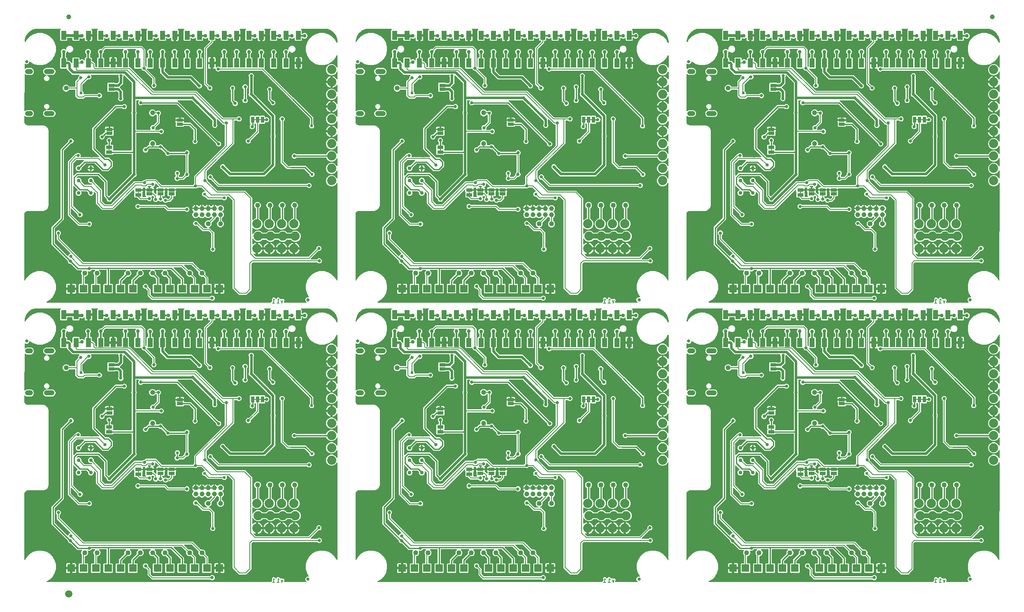
<source format=gbl>
G04 EAGLE Gerber RS-274X export*
G75*
%MOMM*%
%FSLAX34Y34*%
%LPD*%
%INBottom Copper*%
%IPPOS*%
%AMOC8*
5,1,8,0,0,1.08239X$1,22.5*%
G01*
%ADD10C,0.203200*%
%ADD11C,1.000000*%
%ADD12R,1.270000X0.635000*%
%ADD13R,0.635000X1.270000*%
%ADD14R,0.406400X0.254000*%
%ADD15C,1.016000*%
%ADD16C,0.635000*%
%ADD17R,0.254000X0.406400*%
%ADD18C,1.879600*%
%ADD19R,1.524000X1.524000*%
%ADD20C,0.762000*%
%ADD21C,1.000000*%
%ADD22R,1.020000X1.870000*%
%ADD23C,1.500000*%
%ADD24C,0.304800*%
%ADD25C,0.254000*%
%ADD26C,1.016000*%
%ADD27C,0.508000*%
%ADD28C,0.604000*%
%ADD29C,0.609600*%
%ADD30C,0.609600*%

G36*
X1190603Y3061D02*
X1190603Y3061D01*
X1190691Y3064D01*
X1190743Y3081D01*
X1190798Y3089D01*
X1190878Y3124D01*
X1190961Y3151D01*
X1191000Y3179D01*
X1191057Y3205D01*
X1191171Y3301D01*
X1191234Y3346D01*
X1193398Y5509D01*
X1193450Y5579D01*
X1193510Y5643D01*
X1193535Y5692D01*
X1193568Y5736D01*
X1193600Y5818D01*
X1193639Y5896D01*
X1193647Y5944D01*
X1193670Y6002D01*
X1193682Y6150D01*
X1193695Y6227D01*
X1193695Y10189D01*
X1193687Y10242D01*
X1193688Y10272D01*
X1193687Y10275D01*
X1193689Y10301D01*
X1193570Y11370D01*
X1193617Y11450D01*
X1193625Y11481D01*
X1193639Y11509D01*
X1193652Y11586D01*
X1193669Y11651D01*
X1194429Y12411D01*
X1194467Y12462D01*
X1194504Y12494D01*
X1195176Y13334D01*
X1195265Y13357D01*
X1195293Y13373D01*
X1195323Y13383D01*
X1195387Y13429D01*
X1195445Y13463D01*
X1196519Y13463D01*
X1196582Y13472D01*
X1196631Y13469D01*
X1197700Y13588D01*
X1197780Y13540D01*
X1197810Y13533D01*
X1197838Y13518D01*
X1197916Y13505D01*
X1197981Y13488D01*
X1198740Y12729D01*
X1198791Y12691D01*
X1198824Y12654D01*
X1201050Y10873D01*
X1201101Y10843D01*
X1201145Y10805D01*
X1201222Y10771D01*
X1201295Y10728D01*
X1201352Y10713D01*
X1201405Y10690D01*
X1201489Y10678D01*
X1201570Y10657D01*
X1201629Y10659D01*
X1201687Y10650D01*
X1201770Y10662D01*
X1201854Y10665D01*
X1201910Y10683D01*
X1201968Y10691D01*
X1202045Y10725D01*
X1202125Y10751D01*
X1202174Y10784D01*
X1202227Y10808D01*
X1202279Y10854D01*
X1202362Y10909D01*
X1202426Y10985D01*
X1202477Y11032D01*
X1202617Y11205D01*
X1202633Y11233D01*
X1202654Y11255D01*
X1202705Y11354D01*
X1202761Y11450D01*
X1202769Y11481D01*
X1202783Y11509D01*
X1202796Y11586D01*
X1202813Y11651D01*
X1203573Y12411D01*
X1203611Y12462D01*
X1203648Y12494D01*
X1204320Y13334D01*
X1204409Y13357D01*
X1204437Y13373D01*
X1204467Y13383D01*
X1204531Y13429D01*
X1204589Y13463D01*
X1205663Y13463D01*
X1205726Y13472D01*
X1205775Y13469D01*
X1206844Y13588D01*
X1206924Y13540D01*
X1206954Y13533D01*
X1206982Y13518D01*
X1207060Y13505D01*
X1207125Y13488D01*
X1207884Y12729D01*
X1207935Y12691D01*
X1207968Y12654D01*
X1210345Y10752D01*
X1210390Y10725D01*
X1210430Y10691D01*
X1210512Y10653D01*
X1210590Y10607D01*
X1210641Y10594D01*
X1210688Y10572D01*
X1210778Y10559D01*
X1210865Y10536D01*
X1210918Y10537D01*
X1210969Y10530D01*
X1211041Y10541D01*
X1211150Y10544D01*
X1211236Y10571D01*
X1211301Y10582D01*
X1212545Y10996D01*
X1213663Y10437D01*
X1213679Y10432D01*
X1213694Y10423D01*
X1213814Y10387D01*
X1213933Y10347D01*
X1213950Y10346D01*
X1213966Y10341D01*
X1214092Y10340D01*
X1214217Y10335D01*
X1214233Y10339D01*
X1214250Y10339D01*
X1214318Y10360D01*
X1214493Y10402D01*
X1214535Y10426D01*
X1214571Y10437D01*
X1215689Y10996D01*
X1218086Y10198D01*
X1219215Y7939D01*
X1218030Y4385D01*
X1218016Y4307D01*
X1217992Y4232D01*
X1217991Y4168D01*
X1217979Y4105D01*
X1217987Y4027D01*
X1217985Y3948D01*
X1218001Y3886D01*
X1218008Y3823D01*
X1218037Y3749D01*
X1218057Y3673D01*
X1218089Y3618D01*
X1218113Y3559D01*
X1218162Y3496D01*
X1218202Y3428D01*
X1218249Y3385D01*
X1218288Y3334D01*
X1218352Y3288D01*
X1218409Y3234D01*
X1218466Y3205D01*
X1218518Y3167D01*
X1218592Y3140D01*
X1218663Y3104D01*
X1218717Y3095D01*
X1218785Y3070D01*
X1218917Y3062D01*
X1218994Y3049D01*
X1263342Y3049D01*
X1263371Y3053D01*
X1263400Y3050D01*
X1263511Y3073D01*
X1263623Y3089D01*
X1263650Y3101D01*
X1263679Y3106D01*
X1263780Y3159D01*
X1263883Y3205D01*
X1263905Y3224D01*
X1263931Y3237D01*
X1264013Y3315D01*
X1264100Y3388D01*
X1264116Y3413D01*
X1264137Y3433D01*
X1264194Y3531D01*
X1264257Y3625D01*
X1264266Y3653D01*
X1264281Y3678D01*
X1264309Y3788D01*
X1264343Y3896D01*
X1264344Y3926D01*
X1264351Y3954D01*
X1264347Y4067D01*
X1264350Y4180D01*
X1264343Y4209D01*
X1264342Y4238D01*
X1264307Y4346D01*
X1264279Y4455D01*
X1264264Y4481D01*
X1264255Y4509D01*
X1264209Y4573D01*
X1264133Y4700D01*
X1264088Y4743D01*
X1264060Y4782D01*
X1262942Y5899D01*
X1262149Y7814D01*
X1262149Y9885D01*
X1262942Y11799D01*
X1264407Y13264D01*
X1266321Y14057D01*
X1268189Y14057D01*
X1268228Y14063D01*
X1268267Y14060D01*
X1268368Y14082D01*
X1268471Y14097D01*
X1268507Y14113D01*
X1268545Y14121D01*
X1268636Y14171D01*
X1268730Y14213D01*
X1268760Y14239D01*
X1268794Y14257D01*
X1268868Y14330D01*
X1268947Y14397D01*
X1268969Y14429D01*
X1268997Y14457D01*
X1269047Y14547D01*
X1269105Y14634D01*
X1269117Y14671D01*
X1269136Y14705D01*
X1269159Y14806D01*
X1269191Y14905D01*
X1269192Y14944D01*
X1269201Y14982D01*
X1269195Y15085D01*
X1269198Y15189D01*
X1269188Y15226D01*
X1269186Y15266D01*
X1269159Y15338D01*
X1269126Y15464D01*
X1269088Y15528D01*
X1269069Y15580D01*
X1265218Y22250D01*
X1262967Y30651D01*
X1262967Y39349D01*
X1265218Y47750D01*
X1269567Y55283D01*
X1275717Y61433D01*
X1283249Y65782D01*
X1291651Y68033D01*
X1300348Y68033D01*
X1308750Y65782D01*
X1316282Y61433D01*
X1322432Y55283D01*
X1326076Y48972D01*
X1326087Y48957D01*
X1326095Y48940D01*
X1326175Y48845D01*
X1326251Y48748D01*
X1326266Y48737D01*
X1326279Y48722D01*
X1326381Y48654D01*
X1326481Y48582D01*
X1326499Y48575D01*
X1326515Y48565D01*
X1326633Y48527D01*
X1326749Y48485D01*
X1326768Y48484D01*
X1326786Y48478D01*
X1326909Y48475D01*
X1327032Y48467D01*
X1327051Y48471D01*
X1327070Y48471D01*
X1327190Y48502D01*
X1327310Y48529D01*
X1327327Y48538D01*
X1327345Y48542D01*
X1327451Y48605D01*
X1327560Y48664D01*
X1327573Y48678D01*
X1327590Y48687D01*
X1327674Y48777D01*
X1327762Y48864D01*
X1327771Y48881D01*
X1327785Y48895D01*
X1327841Y49004D01*
X1327901Y49112D01*
X1327906Y49131D01*
X1327914Y49148D01*
X1327926Y49220D01*
X1327966Y49389D01*
X1327963Y49439D01*
X1327970Y49479D01*
X1328168Y248403D01*
X1328156Y248488D01*
X1328154Y248575D01*
X1328136Y248629D01*
X1328129Y248684D01*
X1328093Y248763D01*
X1328067Y248846D01*
X1328036Y248892D01*
X1328013Y248944D01*
X1327957Y249010D01*
X1327909Y249082D01*
X1327866Y249118D01*
X1327829Y249161D01*
X1327757Y249209D01*
X1327691Y249265D01*
X1327640Y249288D01*
X1327593Y249319D01*
X1327510Y249345D01*
X1327431Y249380D01*
X1327375Y249388D01*
X1327322Y249405D01*
X1327235Y249407D01*
X1327150Y249419D01*
X1327094Y249411D01*
X1327037Y249413D01*
X1326954Y249391D01*
X1326868Y249378D01*
X1326817Y249355D01*
X1326762Y249341D01*
X1326688Y249297D01*
X1326609Y249261D01*
X1326566Y249225D01*
X1326518Y249196D01*
X1326459Y249133D01*
X1326393Y249077D01*
X1326367Y249035D01*
X1326323Y248989D01*
X1326256Y248859D01*
X1326215Y248792D01*
X1325690Y247525D01*
X1322474Y244310D01*
X1318273Y242569D01*
X1313726Y242569D01*
X1309524Y244310D01*
X1306309Y247525D01*
X1304569Y251726D01*
X1304569Y256274D01*
X1306309Y260475D01*
X1309524Y263690D01*
X1313726Y265431D01*
X1318273Y265431D01*
X1322474Y263690D01*
X1325690Y260475D01*
X1326226Y259181D01*
X1326269Y259107D01*
X1326304Y259029D01*
X1326341Y258985D01*
X1326370Y258936D01*
X1326433Y258877D01*
X1326488Y258812D01*
X1326535Y258780D01*
X1326577Y258741D01*
X1326653Y258702D01*
X1326724Y258654D01*
X1326779Y258637D01*
X1326830Y258611D01*
X1326914Y258594D01*
X1326995Y258568D01*
X1327053Y258567D01*
X1327109Y258556D01*
X1327194Y258563D01*
X1327279Y258561D01*
X1327335Y258575D01*
X1327392Y258580D01*
X1327472Y258611D01*
X1327554Y258632D01*
X1327604Y258661D01*
X1327657Y258682D01*
X1327725Y258734D01*
X1327799Y258777D01*
X1327838Y258819D01*
X1327884Y258854D01*
X1327935Y258922D01*
X1327994Y258984D01*
X1328020Y259035D01*
X1328054Y259081D01*
X1328084Y259161D01*
X1328123Y259237D01*
X1328132Y259286D01*
X1328155Y259347D01*
X1328166Y259491D01*
X1328179Y259568D01*
X1328193Y273864D01*
X1328181Y273950D01*
X1328179Y274036D01*
X1328162Y274090D01*
X1328154Y274146D01*
X1328119Y274224D01*
X1328092Y274307D01*
X1328061Y274354D01*
X1328038Y274405D01*
X1327982Y274471D01*
X1327934Y274543D01*
X1327891Y274579D01*
X1327854Y274622D01*
X1327782Y274670D01*
X1327716Y274726D01*
X1327665Y274749D01*
X1327618Y274780D01*
X1327536Y274806D01*
X1327457Y274841D01*
X1327401Y274849D01*
X1327347Y274866D01*
X1327261Y274868D01*
X1327175Y274880D01*
X1327119Y274872D01*
X1327063Y274874D01*
X1326979Y274852D01*
X1326894Y274840D01*
X1326842Y274816D01*
X1326788Y274802D01*
X1326713Y274758D01*
X1326635Y274723D01*
X1326592Y274686D01*
X1326543Y274657D01*
X1326484Y274594D01*
X1326418Y274538D01*
X1326392Y274497D01*
X1326348Y274450D01*
X1326282Y274320D01*
X1326240Y274254D01*
X1325690Y272925D01*
X1322474Y269710D01*
X1318273Y267969D01*
X1313726Y267969D01*
X1309524Y269710D01*
X1306309Y272925D01*
X1304569Y277126D01*
X1304569Y281674D01*
X1306309Y285875D01*
X1309524Y289090D01*
X1313726Y290831D01*
X1318273Y290831D01*
X1322474Y289090D01*
X1325690Y285875D01*
X1326251Y284520D01*
X1326295Y284446D01*
X1326329Y284368D01*
X1326367Y284324D01*
X1326396Y284275D01*
X1326458Y284216D01*
X1326513Y284151D01*
X1326561Y284119D01*
X1326602Y284080D01*
X1326678Y284041D01*
X1326749Y283993D01*
X1326804Y283976D01*
X1326855Y283950D01*
X1326939Y283933D01*
X1327020Y283907D01*
X1327078Y283906D01*
X1327134Y283895D01*
X1327219Y283902D01*
X1327305Y283900D01*
X1327360Y283914D01*
X1327417Y283919D01*
X1327497Y283950D01*
X1327580Y283971D01*
X1327629Y284001D01*
X1327683Y284021D01*
X1327751Y284073D01*
X1327824Y284116D01*
X1327864Y284158D01*
X1327909Y284193D01*
X1327960Y284261D01*
X1328019Y284323D01*
X1328045Y284374D01*
X1328079Y284420D01*
X1328110Y284501D01*
X1328149Y284576D01*
X1328157Y284626D01*
X1328180Y284686D01*
X1328191Y284830D01*
X1328204Y284907D01*
X1328219Y299325D01*
X1328207Y299411D01*
X1328204Y299497D01*
X1328187Y299551D01*
X1328179Y299607D01*
X1328144Y299686D01*
X1328118Y299768D01*
X1328086Y299815D01*
X1328063Y299866D01*
X1328007Y299932D01*
X1327959Y300004D01*
X1327916Y300040D01*
X1327880Y300083D01*
X1327808Y300131D01*
X1327742Y300187D01*
X1327690Y300210D01*
X1327643Y300241D01*
X1327561Y300267D01*
X1327482Y300303D01*
X1327426Y300310D01*
X1327372Y300327D01*
X1327286Y300330D01*
X1327200Y300341D01*
X1327145Y300333D01*
X1327088Y300335D01*
X1327004Y300313D01*
X1326919Y300301D01*
X1326868Y300278D01*
X1326813Y300263D01*
X1326739Y300219D01*
X1326660Y300184D01*
X1326617Y300147D01*
X1326569Y300118D01*
X1326509Y300055D01*
X1326444Y299999D01*
X1326417Y299958D01*
X1326374Y299911D01*
X1326307Y299781D01*
X1326266Y299715D01*
X1325690Y298325D01*
X1322474Y295110D01*
X1318273Y293369D01*
X1313726Y293369D01*
X1309524Y295110D01*
X1306309Y298325D01*
X1305255Y300871D01*
X1305254Y300872D01*
X1305253Y300873D01*
X1305182Y300994D01*
X1305110Y301115D01*
X1305109Y301116D01*
X1305108Y301118D01*
X1305004Y301215D01*
X1304903Y301311D01*
X1304902Y301311D01*
X1304901Y301312D01*
X1304775Y301377D01*
X1304651Y301441D01*
X1304649Y301441D01*
X1304648Y301442D01*
X1304633Y301444D01*
X1304372Y301496D01*
X1304341Y301493D01*
X1304317Y301497D01*
X1243901Y301497D01*
X1243814Y301485D01*
X1243727Y301482D01*
X1243674Y301465D01*
X1243620Y301457D01*
X1243540Y301422D01*
X1243457Y301395D01*
X1243417Y301367D01*
X1243360Y301341D01*
X1243247Y301245D01*
X1243183Y301200D01*
X1242343Y300360D01*
X1240429Y299567D01*
X1238357Y299567D01*
X1236443Y300360D01*
X1234978Y301825D01*
X1234185Y303739D01*
X1234185Y305811D01*
X1234978Y307725D01*
X1236443Y309190D01*
X1238357Y309982D01*
X1240429Y309982D01*
X1242343Y309190D01*
X1243132Y308400D01*
X1243202Y308348D01*
X1243266Y308288D01*
X1243316Y308262D01*
X1243360Y308229D01*
X1243441Y308198D01*
X1243519Y308158D01*
X1243567Y308150D01*
X1243625Y308128D01*
X1243773Y308116D01*
X1243850Y308103D01*
X1304317Y308103D01*
X1304318Y308103D01*
X1304320Y308103D01*
X1304460Y308123D01*
X1304598Y308143D01*
X1304599Y308143D01*
X1304601Y308143D01*
X1304726Y308200D01*
X1304857Y308259D01*
X1304859Y308260D01*
X1304860Y308261D01*
X1304967Y308352D01*
X1305074Y308442D01*
X1305075Y308444D01*
X1305077Y308445D01*
X1305085Y308458D01*
X1305232Y308679D01*
X1305241Y308708D01*
X1305255Y308729D01*
X1306309Y311275D01*
X1309524Y314490D01*
X1313726Y316231D01*
X1318273Y316231D01*
X1322474Y314490D01*
X1325690Y311275D01*
X1326276Y309859D01*
X1326320Y309785D01*
X1326355Y309707D01*
X1326392Y309664D01*
X1326421Y309614D01*
X1326483Y309556D01*
X1326538Y309490D01*
X1326586Y309458D01*
X1326628Y309419D01*
X1326703Y309380D01*
X1326775Y309332D01*
X1326829Y309315D01*
X1326880Y309289D01*
X1326964Y309272D01*
X1327046Y309246D01*
X1327103Y309245D01*
X1327159Y309234D01*
X1327244Y309241D01*
X1327330Y309239D01*
X1327385Y309253D01*
X1327442Y309258D01*
X1327522Y309289D01*
X1327605Y309310D01*
X1327654Y309340D01*
X1327708Y309360D01*
X1327776Y309412D01*
X1327849Y309455D01*
X1327889Y309497D01*
X1327934Y309532D01*
X1327986Y309600D01*
X1328044Y309662D01*
X1328070Y309714D01*
X1328105Y309760D01*
X1328135Y309839D01*
X1328174Y309915D01*
X1328182Y309965D01*
X1328205Y310026D01*
X1328217Y310169D01*
X1328230Y310247D01*
X1328244Y324786D01*
X1328232Y324872D01*
X1328230Y324958D01*
X1328212Y325012D01*
X1328205Y325068D01*
X1328169Y325147D01*
X1328143Y325229D01*
X1328112Y325276D01*
X1328089Y325327D01*
X1328033Y325394D01*
X1327985Y325465D01*
X1327942Y325502D01*
X1327905Y325545D01*
X1327833Y325593D01*
X1327767Y325648D01*
X1327716Y325671D01*
X1327669Y325702D01*
X1327586Y325729D01*
X1327507Y325764D01*
X1327452Y325771D01*
X1327398Y325789D01*
X1327311Y325791D01*
X1327226Y325803D01*
X1327170Y325795D01*
X1327114Y325796D01*
X1327030Y325774D01*
X1326944Y325762D01*
X1326893Y325739D01*
X1326838Y325725D01*
X1326764Y325680D01*
X1326685Y325645D01*
X1326642Y325608D01*
X1326594Y325580D01*
X1326535Y325517D01*
X1326469Y325461D01*
X1326443Y325419D01*
X1326399Y325372D01*
X1326332Y325242D01*
X1326291Y325176D01*
X1325690Y323725D01*
X1322474Y320510D01*
X1318273Y318769D01*
X1313726Y318769D01*
X1309524Y320510D01*
X1306309Y323725D01*
X1304569Y327926D01*
X1304569Y332474D01*
X1306309Y336675D01*
X1309524Y339890D01*
X1313726Y341631D01*
X1318273Y341631D01*
X1322474Y339890D01*
X1325690Y336675D01*
X1326302Y335198D01*
X1326345Y335125D01*
X1326380Y335047D01*
X1326417Y335003D01*
X1326446Y334953D01*
X1326508Y334895D01*
X1326563Y334829D01*
X1326611Y334798D01*
X1326653Y334758D01*
X1326729Y334719D01*
X1326800Y334672D01*
X1326855Y334654D01*
X1326906Y334628D01*
X1326989Y334611D01*
X1327071Y334586D01*
X1327128Y334584D01*
X1327184Y334573D01*
X1327269Y334580D01*
X1327355Y334578D01*
X1327411Y334592D01*
X1327468Y334597D01*
X1327547Y334628D01*
X1327630Y334649D01*
X1327680Y334679D01*
X1327733Y334699D01*
X1327801Y334751D01*
X1327875Y334794D01*
X1327914Y334836D01*
X1327960Y334871D01*
X1328011Y334939D01*
X1328069Y335002D01*
X1328096Y335053D01*
X1328130Y335099D01*
X1328160Y335179D01*
X1328199Y335255D01*
X1328207Y335304D01*
X1328230Y335365D01*
X1328242Y335508D01*
X1328255Y335586D01*
X1328268Y349152D01*
X1328262Y349198D01*
X1328264Y349245D01*
X1328242Y349338D01*
X1328229Y349434D01*
X1328210Y349476D01*
X1328199Y349522D01*
X1328152Y349605D01*
X1328113Y349693D01*
X1328083Y349729D01*
X1328060Y349770D01*
X1327991Y349837D01*
X1327929Y349910D01*
X1327890Y349936D01*
X1327857Y349969D01*
X1327773Y350015D01*
X1327693Y350068D01*
X1327648Y350082D01*
X1327607Y350105D01*
X1327514Y350125D01*
X1327422Y350154D01*
X1327375Y350155D01*
X1327330Y350165D01*
X1327234Y350159D01*
X1327138Y350162D01*
X1327092Y350150D01*
X1327046Y350147D01*
X1326956Y350114D01*
X1326863Y350090D01*
X1326822Y350066D01*
X1326778Y350051D01*
X1326701Y349994D01*
X1326618Y349945D01*
X1326586Y349911D01*
X1326548Y349884D01*
X1326504Y349823D01*
X1326423Y349738D01*
X1326385Y349663D01*
X1326348Y349614D01*
X1326210Y349343D01*
X1325106Y347822D01*
X1323777Y346494D01*
X1322257Y345389D01*
X1320582Y344536D01*
X1318795Y343955D01*
X1318031Y343834D01*
X1318031Y354584D01*
X1318022Y354642D01*
X1318024Y354700D01*
X1318003Y354782D01*
X1317991Y354865D01*
X1317967Y354919D01*
X1317952Y354975D01*
X1317909Y355048D01*
X1317875Y355125D01*
X1317837Y355169D01*
X1317807Y355220D01*
X1317745Y355277D01*
X1317691Y355342D01*
X1317642Y355374D01*
X1317600Y355414D01*
X1317524Y355453D01*
X1317454Y355499D01*
X1317398Y355517D01*
X1317346Y355544D01*
X1317278Y355555D01*
X1317183Y355585D01*
X1317083Y355588D01*
X1317015Y355599D01*
X1315999Y355599D01*
X1315999Y355601D01*
X1317015Y355601D01*
X1317073Y355609D01*
X1317132Y355608D01*
X1317213Y355629D01*
X1317297Y355641D01*
X1317350Y355665D01*
X1317407Y355679D01*
X1317479Y355722D01*
X1317556Y355757D01*
X1317601Y355795D01*
X1317651Y355825D01*
X1317709Y355886D01*
X1317773Y355941D01*
X1317806Y355989D01*
X1317846Y356032D01*
X1317884Y356107D01*
X1317931Y356177D01*
X1317949Y356233D01*
X1317975Y356285D01*
X1317987Y356353D01*
X1318017Y356448D01*
X1318019Y356548D01*
X1318031Y356616D01*
X1318031Y367366D01*
X1318795Y367245D01*
X1320582Y366664D01*
X1322257Y365811D01*
X1323777Y364706D01*
X1325106Y363378D01*
X1326210Y361857D01*
X1326361Y361561D01*
X1326388Y361523D01*
X1326406Y361482D01*
X1326469Y361408D01*
X1326525Y361328D01*
X1326560Y361300D01*
X1326590Y361265D01*
X1326670Y361211D01*
X1326746Y361150D01*
X1326788Y361132D01*
X1326826Y361107D01*
X1326919Y361077D01*
X1327008Y361040D01*
X1327053Y361034D01*
X1327097Y361021D01*
X1327194Y361018D01*
X1327290Y361007D01*
X1327336Y361014D01*
X1327381Y361013D01*
X1327475Y361037D01*
X1327571Y361053D01*
X1327612Y361073D01*
X1327656Y361085D01*
X1327740Y361134D01*
X1327827Y361176D01*
X1327862Y361206D01*
X1327901Y361230D01*
X1327967Y361300D01*
X1328040Y361365D01*
X1328064Y361403D01*
X1328096Y361437D01*
X1328140Y361523D01*
X1328192Y361605D01*
X1328204Y361649D01*
X1328225Y361690D01*
X1328238Y361764D01*
X1328271Y361878D01*
X1328271Y361961D01*
X1328281Y362021D01*
X1328295Y375709D01*
X1328288Y375758D01*
X1328288Y375762D01*
X1328287Y375768D01*
X1328283Y375794D01*
X1328280Y375881D01*
X1328263Y375935D01*
X1328255Y375990D01*
X1328220Y376069D01*
X1328194Y376152D01*
X1328162Y376198D01*
X1328139Y376250D01*
X1328083Y376316D01*
X1328035Y376388D01*
X1327992Y376424D01*
X1327956Y376467D01*
X1327884Y376515D01*
X1327818Y376571D01*
X1327766Y376594D01*
X1327719Y376625D01*
X1327637Y376651D01*
X1327558Y376686D01*
X1327502Y376694D01*
X1327448Y376711D01*
X1327362Y376713D01*
X1327276Y376725D01*
X1327221Y376717D01*
X1327164Y376718D01*
X1327080Y376697D01*
X1326995Y376684D01*
X1326944Y376661D01*
X1326889Y376647D01*
X1326815Y376603D01*
X1326736Y376567D01*
X1326693Y376531D01*
X1326645Y376502D01*
X1326585Y376439D01*
X1326520Y376383D01*
X1326494Y376341D01*
X1326450Y376295D01*
X1326383Y376165D01*
X1326342Y376098D01*
X1325690Y374525D01*
X1322474Y371310D01*
X1318273Y369569D01*
X1313726Y369569D01*
X1309524Y371310D01*
X1306309Y374525D01*
X1304569Y378726D01*
X1304569Y383274D01*
X1306309Y387475D01*
X1309524Y390690D01*
X1313726Y392431D01*
X1318273Y392431D01*
X1322474Y390690D01*
X1325690Y387475D01*
X1326352Y385876D01*
X1326396Y385803D01*
X1326430Y385725D01*
X1326467Y385681D01*
X1326497Y385631D01*
X1326559Y385573D01*
X1326614Y385508D01*
X1326662Y385476D01*
X1326703Y385436D01*
X1326779Y385397D01*
X1326850Y385350D01*
X1326905Y385332D01*
X1326956Y385306D01*
X1327040Y385290D01*
X1327121Y385264D01*
X1327179Y385262D01*
X1327235Y385251D01*
X1327320Y385258D01*
X1327405Y385256D01*
X1327461Y385271D01*
X1327518Y385276D01*
X1327598Y385306D01*
X1327681Y385328D01*
X1327730Y385357D01*
X1327784Y385378D01*
X1327852Y385429D01*
X1327925Y385473D01*
X1327964Y385515D01*
X1328010Y385549D01*
X1328061Y385618D01*
X1328120Y385680D01*
X1328146Y385731D01*
X1328180Y385777D01*
X1328211Y385857D01*
X1328249Y385933D01*
X1328258Y385982D01*
X1328281Y386043D01*
X1328292Y386186D01*
X1328305Y386264D01*
X1328319Y400052D01*
X1328313Y400098D01*
X1328315Y400144D01*
X1328293Y400238D01*
X1328280Y400333D01*
X1328260Y400376D01*
X1328250Y400421D01*
X1328203Y400505D01*
X1328163Y400593D01*
X1328133Y400628D01*
X1328110Y400669D01*
X1328042Y400736D01*
X1327980Y400810D01*
X1327941Y400836D01*
X1327908Y400868D01*
X1327824Y400914D01*
X1327744Y400968D01*
X1327699Y400982D01*
X1327658Y401004D01*
X1327564Y401025D01*
X1327473Y401054D01*
X1327426Y401055D01*
X1327380Y401065D01*
X1327285Y401059D01*
X1327188Y401061D01*
X1327143Y401049D01*
X1327097Y401046D01*
X1327006Y401014D01*
X1326913Y400990D01*
X1326873Y400966D01*
X1326829Y400950D01*
X1326752Y400894D01*
X1326669Y400845D01*
X1326637Y400811D01*
X1326599Y400783D01*
X1326554Y400723D01*
X1326474Y400638D01*
X1326436Y400563D01*
X1326399Y400513D01*
X1326210Y400143D01*
X1325106Y398622D01*
X1323777Y397294D01*
X1322257Y396189D01*
X1320582Y395336D01*
X1318795Y394755D01*
X1318031Y394634D01*
X1318031Y405384D01*
X1318022Y405442D01*
X1318024Y405500D01*
X1318003Y405582D01*
X1317991Y405665D01*
X1317967Y405719D01*
X1317952Y405775D01*
X1317909Y405848D01*
X1317875Y405925D01*
X1317837Y405969D01*
X1317807Y406020D01*
X1317745Y406077D01*
X1317691Y406142D01*
X1317642Y406174D01*
X1317600Y406214D01*
X1317524Y406253D01*
X1317454Y406299D01*
X1317398Y406317D01*
X1317346Y406344D01*
X1317278Y406355D01*
X1317183Y406385D01*
X1317083Y406388D01*
X1317015Y406399D01*
X1315999Y406399D01*
X1315999Y406401D01*
X1317015Y406401D01*
X1317073Y406409D01*
X1317132Y406408D01*
X1317213Y406429D01*
X1317297Y406441D01*
X1317350Y406465D01*
X1317407Y406479D01*
X1317479Y406522D01*
X1317556Y406557D01*
X1317601Y406595D01*
X1317651Y406625D01*
X1317709Y406686D01*
X1317773Y406741D01*
X1317806Y406789D01*
X1317846Y406832D01*
X1317884Y406907D01*
X1317931Y406977D01*
X1317949Y407033D01*
X1317975Y407085D01*
X1317987Y407153D01*
X1318017Y407248D01*
X1318019Y407348D01*
X1318031Y407416D01*
X1318031Y418166D01*
X1318795Y418045D01*
X1320582Y417464D01*
X1322257Y416611D01*
X1323777Y415506D01*
X1325106Y414178D01*
X1326210Y412657D01*
X1326412Y412262D01*
X1326438Y412224D01*
X1326457Y412183D01*
X1326519Y412109D01*
X1326575Y412029D01*
X1326611Y412000D01*
X1326640Y411965D01*
X1326721Y411912D01*
X1326796Y411851D01*
X1326839Y411833D01*
X1326877Y411808D01*
X1326969Y411778D01*
X1327059Y411741D01*
X1327104Y411735D01*
X1327148Y411722D01*
X1327245Y411719D01*
X1327341Y411708D01*
X1327386Y411715D01*
X1327432Y411714D01*
X1327526Y411738D01*
X1327621Y411754D01*
X1327663Y411774D01*
X1327707Y411786D01*
X1327790Y411835D01*
X1327878Y411877D01*
X1327912Y411907D01*
X1327951Y411931D01*
X1328018Y412001D01*
X1328090Y412066D01*
X1328115Y412104D01*
X1328146Y412138D01*
X1328190Y412224D01*
X1328242Y412306D01*
X1328255Y412350D01*
X1328276Y412391D01*
X1328288Y412465D01*
X1328321Y412579D01*
X1328322Y412662D01*
X1328332Y412722D01*
X1328346Y426631D01*
X1328333Y426717D01*
X1328331Y426803D01*
X1328314Y426857D01*
X1328306Y426913D01*
X1328271Y426991D01*
X1328244Y427074D01*
X1328213Y427121D01*
X1328190Y427172D01*
X1328134Y427238D01*
X1328086Y427310D01*
X1328043Y427346D01*
X1328007Y427389D01*
X1327935Y427437D01*
X1327869Y427493D01*
X1327817Y427516D01*
X1327770Y427547D01*
X1327688Y427573D01*
X1327609Y427608D01*
X1327553Y427616D01*
X1327499Y427633D01*
X1327413Y427636D01*
X1327327Y427647D01*
X1327271Y427639D01*
X1327215Y427641D01*
X1327131Y427619D01*
X1327046Y427607D01*
X1326994Y427584D01*
X1326940Y427569D01*
X1326865Y427525D01*
X1326787Y427490D01*
X1326744Y427453D01*
X1326695Y427424D01*
X1326636Y427361D01*
X1326570Y427305D01*
X1326544Y427264D01*
X1326501Y427217D01*
X1326434Y427087D01*
X1326392Y427021D01*
X1325690Y425325D01*
X1322474Y422110D01*
X1318273Y420369D01*
X1313726Y420369D01*
X1309524Y422110D01*
X1306309Y425325D01*
X1304569Y429526D01*
X1304569Y434074D01*
X1306309Y438275D01*
X1309524Y441490D01*
X1313726Y443231D01*
X1318273Y443231D01*
X1322474Y441490D01*
X1325690Y438275D01*
X1326403Y436555D01*
X1326446Y436481D01*
X1326481Y436403D01*
X1326518Y436359D01*
X1326547Y436310D01*
X1326609Y436251D01*
X1326664Y436186D01*
X1326712Y436154D01*
X1326754Y436115D01*
X1326830Y436075D01*
X1326901Y436028D01*
X1326955Y436011D01*
X1327006Y435984D01*
X1327090Y435968D01*
X1327172Y435942D01*
X1327229Y435940D01*
X1327285Y435929D01*
X1327370Y435937D01*
X1327456Y435934D01*
X1327512Y435949D01*
X1327569Y435954D01*
X1327648Y435984D01*
X1327731Y436006D01*
X1327780Y436035D01*
X1327834Y436056D01*
X1327902Y436107D01*
X1327976Y436151D01*
X1328015Y436193D01*
X1328061Y436227D01*
X1328112Y436296D01*
X1328170Y436358D01*
X1328196Y436409D01*
X1328231Y436455D01*
X1328261Y436535D01*
X1328300Y436611D01*
X1328308Y436660D01*
X1328331Y436721D01*
X1328343Y436865D01*
X1328356Y436942D01*
X1328370Y450951D01*
X1328363Y450997D01*
X1328366Y451044D01*
X1328344Y451137D01*
X1328330Y451233D01*
X1328311Y451275D01*
X1328300Y451321D01*
X1328253Y451404D01*
X1328214Y451492D01*
X1328184Y451528D01*
X1328161Y451568D01*
X1328093Y451636D01*
X1328031Y451709D01*
X1327992Y451735D01*
X1327959Y451768D01*
X1327874Y451814D01*
X1327794Y451867D01*
X1327750Y451881D01*
X1327709Y451903D01*
X1327615Y451924D01*
X1327523Y451953D01*
X1327477Y451954D01*
X1327431Y451964D01*
X1327335Y451958D01*
X1327239Y451961D01*
X1327194Y451949D01*
X1327147Y451946D01*
X1327057Y451913D01*
X1326964Y451889D01*
X1326924Y451865D01*
X1326880Y451849D01*
X1326802Y451793D01*
X1326719Y451744D01*
X1326687Y451710D01*
X1326650Y451683D01*
X1326605Y451622D01*
X1326525Y451537D01*
X1326486Y451462D01*
X1326450Y451413D01*
X1326210Y450943D01*
X1325106Y449422D01*
X1323777Y448094D01*
X1322257Y446989D01*
X1320582Y446136D01*
X1318795Y445555D01*
X1318031Y445434D01*
X1318031Y456184D01*
X1318022Y456242D01*
X1318024Y456300D01*
X1318003Y456382D01*
X1317991Y456465D01*
X1317967Y456519D01*
X1317952Y456575D01*
X1317909Y456648D01*
X1317875Y456725D01*
X1317837Y456769D01*
X1317807Y456820D01*
X1317745Y456877D01*
X1317691Y456942D01*
X1317642Y456974D01*
X1317600Y457014D01*
X1317524Y457053D01*
X1317454Y457099D01*
X1317398Y457117D01*
X1317346Y457144D01*
X1317278Y457155D01*
X1317183Y457185D01*
X1317083Y457188D01*
X1317015Y457199D01*
X1315999Y457199D01*
X1315999Y457201D01*
X1317015Y457201D01*
X1317073Y457209D01*
X1317132Y457208D01*
X1317213Y457229D01*
X1317297Y457241D01*
X1317350Y457265D01*
X1317407Y457279D01*
X1317479Y457322D01*
X1317556Y457357D01*
X1317601Y457395D01*
X1317651Y457425D01*
X1317709Y457486D01*
X1317773Y457541D01*
X1317806Y457589D01*
X1317846Y457632D01*
X1317884Y457707D01*
X1317931Y457777D01*
X1317949Y457833D01*
X1317975Y457885D01*
X1317987Y457953D01*
X1318017Y458048D01*
X1318019Y458148D01*
X1318031Y458216D01*
X1318031Y468966D01*
X1318795Y468845D01*
X1320582Y468264D01*
X1322257Y467411D01*
X1323777Y466306D01*
X1325106Y464978D01*
X1326210Y463457D01*
X1326462Y462963D01*
X1326489Y462925D01*
X1326507Y462884D01*
X1326570Y462809D01*
X1326626Y462730D01*
X1326661Y462701D01*
X1326691Y462666D01*
X1326771Y462612D01*
X1326847Y462552D01*
X1326889Y462534D01*
X1326927Y462509D01*
X1327020Y462479D01*
X1327109Y462442D01*
X1327154Y462436D01*
X1327198Y462423D01*
X1327295Y462420D01*
X1327391Y462409D01*
X1327436Y462416D01*
X1327482Y462415D01*
X1327576Y462439D01*
X1327672Y462455D01*
X1327713Y462475D01*
X1327757Y462486D01*
X1327841Y462536D01*
X1327928Y462578D01*
X1327963Y462608D01*
X1328002Y462631D01*
X1328068Y462702D01*
X1328141Y462767D01*
X1328165Y462805D01*
X1328197Y462839D01*
X1328241Y462925D01*
X1328293Y463007D01*
X1328305Y463051D01*
X1328326Y463092D01*
X1328339Y463166D01*
X1328372Y463280D01*
X1328372Y463363D01*
X1328382Y463423D01*
X1328396Y477554D01*
X1328384Y477639D01*
X1328382Y477726D01*
X1328365Y477779D01*
X1328357Y477835D01*
X1328321Y477914D01*
X1328295Y477996D01*
X1328264Y478043D01*
X1328241Y478095D01*
X1328185Y478161D01*
X1328137Y478232D01*
X1328094Y478269D01*
X1328057Y478312D01*
X1327985Y478360D01*
X1327919Y478415D01*
X1327868Y478438D01*
X1327821Y478470D01*
X1327738Y478496D01*
X1327659Y478531D01*
X1327604Y478539D01*
X1327550Y478556D01*
X1327463Y478558D01*
X1327378Y478570D01*
X1327322Y478562D01*
X1327266Y478563D01*
X1327182Y478541D01*
X1327096Y478529D01*
X1327045Y478506D01*
X1326990Y478492D01*
X1326916Y478448D01*
X1326837Y478412D01*
X1326795Y478376D01*
X1326746Y478347D01*
X1326687Y478284D01*
X1326621Y478228D01*
X1326595Y478186D01*
X1326551Y478140D01*
X1326485Y478010D01*
X1326443Y477943D01*
X1325690Y476125D01*
X1322474Y472910D01*
X1318273Y471169D01*
X1313726Y471169D01*
X1309524Y472910D01*
X1306309Y476125D01*
X1304569Y480326D01*
X1304569Y484874D01*
X1306309Y489075D01*
X1309524Y492290D01*
X1313726Y494031D01*
X1318273Y494031D01*
X1322474Y492290D01*
X1325690Y489075D01*
X1326453Y487233D01*
X1326496Y487159D01*
X1326531Y487081D01*
X1326568Y487037D01*
X1326597Y486988D01*
X1326660Y486929D01*
X1326715Y486864D01*
X1326762Y486832D01*
X1326804Y486793D01*
X1326880Y486754D01*
X1326951Y486706D01*
X1327006Y486689D01*
X1327057Y486663D01*
X1327141Y486646D01*
X1327222Y486620D01*
X1327280Y486619D01*
X1327336Y486607D01*
X1327421Y486615D01*
X1327506Y486613D01*
X1327562Y486627D01*
X1327619Y486632D01*
X1327699Y486663D01*
X1327781Y486684D01*
X1327831Y486713D01*
X1327884Y486734D01*
X1327953Y486786D01*
X1328026Y486829D01*
X1328065Y486871D01*
X1328111Y486906D01*
X1328162Y486974D01*
X1328221Y487036D01*
X1328247Y487087D01*
X1328281Y487133D01*
X1328311Y487213D01*
X1328350Y487289D01*
X1328359Y487338D01*
X1328382Y487399D01*
X1328393Y487543D01*
X1328406Y487620D01*
X1328430Y511316D01*
X1328427Y511336D01*
X1328429Y511356D01*
X1328407Y511476D01*
X1328390Y511597D01*
X1328382Y511615D01*
X1328379Y511635D01*
X1328324Y511745D01*
X1328274Y511857D01*
X1328261Y511872D01*
X1328252Y511890D01*
X1328170Y511980D01*
X1328091Y512074D01*
X1328074Y512085D01*
X1328061Y512100D01*
X1327956Y512164D01*
X1327854Y512232D01*
X1327835Y512238D01*
X1327818Y512248D01*
X1327700Y512281D01*
X1327583Y512318D01*
X1327563Y512318D01*
X1327544Y512324D01*
X1327422Y512322D01*
X1327299Y512325D01*
X1327280Y512320D01*
X1327260Y512320D01*
X1327143Y512285D01*
X1327024Y512254D01*
X1327007Y512244D01*
X1326988Y512238D01*
X1326885Y512171D01*
X1326780Y512109D01*
X1326766Y512094D01*
X1326749Y512083D01*
X1326702Y512026D01*
X1326585Y511902D01*
X1326561Y511856D01*
X1326535Y511824D01*
X1322432Y504717D01*
X1316282Y498567D01*
X1308750Y494218D01*
X1300348Y491967D01*
X1291651Y491967D01*
X1283249Y494218D01*
X1275717Y498567D01*
X1269567Y504717D01*
X1265218Y512250D01*
X1262967Y520651D01*
X1262967Y529349D01*
X1265218Y537750D01*
X1269567Y545283D01*
X1275717Y551433D01*
X1283249Y555782D01*
X1291651Y558033D01*
X1300348Y558033D01*
X1308750Y555782D01*
X1316282Y551433D01*
X1322432Y545283D01*
X1326563Y538129D01*
X1326574Y538114D01*
X1326582Y538096D01*
X1326662Y538002D01*
X1326738Y537905D01*
X1326753Y537894D01*
X1326765Y537879D01*
X1326868Y537810D01*
X1326968Y537738D01*
X1326986Y537732D01*
X1327002Y537721D01*
X1327120Y537684D01*
X1327236Y537642D01*
X1327255Y537641D01*
X1327273Y537635D01*
X1327396Y537632D01*
X1327519Y537624D01*
X1327538Y537628D01*
X1327557Y537628D01*
X1327677Y537659D01*
X1327797Y537685D01*
X1327814Y537694D01*
X1327832Y537699D01*
X1327938Y537762D01*
X1328047Y537821D01*
X1328060Y537834D01*
X1328077Y537844D01*
X1328161Y537934D01*
X1328249Y538021D01*
X1328258Y538037D01*
X1328271Y538051D01*
X1328328Y538161D01*
X1328388Y538269D01*
X1328392Y538287D01*
X1328401Y538304D01*
X1328413Y538376D01*
X1328453Y538545D01*
X1328450Y538596D01*
X1328457Y538635D01*
X1328459Y540326D01*
X1328459Y540327D01*
X1328459Y540334D01*
X1328452Y540378D01*
X1328456Y540414D01*
X1328136Y544471D01*
X1328101Y544629D01*
X1328090Y544705D01*
X1325582Y552422D01*
X1325457Y552678D01*
X1325445Y552692D01*
X1325438Y552705D01*
X1320668Y559270D01*
X1320471Y559475D01*
X1320454Y559484D01*
X1320444Y559495D01*
X1313879Y564265D01*
X1313628Y564398D01*
X1313610Y564402D01*
X1313596Y564409D01*
X1307481Y566396D01*
X1307201Y566445D01*
X1307182Y566443D01*
X1307167Y566445D01*
X1254085Y566445D01*
X1254056Y566441D01*
X1254027Y566444D01*
X1253916Y566421D01*
X1253803Y566405D01*
X1253777Y566393D01*
X1253748Y566388D01*
X1253647Y566336D01*
X1253544Y566289D01*
X1253522Y566270D01*
X1253496Y566257D01*
X1253413Y566179D01*
X1253327Y566106D01*
X1253311Y566081D01*
X1253289Y566061D01*
X1253232Y565963D01*
X1253169Y565869D01*
X1253161Y565841D01*
X1253146Y565816D01*
X1253118Y565706D01*
X1253084Y565598D01*
X1253083Y565568D01*
X1253076Y565540D01*
X1253079Y565427D01*
X1253076Y565314D01*
X1253084Y565285D01*
X1253085Y565256D01*
X1253120Y565148D01*
X1253148Y565039D01*
X1253163Y565013D01*
X1253172Y564985D01*
X1253218Y564922D01*
X1253293Y564794D01*
X1253339Y564751D01*
X1253367Y564712D01*
X1254452Y563627D01*
X1254452Y556768D01*
X1254460Y556710D01*
X1254459Y556652D01*
X1254480Y556570D01*
X1254492Y556486D01*
X1254516Y556433D01*
X1254531Y556377D01*
X1254574Y556304D01*
X1254608Y556227D01*
X1254646Y556182D01*
X1254676Y556132D01*
X1254737Y556074D01*
X1254792Y556010D01*
X1254841Y555978D01*
X1254883Y555938D01*
X1254958Y555899D01*
X1255029Y555852D01*
X1255084Y555835D01*
X1255136Y555808D01*
X1255204Y555797D01*
X1255300Y555767D01*
X1255366Y555765D01*
X1255391Y555759D01*
X1255425Y555760D01*
X1255467Y555753D01*
X1255501Y555753D01*
X1255553Y555760D01*
X1255584Y555759D01*
X1255608Y555766D01*
X1255675Y555768D01*
X1255727Y555785D01*
X1255782Y555793D01*
X1255862Y555828D01*
X1255945Y555855D01*
X1255985Y555883D01*
X1256042Y555909D01*
X1256155Y556005D01*
X1256219Y556050D01*
X1257318Y557149D01*
X1259465Y558039D01*
X1261790Y558039D01*
X1263937Y557149D01*
X1265581Y555506D01*
X1266470Y553358D01*
X1266470Y551034D01*
X1265581Y548886D01*
X1263937Y547243D01*
X1261790Y546353D01*
X1259465Y546353D01*
X1257318Y547243D01*
X1256219Y548342D01*
X1256149Y548394D01*
X1256085Y548454D01*
X1256036Y548480D01*
X1255991Y548513D01*
X1255910Y548544D01*
X1255832Y548584D01*
X1255784Y548592D01*
X1255726Y548614D01*
X1255651Y548620D01*
X1255635Y548625D01*
X1255575Y548627D01*
X1255501Y548639D01*
X1255467Y548639D01*
X1255451Y548637D01*
X1255442Y548638D01*
X1255411Y548631D01*
X1255410Y548631D01*
X1255351Y548633D01*
X1255269Y548611D01*
X1255186Y548599D01*
X1255133Y548576D01*
X1255076Y548561D01*
X1255004Y548518D01*
X1254926Y548483D01*
X1254882Y548445D01*
X1254832Y548416D01*
X1254774Y548354D01*
X1254709Y548300D01*
X1254677Y548251D01*
X1254637Y548208D01*
X1254599Y548133D01*
X1254552Y548063D01*
X1254534Y548007D01*
X1254508Y547955D01*
X1254496Y547887D01*
X1254466Y547792D01*
X1254464Y547692D01*
X1254452Y547624D01*
X1254452Y543243D01*
X1253261Y542052D01*
X1241377Y542052D01*
X1240187Y543243D01*
X1240187Y547203D01*
X1240183Y547232D01*
X1240185Y547262D01*
X1240163Y547373D01*
X1240147Y547485D01*
X1240135Y547512D01*
X1240129Y547540D01*
X1240077Y547641D01*
X1240031Y547744D01*
X1240012Y547767D01*
X1239998Y547793D01*
X1239920Y547875D01*
X1239847Y547961D01*
X1239823Y547978D01*
X1239802Y547999D01*
X1239705Y548056D01*
X1239610Y548119D01*
X1239582Y548128D01*
X1239557Y548143D01*
X1239447Y548170D01*
X1239339Y548205D01*
X1239310Y548205D01*
X1239282Y548213D01*
X1239168Y548209D01*
X1239055Y548212D01*
X1239027Y548205D01*
X1238997Y548204D01*
X1238889Y548169D01*
X1238780Y548140D01*
X1238755Y548125D01*
X1238727Y548116D01*
X1238663Y548071D01*
X1238536Y547995D01*
X1238493Y547949D01*
X1238454Y547921D01*
X1237775Y547243D01*
X1235628Y546353D01*
X1233303Y546353D01*
X1231156Y547243D01*
X1230785Y547613D01*
X1230762Y547631D01*
X1230743Y547653D01*
X1230649Y547716D01*
X1230558Y547784D01*
X1230531Y547795D01*
X1230506Y547811D01*
X1230398Y547845D01*
X1230292Y547885D01*
X1230263Y547888D01*
X1230235Y547897D01*
X1230122Y547900D01*
X1230009Y547909D01*
X1229980Y547903D01*
X1229951Y547904D01*
X1229842Y547875D01*
X1229730Y547853D01*
X1229704Y547840D01*
X1229676Y547832D01*
X1229579Y547774D01*
X1229478Y547722D01*
X1229457Y547702D01*
X1229432Y547687D01*
X1229354Y547604D01*
X1229272Y547526D01*
X1229257Y547501D01*
X1229237Y547480D01*
X1229185Y547379D01*
X1229128Y547281D01*
X1229121Y547253D01*
X1229108Y547226D01*
X1229095Y547149D01*
X1229058Y547006D01*
X1229060Y546943D01*
X1229052Y546895D01*
X1229052Y543243D01*
X1227861Y542052D01*
X1215977Y542052D01*
X1214787Y543243D01*
X1214787Y547203D01*
X1214783Y547232D01*
X1214785Y547262D01*
X1214763Y547373D01*
X1214747Y547485D01*
X1214735Y547512D01*
X1214729Y547540D01*
X1214677Y547641D01*
X1214631Y547744D01*
X1214612Y547767D01*
X1214598Y547793D01*
X1214520Y547875D01*
X1214447Y547961D01*
X1214423Y547978D01*
X1214402Y547999D01*
X1214305Y548056D01*
X1214210Y548119D01*
X1214182Y548128D01*
X1214157Y548143D01*
X1214047Y548170D01*
X1213939Y548205D01*
X1213910Y548205D01*
X1213882Y548213D01*
X1213768Y548209D01*
X1213655Y548212D01*
X1213627Y548205D01*
X1213597Y548204D01*
X1213489Y548169D01*
X1213380Y548140D01*
X1213355Y548125D01*
X1213327Y548116D01*
X1213263Y548071D01*
X1213136Y547995D01*
X1213093Y547949D01*
X1213054Y547921D01*
X1212375Y547243D01*
X1210228Y546353D01*
X1207903Y546353D01*
X1205756Y547243D01*
X1205385Y547613D01*
X1205362Y547631D01*
X1205343Y547653D01*
X1205249Y547716D01*
X1205158Y547784D01*
X1205131Y547795D01*
X1205106Y547811D01*
X1204998Y547845D01*
X1204892Y547885D01*
X1204863Y547888D01*
X1204835Y547897D01*
X1204722Y547900D01*
X1204609Y547909D01*
X1204580Y547903D01*
X1204551Y547904D01*
X1204442Y547875D01*
X1204330Y547853D01*
X1204304Y547840D01*
X1204276Y547832D01*
X1204179Y547774D01*
X1204078Y547722D01*
X1204057Y547702D01*
X1204032Y547687D01*
X1203954Y547604D01*
X1203872Y547526D01*
X1203857Y547501D01*
X1203837Y547480D01*
X1203785Y547379D01*
X1203728Y547281D01*
X1203721Y547253D01*
X1203708Y547226D01*
X1203695Y547149D01*
X1203658Y547006D01*
X1203660Y546943D01*
X1203652Y546895D01*
X1203652Y543243D01*
X1202461Y542052D01*
X1190577Y542052D01*
X1189387Y543243D01*
X1189387Y563627D01*
X1190472Y564712D01*
X1190489Y564736D01*
X1190512Y564755D01*
X1190575Y564849D01*
X1190643Y564939D01*
X1190653Y564967D01*
X1190669Y564991D01*
X1190704Y565099D01*
X1190744Y565205D01*
X1190746Y565234D01*
X1190755Y565262D01*
X1190758Y565376D01*
X1190767Y565488D01*
X1190762Y565517D01*
X1190762Y565546D01*
X1190734Y565656D01*
X1190712Y565767D01*
X1190698Y565793D01*
X1190691Y565821D01*
X1190633Y565919D01*
X1190581Y566019D01*
X1190560Y566041D01*
X1190545Y566066D01*
X1190463Y566143D01*
X1190385Y566225D01*
X1190359Y566240D01*
X1190338Y566260D01*
X1190237Y566312D01*
X1190140Y566369D01*
X1190111Y566376D01*
X1190085Y566390D01*
X1190008Y566403D01*
X1189864Y566439D01*
X1189802Y566437D01*
X1189754Y566445D01*
X1178603Y566445D01*
X1178574Y566441D01*
X1178545Y566444D01*
X1178434Y566421D01*
X1178322Y566405D01*
X1178295Y566393D01*
X1178266Y566388D01*
X1178166Y566336D01*
X1178062Y566289D01*
X1178040Y566270D01*
X1178014Y566257D01*
X1177932Y566179D01*
X1177845Y566106D01*
X1177829Y566081D01*
X1177808Y566061D01*
X1177751Y565963D01*
X1177688Y565869D01*
X1177679Y565841D01*
X1177664Y565816D01*
X1177636Y565706D01*
X1177602Y565598D01*
X1177601Y565568D01*
X1177594Y565540D01*
X1177598Y565427D01*
X1177595Y565314D01*
X1177602Y565285D01*
X1177603Y565256D01*
X1177638Y565148D01*
X1177667Y565039D01*
X1177682Y565013D01*
X1177691Y564985D01*
X1177736Y564922D01*
X1177812Y564794D01*
X1177857Y564751D01*
X1177885Y564712D01*
X1178252Y564345D01*
X1178587Y563766D01*
X1178760Y563119D01*
X1178760Y555974D01*
X1172390Y555974D01*
X1172271Y555959D01*
X1172153Y555952D01*
X1172114Y555939D01*
X1172074Y555934D01*
X1171963Y555890D01*
X1171850Y555854D01*
X1171816Y555832D01*
X1171778Y555817D01*
X1171682Y555747D01*
X1171581Y555684D01*
X1171554Y555654D01*
X1171521Y555630D01*
X1171445Y555539D01*
X1171363Y555452D01*
X1171344Y555417D01*
X1171318Y555385D01*
X1171267Y555278D01*
X1171210Y555174D01*
X1171200Y555134D01*
X1171183Y555098D01*
X1171160Y554981D01*
X1171130Y554866D01*
X1171127Y554805D01*
X1171123Y554785D01*
X1171124Y554765D01*
X1171120Y554705D01*
X1171120Y553434D01*
X1169849Y553434D01*
X1169731Y553419D01*
X1169613Y553412D01*
X1169574Y553399D01*
X1169534Y553394D01*
X1169423Y553350D01*
X1169310Y553314D01*
X1169276Y553292D01*
X1169238Y553277D01*
X1169142Y553207D01*
X1169041Y553144D01*
X1169014Y553114D01*
X1168981Y553090D01*
X1168905Y552999D01*
X1168823Y552912D01*
X1168804Y552877D01*
X1168778Y552845D01*
X1168727Y552738D01*
X1168670Y552634D01*
X1168660Y552594D01*
X1168643Y552558D01*
X1168620Y552441D01*
X1168590Y552326D01*
X1168587Y552265D01*
X1168583Y552245D01*
X1168584Y552225D01*
X1168580Y552165D01*
X1168580Y541544D01*
X1165685Y541544D01*
X1165039Y541717D01*
X1164729Y541896D01*
X1164470Y542046D01*
X1164459Y542052D01*
X1163986Y542525D01*
X1163652Y543104D01*
X1163552Y543478D01*
X1163479Y543751D01*
X1163479Y547203D01*
X1163475Y547232D01*
X1163477Y547262D01*
X1163455Y547373D01*
X1163439Y547485D01*
X1163427Y547512D01*
X1163421Y547540D01*
X1163369Y547641D01*
X1163323Y547744D01*
X1163304Y547767D01*
X1163290Y547793D01*
X1163212Y547875D01*
X1163139Y547961D01*
X1163115Y547977D01*
X1163094Y547999D01*
X1162997Y548056D01*
X1162902Y548119D01*
X1162874Y548128D01*
X1162849Y548143D01*
X1162740Y548170D01*
X1162631Y548205D01*
X1162602Y548205D01*
X1162574Y548213D01*
X1162460Y548209D01*
X1162347Y548212D01*
X1162319Y548205D01*
X1162289Y548204D01*
X1162182Y548169D01*
X1162072Y548140D01*
X1162047Y548125D01*
X1162019Y548116D01*
X1161955Y548071D01*
X1161828Y547995D01*
X1161785Y547949D01*
X1161746Y547921D01*
X1161067Y547243D01*
X1158920Y546353D01*
X1156595Y546353D01*
X1154312Y547299D01*
X1154306Y547303D01*
X1154291Y547308D01*
X1154261Y547320D01*
X1154212Y547333D01*
X1154200Y547337D01*
X1154095Y547377D01*
X1154065Y547379D01*
X1154035Y547389D01*
X1153990Y547390D01*
X1153986Y547391D01*
X1153967Y547390D01*
X1153923Y547392D01*
X1153812Y547401D01*
X1153782Y547395D01*
X1153751Y547396D01*
X1153643Y547368D01*
X1153533Y547346D01*
X1153506Y547332D01*
X1153476Y547324D01*
X1153380Y547267D01*
X1153281Y547216D01*
X1153258Y547195D01*
X1153232Y547179D01*
X1153155Y547097D01*
X1153074Y547021D01*
X1153058Y546994D01*
X1153037Y546972D01*
X1152986Y546872D01*
X1152929Y546776D01*
X1152922Y546746D01*
X1152908Y546718D01*
X1152899Y546666D01*
X1152896Y546661D01*
X1152893Y546633D01*
X1152858Y546500D01*
X1152860Y546436D01*
X1152852Y546387D01*
X1152852Y543243D01*
X1151661Y542052D01*
X1139777Y542052D01*
X1138587Y543243D01*
X1138587Y563627D01*
X1139672Y564712D01*
X1139689Y564736D01*
X1139712Y564755D01*
X1139775Y564849D01*
X1139843Y564939D01*
X1139853Y564967D01*
X1139869Y564991D01*
X1139904Y565099D01*
X1139944Y565205D01*
X1139946Y565234D01*
X1139955Y565262D01*
X1139958Y565376D01*
X1139967Y565488D01*
X1139962Y565517D01*
X1139962Y565546D01*
X1139934Y565656D01*
X1139912Y565767D01*
X1139898Y565793D01*
X1139891Y565821D01*
X1139833Y565919D01*
X1139781Y566019D01*
X1139760Y566041D01*
X1139745Y566066D01*
X1139663Y566143D01*
X1139585Y566225D01*
X1139559Y566240D01*
X1139538Y566260D01*
X1139437Y566312D01*
X1139340Y566369D01*
X1139311Y566376D01*
X1139285Y566390D01*
X1139208Y566403D01*
X1139064Y566439D01*
X1139002Y566437D01*
X1138954Y566445D01*
X1127803Y566445D01*
X1127774Y566441D01*
X1127745Y566444D01*
X1127634Y566421D01*
X1127522Y566405D01*
X1127495Y566393D01*
X1127466Y566388D01*
X1127366Y566336D01*
X1127262Y566289D01*
X1127240Y566270D01*
X1127214Y566257D01*
X1127132Y566179D01*
X1127045Y566106D01*
X1127029Y566081D01*
X1127008Y566061D01*
X1126951Y565963D01*
X1126888Y565869D01*
X1126879Y565841D01*
X1126864Y565816D01*
X1126836Y565706D01*
X1126802Y565598D01*
X1126801Y565568D01*
X1126794Y565540D01*
X1126798Y565427D01*
X1126795Y565314D01*
X1126802Y565285D01*
X1126803Y565256D01*
X1126838Y565148D01*
X1126867Y565039D01*
X1126882Y565013D01*
X1126891Y564985D01*
X1126936Y564922D01*
X1127012Y564794D01*
X1127057Y564751D01*
X1127085Y564712D01*
X1127452Y564345D01*
X1127787Y563766D01*
X1127960Y563119D01*
X1127960Y555974D01*
X1121590Y555974D01*
X1121471Y555959D01*
X1121353Y555952D01*
X1121314Y555939D01*
X1121274Y555934D01*
X1121163Y555890D01*
X1121050Y555854D01*
X1121016Y555832D01*
X1120978Y555817D01*
X1120882Y555747D01*
X1120781Y555684D01*
X1120754Y555654D01*
X1120721Y555630D01*
X1120645Y555539D01*
X1120563Y555452D01*
X1120544Y555417D01*
X1120518Y555385D01*
X1120467Y555278D01*
X1120410Y555174D01*
X1120400Y555134D01*
X1120383Y555098D01*
X1120360Y554981D01*
X1120330Y554866D01*
X1120327Y554805D01*
X1120323Y554785D01*
X1120324Y554765D01*
X1120320Y554705D01*
X1120320Y553434D01*
X1119049Y553434D01*
X1118931Y553419D01*
X1118813Y553412D01*
X1118774Y553399D01*
X1118734Y553394D01*
X1118623Y553350D01*
X1118510Y553314D01*
X1118476Y553292D01*
X1118438Y553277D01*
X1118342Y553207D01*
X1118241Y553144D01*
X1118214Y553114D01*
X1118181Y553090D01*
X1118105Y552999D01*
X1118023Y552912D01*
X1118004Y552877D01*
X1117978Y552845D01*
X1117927Y552738D01*
X1117870Y552634D01*
X1117860Y552594D01*
X1117843Y552558D01*
X1117820Y552441D01*
X1117790Y552326D01*
X1117787Y552265D01*
X1117783Y552245D01*
X1117784Y552225D01*
X1117780Y552165D01*
X1117780Y541544D01*
X1114885Y541544D01*
X1114239Y541717D01*
X1113929Y541896D01*
X1113670Y542046D01*
X1113659Y542052D01*
X1113186Y542525D01*
X1112852Y543104D01*
X1112752Y543478D01*
X1112679Y543751D01*
X1112679Y546949D01*
X1112675Y546978D01*
X1112677Y547008D01*
X1112655Y547119D01*
X1112639Y547231D01*
X1112627Y547258D01*
X1112621Y547286D01*
X1112569Y547387D01*
X1112523Y547490D01*
X1112504Y547513D01*
X1112490Y547539D01*
X1112412Y547621D01*
X1112339Y547707D01*
X1112315Y547724D01*
X1112294Y547745D01*
X1112197Y547802D01*
X1112102Y547865D01*
X1112074Y547874D01*
X1112049Y547889D01*
X1111939Y547916D01*
X1111831Y547951D01*
X1111802Y547951D01*
X1111773Y547959D01*
X1111660Y547955D01*
X1111547Y547958D01*
X1111519Y547951D01*
X1111489Y547950D01*
X1111381Y547915D01*
X1111272Y547886D01*
X1111247Y547871D01*
X1111219Y547862D01*
X1111155Y547817D01*
X1111028Y547741D01*
X1110985Y547695D01*
X1110946Y547667D01*
X1110521Y547243D01*
X1108374Y546353D01*
X1106049Y546353D01*
X1103902Y547243D01*
X1103785Y547359D01*
X1103762Y547377D01*
X1103743Y547399D01*
X1103649Y547462D01*
X1103558Y547530D01*
X1103531Y547541D01*
X1103506Y547557D01*
X1103398Y547591D01*
X1103292Y547631D01*
X1103263Y547634D01*
X1103235Y547643D01*
X1103122Y547646D01*
X1103009Y547655D01*
X1102980Y547649D01*
X1102951Y547650D01*
X1102842Y547621D01*
X1102730Y547599D01*
X1102704Y547586D01*
X1102676Y547578D01*
X1102579Y547520D01*
X1102478Y547468D01*
X1102457Y547448D01*
X1102432Y547433D01*
X1102354Y547350D01*
X1102272Y547272D01*
X1102257Y547247D01*
X1102237Y547226D01*
X1102186Y547125D01*
X1102128Y547027D01*
X1102121Y546999D01*
X1102108Y546972D01*
X1102095Y546895D01*
X1102058Y546752D01*
X1102060Y546689D01*
X1102052Y546641D01*
X1102052Y543243D01*
X1100861Y542052D01*
X1088977Y542052D01*
X1087787Y543243D01*
X1087787Y547203D01*
X1087783Y547232D01*
X1087785Y547262D01*
X1087763Y547373D01*
X1087747Y547485D01*
X1087735Y547512D01*
X1087729Y547540D01*
X1087677Y547641D01*
X1087631Y547744D01*
X1087612Y547767D01*
X1087598Y547793D01*
X1087520Y547875D01*
X1087447Y547961D01*
X1087423Y547978D01*
X1087402Y547999D01*
X1087305Y548056D01*
X1087210Y548119D01*
X1087182Y548128D01*
X1087157Y548143D01*
X1087047Y548170D01*
X1086939Y548205D01*
X1086910Y548205D01*
X1086882Y548213D01*
X1086768Y548209D01*
X1086655Y548212D01*
X1086627Y548205D01*
X1086597Y548204D01*
X1086489Y548169D01*
X1086380Y548140D01*
X1086355Y548125D01*
X1086327Y548116D01*
X1086263Y548071D01*
X1086136Y547995D01*
X1086093Y547949D01*
X1086054Y547921D01*
X1085375Y547243D01*
X1083228Y546353D01*
X1080903Y546353D01*
X1078756Y547243D01*
X1078385Y547613D01*
X1078362Y547631D01*
X1078343Y547653D01*
X1078249Y547716D01*
X1078158Y547784D01*
X1078131Y547795D01*
X1078106Y547811D01*
X1077998Y547845D01*
X1077892Y547885D01*
X1077863Y547888D01*
X1077835Y547897D01*
X1077722Y547900D01*
X1077609Y547909D01*
X1077580Y547903D01*
X1077551Y547904D01*
X1077442Y547875D01*
X1077330Y547853D01*
X1077304Y547840D01*
X1077276Y547832D01*
X1077179Y547774D01*
X1077078Y547722D01*
X1077057Y547702D01*
X1077032Y547687D01*
X1076954Y547604D01*
X1076872Y547526D01*
X1076857Y547501D01*
X1076837Y547480D01*
X1076785Y547379D01*
X1076728Y547281D01*
X1076721Y547253D01*
X1076708Y547226D01*
X1076695Y547149D01*
X1076658Y547006D01*
X1076660Y546943D01*
X1076652Y546895D01*
X1076652Y543243D01*
X1075461Y542052D01*
X1073583Y542052D01*
X1073526Y542044D01*
X1073467Y542046D01*
X1073385Y542024D01*
X1073302Y542012D01*
X1073249Y541989D01*
X1073192Y541974D01*
X1073120Y541931D01*
X1073042Y541896D01*
X1072998Y541858D01*
X1072948Y541829D01*
X1072890Y541767D01*
X1072825Y541713D01*
X1072793Y541664D01*
X1072753Y541621D01*
X1072715Y541546D01*
X1072668Y541476D01*
X1072650Y541420D01*
X1072624Y541368D01*
X1072612Y541300D01*
X1072582Y541205D01*
X1072580Y541105D01*
X1072568Y541037D01*
X1072568Y538133D01*
X1060139Y525704D01*
X1060086Y525634D01*
X1060026Y525570D01*
X1060001Y525520D01*
X1059968Y525476D01*
X1059936Y525395D01*
X1059897Y525317D01*
X1059889Y525269D01*
X1059866Y525211D01*
X1059854Y525063D01*
X1059841Y524986D01*
X1059841Y455404D01*
X1059853Y455317D01*
X1059856Y455229D01*
X1059873Y455177D01*
X1059881Y455122D01*
X1059917Y455042D01*
X1059944Y454959D01*
X1059972Y454920D01*
X1059997Y454863D01*
X1060093Y454749D01*
X1060139Y454686D01*
X1064590Y450234D01*
X1064660Y450181D01*
X1064724Y450121D01*
X1064774Y450096D01*
X1064818Y450063D01*
X1064899Y450032D01*
X1064977Y449992D01*
X1065025Y449984D01*
X1065083Y449962D01*
X1065231Y449949D01*
X1065308Y449936D01*
X1066820Y449936D01*
X1068734Y449144D01*
X1070199Y447679D01*
X1070992Y445764D01*
X1070992Y443693D01*
X1070199Y441779D01*
X1068734Y440314D01*
X1066820Y439521D01*
X1064748Y439521D01*
X1062834Y440314D01*
X1061369Y441779D01*
X1060576Y443693D01*
X1060576Y445204D01*
X1060564Y445291D01*
X1060561Y445378D01*
X1060544Y445431D01*
X1060536Y445486D01*
X1060501Y445566D01*
X1060474Y445649D01*
X1060446Y445688D01*
X1060420Y445745D01*
X1060324Y445858D01*
X1060279Y445922D01*
X1055827Y450374D01*
X1053744Y452457D01*
X1053744Y527932D01*
X1066131Y540319D01*
X1066149Y540343D01*
X1066171Y540362D01*
X1066234Y540456D01*
X1066302Y540546D01*
X1066312Y540574D01*
X1066329Y540598D01*
X1066363Y540706D01*
X1066403Y540812D01*
X1066406Y540841D01*
X1066414Y540869D01*
X1066417Y540983D01*
X1066427Y541095D01*
X1066421Y541124D01*
X1066422Y541153D01*
X1066393Y541263D01*
X1066371Y541374D01*
X1066357Y541400D01*
X1066350Y541428D01*
X1066292Y541526D01*
X1066240Y541626D01*
X1066220Y541648D01*
X1066205Y541673D01*
X1066122Y541750D01*
X1066044Y541832D01*
X1066019Y541847D01*
X1065997Y541867D01*
X1065896Y541919D01*
X1065799Y541976D01*
X1065770Y541983D01*
X1065744Y541997D01*
X1065667Y542010D01*
X1065523Y542046D01*
X1065461Y542044D01*
X1065413Y542052D01*
X1063577Y542052D01*
X1062387Y543243D01*
X1062387Y547203D01*
X1062383Y547232D01*
X1062385Y547262D01*
X1062363Y547373D01*
X1062347Y547485D01*
X1062335Y547512D01*
X1062329Y547540D01*
X1062277Y547641D01*
X1062231Y547744D01*
X1062212Y547767D01*
X1062198Y547793D01*
X1062120Y547875D01*
X1062047Y547961D01*
X1062023Y547978D01*
X1062002Y547999D01*
X1061905Y548056D01*
X1061810Y548119D01*
X1061782Y548128D01*
X1061757Y548143D01*
X1061647Y548170D01*
X1061539Y548205D01*
X1061510Y548205D01*
X1061482Y548213D01*
X1061368Y548209D01*
X1061255Y548212D01*
X1061227Y548205D01*
X1061197Y548204D01*
X1061089Y548169D01*
X1060980Y548140D01*
X1060955Y548125D01*
X1060927Y548116D01*
X1060863Y548071D01*
X1060736Y547995D01*
X1060693Y547949D01*
X1060654Y547921D01*
X1059975Y547243D01*
X1057828Y546353D01*
X1055503Y546353D01*
X1053356Y547243D01*
X1052985Y547613D01*
X1052962Y547631D01*
X1052943Y547653D01*
X1052849Y547716D01*
X1052758Y547784D01*
X1052731Y547795D01*
X1052706Y547811D01*
X1052598Y547845D01*
X1052492Y547885D01*
X1052463Y547888D01*
X1052435Y547897D01*
X1052322Y547900D01*
X1052209Y547909D01*
X1052180Y547903D01*
X1052151Y547904D01*
X1052042Y547875D01*
X1051930Y547853D01*
X1051904Y547840D01*
X1051876Y547832D01*
X1051779Y547774D01*
X1051678Y547722D01*
X1051657Y547702D01*
X1051632Y547687D01*
X1051554Y547604D01*
X1051472Y547526D01*
X1051457Y547501D01*
X1051437Y547480D01*
X1051385Y547379D01*
X1051328Y547281D01*
X1051321Y547253D01*
X1051308Y547226D01*
X1051295Y547149D01*
X1051258Y547006D01*
X1051260Y546943D01*
X1051252Y546895D01*
X1051252Y543243D01*
X1050061Y542052D01*
X1038177Y542052D01*
X1036987Y543243D01*
X1036987Y547203D01*
X1036983Y547232D01*
X1036985Y547262D01*
X1036963Y547373D01*
X1036947Y547485D01*
X1036935Y547512D01*
X1036929Y547540D01*
X1036877Y547641D01*
X1036831Y547744D01*
X1036812Y547767D01*
X1036798Y547793D01*
X1036720Y547875D01*
X1036647Y547961D01*
X1036623Y547978D01*
X1036602Y547999D01*
X1036505Y548056D01*
X1036410Y548119D01*
X1036382Y548128D01*
X1036357Y548143D01*
X1036247Y548170D01*
X1036139Y548205D01*
X1036110Y548205D01*
X1036082Y548213D01*
X1035968Y548209D01*
X1035855Y548212D01*
X1035827Y548205D01*
X1035797Y548204D01*
X1035689Y548169D01*
X1035580Y548140D01*
X1035555Y548125D01*
X1035527Y548116D01*
X1035463Y548071D01*
X1035336Y547995D01*
X1035293Y547949D01*
X1035254Y547921D01*
X1034575Y547243D01*
X1032428Y546353D01*
X1030103Y546353D01*
X1027956Y547243D01*
X1027585Y547613D01*
X1027562Y547631D01*
X1027543Y547653D01*
X1027449Y547716D01*
X1027358Y547784D01*
X1027331Y547795D01*
X1027306Y547811D01*
X1027198Y547845D01*
X1027092Y547885D01*
X1027063Y547888D01*
X1027035Y547897D01*
X1026922Y547900D01*
X1026809Y547909D01*
X1026780Y547903D01*
X1026751Y547904D01*
X1026642Y547875D01*
X1026530Y547853D01*
X1026504Y547840D01*
X1026476Y547832D01*
X1026379Y547774D01*
X1026278Y547722D01*
X1026257Y547702D01*
X1026232Y547687D01*
X1026154Y547604D01*
X1026072Y547526D01*
X1026057Y547501D01*
X1026037Y547480D01*
X1025985Y547379D01*
X1025928Y547281D01*
X1025921Y547253D01*
X1025908Y547226D01*
X1025895Y547149D01*
X1025858Y547006D01*
X1025860Y546943D01*
X1025852Y546895D01*
X1025852Y543243D01*
X1024661Y542052D01*
X1012777Y542052D01*
X1011587Y543243D01*
X1011587Y563627D01*
X1012672Y564712D01*
X1012689Y564736D01*
X1012712Y564755D01*
X1012775Y564849D01*
X1012843Y564939D01*
X1012853Y564967D01*
X1012869Y564991D01*
X1012904Y565099D01*
X1012944Y565205D01*
X1012946Y565234D01*
X1012955Y565262D01*
X1012958Y565376D01*
X1012967Y565488D01*
X1012962Y565517D01*
X1012962Y565546D01*
X1012934Y565656D01*
X1012912Y565767D01*
X1012898Y565793D01*
X1012891Y565821D01*
X1012833Y565919D01*
X1012781Y566019D01*
X1012760Y566041D01*
X1012745Y566066D01*
X1012663Y566143D01*
X1012585Y566225D01*
X1012559Y566240D01*
X1012538Y566260D01*
X1012437Y566312D01*
X1012340Y566369D01*
X1012311Y566376D01*
X1012285Y566390D01*
X1012208Y566403D01*
X1012064Y566439D01*
X1012002Y566437D01*
X1011954Y566445D01*
X1000803Y566445D01*
X1000774Y566441D01*
X1000745Y566444D01*
X1000634Y566421D01*
X1000522Y566405D01*
X1000495Y566393D01*
X1000466Y566388D01*
X1000366Y566336D01*
X1000262Y566289D01*
X1000240Y566270D01*
X1000214Y566257D01*
X1000132Y566179D01*
X1000045Y566106D01*
X1000029Y566081D01*
X1000008Y566061D01*
X999951Y565963D01*
X999888Y565869D01*
X999879Y565841D01*
X999864Y565816D01*
X999836Y565706D01*
X999802Y565598D01*
X999801Y565568D01*
X999794Y565540D01*
X999798Y565427D01*
X999795Y565314D01*
X999802Y565285D01*
X999803Y565256D01*
X999838Y565148D01*
X999867Y565039D01*
X999882Y565013D01*
X999891Y564985D01*
X999936Y564922D01*
X1000012Y564794D01*
X1000057Y564751D01*
X1000085Y564712D01*
X1000452Y564345D01*
X1000787Y563766D01*
X1000960Y563119D01*
X1000960Y555974D01*
X994590Y555974D01*
X994471Y555959D01*
X994353Y555952D01*
X994314Y555939D01*
X994274Y555934D01*
X994163Y555890D01*
X994050Y555854D01*
X994016Y555832D01*
X993978Y555817D01*
X993882Y555747D01*
X993781Y555684D01*
X993754Y555654D01*
X993721Y555630D01*
X993645Y555539D01*
X993563Y555452D01*
X993544Y555417D01*
X993518Y555385D01*
X993467Y555278D01*
X993410Y555174D01*
X993400Y555134D01*
X993383Y555098D01*
X993360Y554981D01*
X993330Y554866D01*
X993327Y554805D01*
X993323Y554785D01*
X993324Y554765D01*
X993320Y554705D01*
X993320Y553434D01*
X992049Y553434D01*
X991931Y553419D01*
X991813Y553412D01*
X991774Y553399D01*
X991734Y553394D01*
X991623Y553350D01*
X991510Y553314D01*
X991476Y553292D01*
X991438Y553277D01*
X991342Y553207D01*
X991241Y553144D01*
X991214Y553114D01*
X991181Y553090D01*
X991105Y552999D01*
X991023Y552912D01*
X991004Y552877D01*
X990978Y552845D01*
X990927Y552738D01*
X990870Y552634D01*
X990860Y552594D01*
X990843Y552558D01*
X990820Y552441D01*
X990790Y552326D01*
X990787Y552265D01*
X990783Y552245D01*
X990784Y552225D01*
X990780Y552165D01*
X990780Y541544D01*
X987885Y541544D01*
X987239Y541717D01*
X986929Y541896D01*
X986670Y542046D01*
X986659Y542052D01*
X986186Y542525D01*
X985852Y543104D01*
X985752Y543478D01*
X985679Y543751D01*
X985679Y546949D01*
X985675Y546978D01*
X985677Y547008D01*
X985655Y547119D01*
X985639Y547231D01*
X985627Y547258D01*
X985621Y547286D01*
X985569Y547387D01*
X985523Y547490D01*
X985504Y547513D01*
X985490Y547539D01*
X985412Y547621D01*
X985339Y547707D01*
X985315Y547724D01*
X985294Y547745D01*
X985197Y547802D01*
X985102Y547865D01*
X985074Y547874D01*
X985049Y547889D01*
X984939Y547916D01*
X984831Y547951D01*
X984802Y547951D01*
X984773Y547959D01*
X984660Y547955D01*
X984547Y547958D01*
X984519Y547951D01*
X984489Y547950D01*
X984381Y547915D01*
X984272Y547886D01*
X984247Y547871D01*
X984219Y547862D01*
X984155Y547817D01*
X984028Y547741D01*
X983985Y547695D01*
X983946Y547667D01*
X983521Y547243D01*
X981374Y546353D01*
X979049Y546353D01*
X976902Y547243D01*
X976785Y547359D01*
X976762Y547377D01*
X976743Y547399D01*
X976649Y547462D01*
X976558Y547530D01*
X976531Y547541D01*
X976506Y547557D01*
X976398Y547591D01*
X976292Y547631D01*
X976263Y547634D01*
X976235Y547643D01*
X976122Y547646D01*
X976009Y547655D01*
X975980Y547649D01*
X975951Y547650D01*
X975842Y547621D01*
X975730Y547599D01*
X975704Y547586D01*
X975676Y547578D01*
X975579Y547520D01*
X975478Y547468D01*
X975457Y547448D01*
X975432Y547433D01*
X975354Y547350D01*
X975272Y547272D01*
X975257Y547247D01*
X975237Y547226D01*
X975186Y547125D01*
X975128Y547027D01*
X975121Y546999D01*
X975108Y546972D01*
X975095Y546895D01*
X975058Y546752D01*
X975060Y546689D01*
X975052Y546641D01*
X975052Y543243D01*
X973861Y542052D01*
X961977Y542052D01*
X960787Y543243D01*
X960787Y547203D01*
X960783Y547232D01*
X960785Y547262D01*
X960763Y547373D01*
X960747Y547485D01*
X960735Y547512D01*
X960729Y547540D01*
X960677Y547641D01*
X960631Y547744D01*
X960612Y547767D01*
X960598Y547793D01*
X960520Y547875D01*
X960447Y547961D01*
X960423Y547978D01*
X960402Y547999D01*
X960305Y548056D01*
X960210Y548119D01*
X960182Y548128D01*
X960157Y548143D01*
X960047Y548170D01*
X959939Y548205D01*
X959910Y548205D01*
X959882Y548213D01*
X959768Y548209D01*
X959655Y548212D01*
X959627Y548205D01*
X959597Y548204D01*
X959489Y548169D01*
X959380Y548140D01*
X959355Y548125D01*
X959327Y548116D01*
X959263Y548071D01*
X959136Y547995D01*
X959093Y547949D01*
X959054Y547921D01*
X958375Y547243D01*
X956228Y546353D01*
X953903Y546353D01*
X951756Y547243D01*
X951385Y547613D01*
X951362Y547631D01*
X951343Y547653D01*
X951249Y547716D01*
X951158Y547784D01*
X951131Y547795D01*
X951106Y547811D01*
X950998Y547845D01*
X950892Y547885D01*
X950863Y547888D01*
X950835Y547897D01*
X950722Y547900D01*
X950609Y547909D01*
X950580Y547903D01*
X950551Y547904D01*
X950442Y547875D01*
X950330Y547853D01*
X950304Y547840D01*
X950276Y547832D01*
X950179Y547774D01*
X950078Y547722D01*
X950057Y547702D01*
X950032Y547687D01*
X949954Y547604D01*
X949872Y547526D01*
X949857Y547501D01*
X949837Y547480D01*
X949785Y547379D01*
X949728Y547281D01*
X949721Y547253D01*
X949708Y547226D01*
X949695Y547149D01*
X949658Y547006D01*
X949660Y546943D01*
X949652Y546895D01*
X949652Y543243D01*
X948461Y542052D01*
X936577Y542052D01*
X935387Y543243D01*
X935387Y563627D01*
X936472Y564712D01*
X936489Y564736D01*
X936512Y564755D01*
X936575Y564849D01*
X936643Y564939D01*
X936653Y564967D01*
X936669Y564991D01*
X936704Y565099D01*
X936744Y565205D01*
X936746Y565234D01*
X936755Y565262D01*
X936758Y565376D01*
X936767Y565488D01*
X936762Y565517D01*
X936762Y565546D01*
X936734Y565656D01*
X936712Y565767D01*
X936698Y565793D01*
X936691Y565821D01*
X936633Y565919D01*
X936581Y566019D01*
X936560Y566041D01*
X936545Y566066D01*
X936463Y566143D01*
X936385Y566225D01*
X936359Y566240D01*
X936338Y566260D01*
X936237Y566312D01*
X936140Y566369D01*
X936111Y566376D01*
X936085Y566390D01*
X936008Y566403D01*
X935864Y566439D01*
X935802Y566437D01*
X935754Y566445D01*
X924603Y566445D01*
X924574Y566441D01*
X924545Y566444D01*
X924434Y566421D01*
X924322Y566405D01*
X924295Y566393D01*
X924266Y566388D01*
X924166Y566336D01*
X924062Y566289D01*
X924040Y566270D01*
X924014Y566257D01*
X923932Y566179D01*
X923845Y566106D01*
X923829Y566081D01*
X923808Y566061D01*
X923751Y565963D01*
X923688Y565869D01*
X923679Y565841D01*
X923664Y565816D01*
X923636Y565706D01*
X923602Y565598D01*
X923601Y565568D01*
X923594Y565540D01*
X923598Y565427D01*
X923595Y565314D01*
X923602Y565285D01*
X923603Y565256D01*
X923638Y565148D01*
X923667Y565039D01*
X923682Y565013D01*
X923691Y564985D01*
X923736Y564922D01*
X923812Y564794D01*
X923857Y564751D01*
X923885Y564712D01*
X924252Y564345D01*
X924587Y563766D01*
X924760Y563119D01*
X924760Y555974D01*
X918390Y555974D01*
X918271Y555959D01*
X918153Y555952D01*
X918114Y555939D01*
X918074Y555934D01*
X917963Y555890D01*
X917850Y555854D01*
X917816Y555832D01*
X917778Y555817D01*
X917682Y555747D01*
X917581Y555684D01*
X917554Y555654D01*
X917521Y555630D01*
X917445Y555539D01*
X917363Y555452D01*
X917344Y555417D01*
X917318Y555385D01*
X917267Y555278D01*
X917210Y555174D01*
X917200Y555134D01*
X917183Y555098D01*
X917160Y554981D01*
X917130Y554866D01*
X917127Y554805D01*
X917123Y554785D01*
X917124Y554765D01*
X917120Y554705D01*
X917120Y553434D01*
X915849Y553434D01*
X915731Y553419D01*
X915613Y553412D01*
X915574Y553399D01*
X915534Y553394D01*
X915423Y553350D01*
X915310Y553314D01*
X915276Y553292D01*
X915238Y553277D01*
X915142Y553207D01*
X915041Y553144D01*
X915014Y553114D01*
X914981Y553090D01*
X914905Y552999D01*
X914823Y552912D01*
X914804Y552877D01*
X914778Y552845D01*
X914727Y552738D01*
X914670Y552634D01*
X914660Y552594D01*
X914643Y552558D01*
X914620Y552441D01*
X914590Y552326D01*
X914587Y552265D01*
X914583Y552245D01*
X914584Y552225D01*
X914580Y552165D01*
X914580Y541544D01*
X911685Y541544D01*
X911039Y541717D01*
X910729Y541896D01*
X910470Y542046D01*
X910459Y542052D01*
X909986Y542525D01*
X909652Y543104D01*
X909552Y543478D01*
X909479Y543751D01*
X909479Y546949D01*
X909475Y546978D01*
X909477Y547008D01*
X909455Y547119D01*
X909439Y547231D01*
X909427Y547258D01*
X909421Y547286D01*
X909369Y547387D01*
X909323Y547490D01*
X909304Y547513D01*
X909290Y547539D01*
X909212Y547621D01*
X909139Y547707D01*
X909115Y547724D01*
X909094Y547745D01*
X908997Y547802D01*
X908902Y547865D01*
X908874Y547874D01*
X908849Y547889D01*
X908739Y547916D01*
X908631Y547951D01*
X908602Y547951D01*
X908573Y547959D01*
X908460Y547955D01*
X908347Y547958D01*
X908319Y547951D01*
X908289Y547950D01*
X908181Y547915D01*
X908072Y547886D01*
X908047Y547871D01*
X908019Y547862D01*
X907955Y547817D01*
X907828Y547741D01*
X907785Y547695D01*
X907746Y547667D01*
X907321Y547243D01*
X905174Y546353D01*
X902849Y546353D01*
X900702Y547243D01*
X900585Y547359D01*
X900562Y547377D01*
X900543Y547399D01*
X900449Y547462D01*
X900358Y547530D01*
X900331Y547541D01*
X900306Y547557D01*
X900198Y547591D01*
X900092Y547631D01*
X900063Y547634D01*
X900035Y547643D01*
X899922Y547646D01*
X899809Y547655D01*
X899780Y547649D01*
X899751Y547650D01*
X899642Y547621D01*
X899530Y547599D01*
X899504Y547586D01*
X899476Y547578D01*
X899379Y547520D01*
X899278Y547468D01*
X899257Y547448D01*
X899232Y547433D01*
X899154Y547350D01*
X899072Y547272D01*
X899057Y547247D01*
X899037Y547226D01*
X898986Y547125D01*
X898928Y547027D01*
X898921Y546999D01*
X898908Y546972D01*
X898895Y546895D01*
X898858Y546752D01*
X898860Y546689D01*
X898852Y546641D01*
X898852Y543243D01*
X897661Y542052D01*
X885777Y542052D01*
X884587Y543243D01*
X884587Y547203D01*
X884583Y547232D01*
X884585Y547262D01*
X884563Y547373D01*
X884547Y547485D01*
X884535Y547512D01*
X884529Y547540D01*
X884477Y547641D01*
X884431Y547744D01*
X884412Y547767D01*
X884398Y547793D01*
X884320Y547875D01*
X884247Y547961D01*
X884223Y547978D01*
X884202Y547999D01*
X884105Y548056D01*
X884010Y548119D01*
X883982Y548128D01*
X883957Y548143D01*
X883847Y548170D01*
X883739Y548205D01*
X883710Y548205D01*
X883682Y548213D01*
X883568Y548209D01*
X883455Y548212D01*
X883427Y548205D01*
X883397Y548204D01*
X883289Y548169D01*
X883180Y548140D01*
X883155Y548125D01*
X883127Y548116D01*
X883063Y548071D01*
X882936Y547995D01*
X882893Y547949D01*
X882854Y547921D01*
X882175Y547243D01*
X880028Y546353D01*
X877703Y546353D01*
X875556Y547243D01*
X875185Y547613D01*
X875162Y547631D01*
X875143Y547653D01*
X875049Y547716D01*
X874958Y547784D01*
X874931Y547795D01*
X874906Y547811D01*
X874798Y547845D01*
X874692Y547885D01*
X874663Y547888D01*
X874635Y547897D01*
X874522Y547900D01*
X874409Y547909D01*
X874380Y547903D01*
X874351Y547904D01*
X874242Y547875D01*
X874130Y547853D01*
X874104Y547840D01*
X874076Y547832D01*
X873979Y547774D01*
X873878Y547722D01*
X873857Y547702D01*
X873832Y547687D01*
X873754Y547604D01*
X873672Y547526D01*
X873657Y547501D01*
X873637Y547480D01*
X873585Y547379D01*
X873528Y547281D01*
X873521Y547253D01*
X873508Y547226D01*
X873495Y547149D01*
X873458Y547006D01*
X873460Y546943D01*
X873452Y546895D01*
X873452Y543243D01*
X872261Y542052D01*
X860377Y542052D01*
X859187Y543243D01*
X859187Y547711D01*
X859183Y547740D01*
X859185Y547770D01*
X859163Y547881D01*
X859147Y547993D01*
X859135Y548020D01*
X859129Y548048D01*
X859077Y548149D01*
X859031Y548252D01*
X859012Y548275D01*
X858998Y548301D01*
X858920Y548383D01*
X858847Y548469D01*
X858823Y548486D01*
X858802Y548507D01*
X858705Y548564D01*
X858610Y548627D01*
X858582Y548636D01*
X858557Y548651D01*
X858448Y548678D01*
X858339Y548713D01*
X858310Y548713D01*
X858282Y548721D01*
X858168Y548717D01*
X858055Y548720D01*
X858027Y548713D01*
X857997Y548712D01*
X857889Y548677D01*
X857780Y548648D01*
X857755Y548633D01*
X857727Y548624D01*
X857663Y548579D01*
X857536Y548503D01*
X857493Y548457D01*
X857454Y548429D01*
X856267Y547243D01*
X854120Y546353D01*
X851795Y546353D01*
X849512Y547299D01*
X849506Y547303D01*
X849491Y547308D01*
X849461Y547320D01*
X849412Y547333D01*
X849400Y547337D01*
X849295Y547377D01*
X849265Y547379D01*
X849235Y547389D01*
X849190Y547390D01*
X849186Y547391D01*
X849167Y547390D01*
X849123Y547392D01*
X849012Y547401D01*
X848982Y547395D01*
X848951Y547396D01*
X848843Y547368D01*
X848733Y547346D01*
X848706Y547332D01*
X848676Y547324D01*
X848580Y547267D01*
X848481Y547216D01*
X848458Y547195D01*
X848432Y547179D01*
X848355Y547097D01*
X848274Y547021D01*
X848258Y546994D01*
X848237Y546972D01*
X848186Y546872D01*
X848129Y546776D01*
X848122Y546746D01*
X848108Y546718D01*
X848099Y546666D01*
X848096Y546661D01*
X848093Y546633D01*
X848058Y546500D01*
X848060Y546436D01*
X848052Y546387D01*
X848052Y543243D01*
X846861Y542052D01*
X834977Y542052D01*
X833787Y543243D01*
X833787Y563627D01*
X834872Y564712D01*
X834889Y564736D01*
X834912Y564755D01*
X834975Y564849D01*
X835043Y564939D01*
X835053Y564967D01*
X835069Y564991D01*
X835104Y565099D01*
X835144Y565205D01*
X835146Y565234D01*
X835155Y565262D01*
X835158Y565376D01*
X835167Y565488D01*
X835162Y565517D01*
X835162Y565546D01*
X835134Y565656D01*
X835112Y565767D01*
X835098Y565793D01*
X835091Y565821D01*
X835033Y565919D01*
X834981Y566019D01*
X834960Y566041D01*
X834945Y566066D01*
X834863Y566143D01*
X834785Y566225D01*
X834759Y566240D01*
X834738Y566260D01*
X834637Y566312D01*
X834540Y566369D01*
X834511Y566376D01*
X834485Y566390D01*
X834408Y566403D01*
X834264Y566439D01*
X834202Y566437D01*
X834154Y566445D01*
X823003Y566445D01*
X822974Y566441D01*
X822945Y566444D01*
X822834Y566421D01*
X822722Y566405D01*
X822695Y566393D01*
X822666Y566388D01*
X822566Y566336D01*
X822462Y566289D01*
X822440Y566270D01*
X822414Y566257D01*
X822332Y566179D01*
X822245Y566106D01*
X822229Y566081D01*
X822208Y566061D01*
X822151Y565963D01*
X822088Y565869D01*
X822079Y565841D01*
X822064Y565816D01*
X822036Y565706D01*
X822002Y565598D01*
X822001Y565568D01*
X821994Y565540D01*
X821998Y565427D01*
X821995Y565314D01*
X822002Y565285D01*
X822003Y565256D01*
X822038Y565148D01*
X822067Y565039D01*
X822082Y565013D01*
X822091Y564985D01*
X822136Y564922D01*
X822212Y564794D01*
X822257Y564751D01*
X822285Y564712D01*
X822652Y564345D01*
X822987Y563766D01*
X823160Y563119D01*
X823160Y555974D01*
X816790Y555974D01*
X816671Y555959D01*
X816553Y555952D01*
X816514Y555939D01*
X816474Y555934D01*
X816363Y555890D01*
X816250Y555854D01*
X816216Y555832D01*
X816178Y555817D01*
X816082Y555747D01*
X815981Y555684D01*
X815954Y555654D01*
X815921Y555630D01*
X815845Y555539D01*
X815763Y555452D01*
X815744Y555417D01*
X815718Y555385D01*
X815667Y555278D01*
X815610Y555174D01*
X815600Y555134D01*
X815583Y555098D01*
X815560Y554981D01*
X815530Y554866D01*
X815527Y554805D01*
X815523Y554785D01*
X815524Y554765D01*
X815520Y554705D01*
X815520Y553434D01*
X814249Y553434D01*
X814131Y553419D01*
X814013Y553412D01*
X813974Y553399D01*
X813934Y553394D01*
X813823Y553350D01*
X813710Y553314D01*
X813676Y553292D01*
X813638Y553277D01*
X813542Y553207D01*
X813441Y553144D01*
X813414Y553114D01*
X813381Y553090D01*
X813305Y552999D01*
X813223Y552912D01*
X813204Y552877D01*
X813178Y552845D01*
X813127Y552738D01*
X813070Y552634D01*
X813060Y552594D01*
X813043Y552558D01*
X813020Y552441D01*
X812990Y552326D01*
X812987Y552265D01*
X812983Y552245D01*
X812984Y552225D01*
X812980Y552165D01*
X812980Y541544D01*
X810085Y541544D01*
X809439Y541717D01*
X809129Y541896D01*
X808870Y542046D01*
X808859Y542052D01*
X808386Y542525D01*
X808052Y543104D01*
X807952Y543478D01*
X807879Y543751D01*
X807879Y547203D01*
X807875Y547232D01*
X807877Y547262D01*
X807855Y547373D01*
X807839Y547485D01*
X807827Y547512D01*
X807821Y547540D01*
X807769Y547641D01*
X807723Y547744D01*
X807704Y547767D01*
X807690Y547793D01*
X807612Y547875D01*
X807539Y547961D01*
X807515Y547978D01*
X807494Y547999D01*
X807397Y548056D01*
X807302Y548119D01*
X807274Y548128D01*
X807249Y548143D01*
X807139Y548170D01*
X807031Y548205D01*
X807002Y548205D01*
X806974Y548213D01*
X806860Y548209D01*
X806747Y548212D01*
X806719Y548205D01*
X806689Y548204D01*
X806581Y548169D01*
X806472Y548140D01*
X806447Y548125D01*
X806419Y548116D01*
X806355Y548071D01*
X806228Y547995D01*
X806185Y547949D01*
X806146Y547921D01*
X805467Y547243D01*
X803320Y546353D01*
X800995Y546353D01*
X799342Y547038D01*
X799312Y547046D01*
X799285Y547060D01*
X799207Y547073D01*
X799067Y547109D01*
X799003Y547107D01*
X798954Y547115D01*
X798267Y547115D01*
X798210Y547107D01*
X798151Y547109D01*
X798069Y547087D01*
X797986Y547075D01*
X797933Y547052D01*
X797876Y547037D01*
X797804Y546994D01*
X797726Y546959D01*
X797682Y546921D01*
X797632Y546892D01*
X797574Y546830D01*
X797509Y546776D01*
X797477Y546727D01*
X797437Y546684D01*
X797399Y546609D01*
X797352Y546539D01*
X797334Y546483D01*
X797308Y546431D01*
X797296Y546363D01*
X797266Y546268D01*
X797264Y546168D01*
X797252Y546100D01*
X797252Y543243D01*
X796061Y542052D01*
X784177Y542052D01*
X782987Y543243D01*
X782987Y547339D01*
X782978Y547397D01*
X782980Y547455D01*
X782959Y547537D01*
X782947Y547621D01*
X782923Y547674D01*
X782908Y547730D01*
X782865Y547803D01*
X782831Y547880D01*
X782793Y547925D01*
X782763Y547975D01*
X782701Y548033D01*
X782647Y548097D01*
X782598Y548129D01*
X782556Y548169D01*
X782481Y548208D01*
X782410Y548255D01*
X782354Y548272D01*
X782302Y548299D01*
X782234Y548310D01*
X782139Y548340D01*
X782039Y548343D01*
X781971Y548354D01*
X772867Y548354D01*
X772810Y548346D01*
X772751Y548348D01*
X772669Y548326D01*
X772586Y548314D01*
X772533Y548291D01*
X772476Y548276D01*
X772404Y548233D01*
X772326Y548198D01*
X772282Y548160D01*
X772232Y548131D01*
X772174Y548069D01*
X772109Y548015D01*
X772077Y547966D01*
X772037Y547923D01*
X771999Y547848D01*
X771952Y547778D01*
X771934Y547722D01*
X771908Y547670D01*
X771896Y547602D01*
X771866Y547507D01*
X771864Y547407D01*
X771852Y547339D01*
X771852Y543243D01*
X770661Y542052D01*
X758777Y542052D01*
X757587Y543243D01*
X757587Y563627D01*
X758672Y564712D01*
X758689Y564736D01*
X758712Y564755D01*
X758775Y564849D01*
X758843Y564939D01*
X758853Y564967D01*
X758869Y564991D01*
X758904Y565099D01*
X758944Y565205D01*
X758946Y565234D01*
X758955Y565262D01*
X758958Y565376D01*
X758967Y565488D01*
X758962Y565517D01*
X758962Y565546D01*
X758934Y565656D01*
X758912Y565767D01*
X758898Y565793D01*
X758891Y565821D01*
X758833Y565919D01*
X758781Y566019D01*
X758760Y566041D01*
X758745Y566066D01*
X758663Y566143D01*
X758585Y566225D01*
X758559Y566240D01*
X758538Y566260D01*
X758437Y566312D01*
X758340Y566369D01*
X758311Y566376D01*
X758285Y566390D01*
X758208Y566403D01*
X758064Y566439D01*
X758002Y566437D01*
X757954Y566445D01*
X705848Y566445D01*
X705566Y566405D01*
X705549Y566398D01*
X705534Y566396D01*
X699419Y564409D01*
X699164Y564284D01*
X699150Y564271D01*
X699136Y564265D01*
X692571Y559495D01*
X692367Y559297D01*
X692358Y559281D01*
X692347Y559270D01*
X687577Y552705D01*
X687444Y552454D01*
X687440Y552436D01*
X687433Y552422D01*
X684925Y544705D01*
X684897Y544545D01*
X684879Y544471D01*
X684565Y540482D01*
X684568Y540423D01*
X684562Y540363D01*
X684577Y540282D01*
X684582Y540198D01*
X684602Y540142D01*
X684613Y540084D01*
X684650Y540009D01*
X684678Y539931D01*
X684713Y539882D01*
X684739Y539829D01*
X684795Y539767D01*
X684844Y539700D01*
X684891Y539663D01*
X684931Y539619D01*
X685002Y539576D01*
X685067Y539524D01*
X685122Y539502D01*
X685173Y539471D01*
X685254Y539449D01*
X685331Y539417D01*
X685390Y539411D01*
X685447Y539395D01*
X685531Y539396D01*
X685614Y539388D01*
X685672Y539398D01*
X685732Y539399D01*
X685811Y539423D01*
X685893Y539438D01*
X685947Y539464D01*
X686004Y539481D01*
X686074Y539527D01*
X686149Y539563D01*
X686193Y539603D01*
X686242Y539636D01*
X686286Y539689D01*
X686359Y539755D01*
X686412Y539841D01*
X686456Y539895D01*
X689567Y545283D01*
X695717Y551433D01*
X703249Y555782D01*
X711651Y558033D01*
X720348Y558033D01*
X728750Y555782D01*
X736282Y551433D01*
X742432Y545283D01*
X746781Y537750D01*
X749032Y529349D01*
X749032Y520651D01*
X746781Y512250D01*
X742432Y504717D01*
X736282Y498567D01*
X728750Y494218D01*
X720348Y491967D01*
X711651Y491967D01*
X703249Y494218D01*
X695717Y498567D01*
X695692Y498592D01*
X695600Y498661D01*
X695512Y498735D01*
X695487Y498747D01*
X695465Y498763D01*
X695357Y498804D01*
X695252Y498851D01*
X695225Y498855D01*
X695199Y498864D01*
X695084Y498874D01*
X694971Y498890D01*
X694943Y498886D01*
X694916Y498888D01*
X694803Y498865D01*
X694689Y498849D01*
X694664Y498838D01*
X694637Y498832D01*
X694535Y498779D01*
X694430Y498732D01*
X694409Y498714D01*
X694385Y498701D01*
X694301Y498622D01*
X694214Y498548D01*
X694201Y498527D01*
X694178Y498505D01*
X694043Y498275D01*
X694036Y498263D01*
X694035Y498260D01*
X693172Y496176D01*
X691707Y494711D01*
X689792Y493918D01*
X687721Y493918D01*
X685817Y494707D01*
X685707Y494735D01*
X685599Y494770D01*
X685570Y494771D01*
X685542Y494778D01*
X685428Y494775D01*
X685315Y494778D01*
X685287Y494771D01*
X685257Y494770D01*
X685150Y494735D01*
X685040Y494707D01*
X685015Y494692D01*
X684987Y494683D01*
X684893Y494620D01*
X684795Y494563D01*
X684775Y494541D01*
X684750Y494525D01*
X684678Y494438D01*
X684600Y494356D01*
X684586Y494330D01*
X684567Y494307D01*
X684521Y494204D01*
X684470Y494103D01*
X684465Y494077D01*
X684452Y494048D01*
X684418Y493799D01*
X684413Y493772D01*
X684386Y485047D01*
X684391Y485016D01*
X684388Y484985D01*
X684410Y484876D01*
X684425Y484765D01*
X684438Y484737D01*
X684444Y484707D01*
X684495Y484607D01*
X684541Y484505D01*
X684561Y484482D01*
X684575Y484454D01*
X684652Y484373D01*
X684724Y484288D01*
X684749Y484271D01*
X684771Y484248D01*
X684867Y484192D01*
X684960Y484130D01*
X684989Y484120D01*
X685016Y484104D01*
X685124Y484077D01*
X685231Y484043D01*
X685262Y484042D01*
X685291Y484034D01*
X685403Y484038D01*
X685515Y484035D01*
X685545Y484042D01*
X685576Y484043D01*
X685682Y484078D01*
X685790Y484106D01*
X685817Y484121D01*
X685846Y484131D01*
X685910Y484177D01*
X686035Y484250D01*
X686079Y484297D01*
X686119Y484326D01*
X686566Y484772D01*
X689151Y485843D01*
X697948Y485843D01*
X700533Y484772D01*
X702511Y482794D01*
X703582Y480209D01*
X703582Y477411D01*
X702511Y474826D01*
X700533Y472848D01*
X697948Y471777D01*
X689151Y471777D01*
X686566Y472848D01*
X686081Y473332D01*
X686059Y473349D01*
X686041Y473370D01*
X685946Y473434D01*
X685854Y473503D01*
X685828Y473513D01*
X685805Y473529D01*
X685696Y473564D01*
X685588Y473605D01*
X685561Y473607D01*
X685534Y473615D01*
X685420Y473619D01*
X685305Y473628D01*
X685278Y473623D01*
X685250Y473623D01*
X685139Y473595D01*
X685026Y473572D01*
X685002Y473559D01*
X684975Y473552D01*
X684876Y473494D01*
X684774Y473441D01*
X684754Y473422D01*
X684730Y473408D01*
X684651Y473324D01*
X684568Y473245D01*
X684554Y473222D01*
X684535Y473201D01*
X684482Y473099D01*
X684424Y473000D01*
X684417Y472973D01*
X684405Y472949D01*
X684391Y472872D01*
X684354Y472725D01*
X684356Y472664D01*
X684348Y472618D01*
X684120Y398381D01*
X684124Y398350D01*
X684122Y398319D01*
X684144Y398210D01*
X684159Y398099D01*
X684171Y398071D01*
X684178Y398040D01*
X684229Y397941D01*
X684274Y397839D01*
X684294Y397816D01*
X684309Y397788D01*
X684385Y397707D01*
X684457Y397622D01*
X684483Y397604D01*
X684504Y397582D01*
X684601Y397525D01*
X684694Y397463D01*
X684723Y397454D01*
X684750Y397438D01*
X684858Y397411D01*
X684964Y397377D01*
X684995Y397376D01*
X685025Y397368D01*
X685137Y397372D01*
X685248Y397368D01*
X685278Y397376D01*
X685309Y397377D01*
X685416Y397412D01*
X685524Y397439D01*
X685550Y397455D01*
X685580Y397465D01*
X685644Y397510D01*
X685769Y397584D01*
X685813Y397631D01*
X685853Y397660D01*
X686566Y398372D01*
X689151Y399443D01*
X697948Y399443D01*
X700533Y398372D01*
X702511Y396394D01*
X703582Y393809D01*
X703582Y391011D01*
X702511Y388426D01*
X700533Y386448D01*
X697948Y385377D01*
X689151Y385377D01*
X686566Y386448D01*
X685817Y387197D01*
X685794Y387214D01*
X685777Y387235D01*
X685681Y387299D01*
X685589Y387368D01*
X685563Y387378D01*
X685540Y387393D01*
X685431Y387428D01*
X685324Y387469D01*
X685296Y387471D01*
X685270Y387480D01*
X685155Y387483D01*
X685040Y387493D01*
X685013Y387487D01*
X684985Y387488D01*
X684874Y387459D01*
X684762Y387437D01*
X684737Y387424D01*
X684710Y387417D01*
X684611Y387359D01*
X684509Y387306D01*
X684489Y387287D01*
X684465Y387273D01*
X684386Y387189D01*
X684303Y387110D01*
X684289Y387086D01*
X684270Y387066D01*
X684217Y386964D01*
X684160Y386865D01*
X684153Y386838D01*
X684140Y386813D01*
X684127Y386736D01*
X684089Y386589D01*
X684091Y386529D01*
X684083Y386482D01*
X684048Y375003D01*
X684056Y374945D01*
X684053Y374900D01*
X684167Y373742D01*
X684234Y373466D01*
X684238Y373460D01*
X684239Y373453D01*
X685126Y371314D01*
X685142Y371287D01*
X685151Y371258D01*
X685197Y371194D01*
X685270Y371069D01*
X685317Y371025D01*
X685346Y370984D01*
X686984Y369347D01*
X687008Y369328D01*
X687028Y369304D01*
X687095Y369263D01*
X687211Y369176D01*
X687271Y369153D01*
X687313Y369126D01*
X689453Y368240D01*
X689728Y368169D01*
X689736Y368169D01*
X689742Y368168D01*
X690900Y368054D01*
X690956Y368056D01*
X690999Y368049D01*
X723595Y368049D01*
X728391Y366062D01*
X732062Y362392D01*
X734048Y357596D01*
X734048Y202404D01*
X732062Y197608D01*
X728391Y193938D01*
X723595Y191951D01*
X690999Y191951D01*
X690944Y191943D01*
X690900Y191946D01*
X689742Y191832D01*
X689466Y191765D01*
X689459Y191761D01*
X689453Y191760D01*
X687313Y190874D01*
X687286Y190858D01*
X687257Y190848D01*
X687193Y190803D01*
X687068Y190729D01*
X687024Y190682D01*
X686984Y190653D01*
X685346Y189016D01*
X685327Y188991D01*
X685304Y188971D01*
X685262Y188904D01*
X685175Y188789D01*
X685152Y188728D01*
X685126Y188686D01*
X684239Y186547D01*
X684169Y186271D01*
X684169Y186264D01*
X684167Y186258D01*
X684053Y185100D01*
X684055Y185043D01*
X684048Y185000D01*
X684048Y49513D01*
X684051Y49494D01*
X684049Y49474D01*
X684071Y49353D01*
X684088Y49232D01*
X684096Y49214D01*
X684099Y49195D01*
X684154Y49084D01*
X684204Y48972D01*
X684217Y48957D01*
X684226Y48940D01*
X684309Y48849D01*
X684388Y48755D01*
X684404Y48744D01*
X684417Y48730D01*
X684522Y48666D01*
X684625Y48598D01*
X684643Y48592D01*
X684660Y48582D01*
X684778Y48549D01*
X684896Y48512D01*
X684915Y48511D01*
X684934Y48506D01*
X685057Y48508D01*
X685180Y48505D01*
X685199Y48510D01*
X685218Y48510D01*
X685336Y48545D01*
X685455Y48576D01*
X685472Y48586D01*
X685490Y48592D01*
X685594Y48659D01*
X685699Y48722D01*
X685713Y48736D01*
X685729Y48747D01*
X685776Y48803D01*
X685894Y48929D01*
X685917Y48975D01*
X685943Y49006D01*
X689567Y55283D01*
X695717Y61433D01*
X703249Y65782D01*
X711651Y68033D01*
X720348Y68033D01*
X728750Y65782D01*
X736282Y61433D01*
X742432Y55283D01*
X746781Y47750D01*
X749032Y39349D01*
X749032Y30651D01*
X746781Y22250D01*
X742432Y14717D01*
X736282Y8567D01*
X730005Y4943D01*
X729990Y4931D01*
X729972Y4923D01*
X729878Y4844D01*
X729781Y4768D01*
X729770Y4752D01*
X729755Y4739D01*
X729686Y4637D01*
X729615Y4538D01*
X729608Y4519D01*
X729597Y4503D01*
X729560Y4385D01*
X729518Y4270D01*
X729517Y4250D01*
X729511Y4232D01*
X729508Y4109D01*
X729500Y3986D01*
X729505Y3967D01*
X729504Y3948D01*
X729535Y3829D01*
X729562Y3709D01*
X729571Y3691D01*
X729576Y3673D01*
X729638Y3567D01*
X729697Y3459D01*
X729711Y3445D01*
X729721Y3428D01*
X729811Y3344D01*
X729897Y3257D01*
X729914Y3247D01*
X729928Y3234D01*
X730038Y3178D01*
X730145Y3118D01*
X730164Y3113D01*
X730182Y3104D01*
X730254Y3092D01*
X730422Y3053D01*
X730473Y3055D01*
X730513Y3049D01*
X1190517Y3049D01*
X1190603Y3061D01*
G37*
G36*
X488732Y553419D02*
X488732Y553419D01*
X488613Y553412D01*
X488575Y553399D01*
X488535Y553394D01*
X488424Y553350D01*
X488311Y553314D01*
X488276Y553292D01*
X488239Y553277D01*
X488143Y553207D01*
X488042Y553144D01*
X488014Y553114D01*
X487981Y553090D01*
X487906Y552999D01*
X487824Y552912D01*
X487804Y552877D01*
X487779Y552845D01*
X487728Y552738D01*
X487670Y552634D01*
X487660Y552594D01*
X487643Y552558D01*
X487621Y552441D01*
X487591Y552326D01*
X487587Y552265D01*
X487583Y552245D01*
X487585Y552225D01*
X487581Y552165D01*
X487581Y541544D01*
X484686Y541544D01*
X484039Y541717D01*
X483730Y541896D01*
X483471Y542046D01*
X483460Y542052D01*
X482987Y542525D01*
X482652Y543104D01*
X482561Y543445D01*
X482479Y543751D01*
X482479Y547203D01*
X482475Y547232D01*
X482478Y547262D01*
X482455Y547373D01*
X482439Y547485D01*
X482427Y547512D01*
X482422Y547540D01*
X482369Y547641D01*
X482323Y547744D01*
X482304Y547767D01*
X482291Y547793D01*
X482213Y547875D01*
X482140Y547961D01*
X482115Y547978D01*
X482095Y547999D01*
X481997Y548056D01*
X481903Y548119D01*
X481875Y548128D01*
X481850Y548143D01*
X481740Y548170D01*
X481632Y548205D01*
X481602Y548205D01*
X481574Y548213D01*
X481461Y548209D01*
X481348Y548212D01*
X481319Y548205D01*
X481290Y548204D01*
X481182Y548169D01*
X481073Y548140D01*
X481047Y548125D01*
X481019Y548116D01*
X480955Y548071D01*
X480828Y547995D01*
X480785Y547949D01*
X480746Y547921D01*
X480068Y547243D01*
X477920Y546353D01*
X475596Y546353D01*
X473313Y547299D01*
X473307Y547303D01*
X473291Y547308D01*
X473262Y547320D01*
X473213Y547333D01*
X473200Y547337D01*
X473096Y547377D01*
X473065Y547379D01*
X473036Y547389D01*
X472991Y547390D01*
X472986Y547391D01*
X472967Y547390D01*
X472924Y547392D01*
X472813Y547401D01*
X472782Y547395D01*
X472752Y547396D01*
X472644Y547368D01*
X472534Y547346D01*
X472506Y547332D01*
X472477Y547324D01*
X472381Y547267D01*
X472281Y547216D01*
X472259Y547195D01*
X472232Y547179D01*
X472156Y547097D01*
X472074Y547021D01*
X472059Y546994D01*
X472038Y546972D01*
X471987Y546872D01*
X471930Y546776D01*
X471922Y546746D01*
X471908Y546718D01*
X471899Y546666D01*
X471897Y546661D01*
X471893Y546633D01*
X471859Y546500D01*
X471861Y546436D01*
X471853Y546387D01*
X471853Y543243D01*
X470662Y542052D01*
X458778Y542052D01*
X457587Y543243D01*
X457587Y563627D01*
X458672Y564712D01*
X458690Y564736D01*
X458712Y564755D01*
X458775Y564849D01*
X458843Y564939D01*
X458854Y564967D01*
X458870Y564991D01*
X458904Y565099D01*
X458945Y565205D01*
X458947Y565234D01*
X458956Y565262D01*
X458959Y565376D01*
X458968Y565488D01*
X458962Y565517D01*
X458963Y565546D01*
X458934Y565656D01*
X458912Y565767D01*
X458899Y565793D01*
X458891Y565821D01*
X458833Y565919D01*
X458781Y566019D01*
X458761Y566041D01*
X458746Y566066D01*
X458663Y566143D01*
X458585Y566225D01*
X458560Y566240D01*
X458539Y566260D01*
X458438Y566312D01*
X458340Y566369D01*
X458312Y566376D01*
X458286Y566390D01*
X458208Y566403D01*
X458065Y566439D01*
X458002Y566437D01*
X457955Y566445D01*
X446804Y566445D01*
X446775Y566441D01*
X446746Y566444D01*
X446635Y566421D01*
X446522Y566405D01*
X446496Y566393D01*
X446467Y566388D01*
X446366Y566336D01*
X446263Y566289D01*
X446241Y566270D01*
X446215Y566257D01*
X446132Y566179D01*
X446046Y566106D01*
X446030Y566081D01*
X446008Y566061D01*
X445951Y565963D01*
X445888Y565869D01*
X445880Y565841D01*
X445865Y565816D01*
X445837Y565706D01*
X445803Y565598D01*
X445802Y565568D01*
X445795Y565540D01*
X445798Y565427D01*
X445795Y565314D01*
X445803Y565285D01*
X445804Y565256D01*
X445839Y565148D01*
X445867Y565039D01*
X445882Y565013D01*
X445891Y564985D01*
X445937Y564922D01*
X446012Y564794D01*
X446058Y564751D01*
X446086Y564712D01*
X446453Y564345D01*
X446788Y563766D01*
X446961Y563119D01*
X446961Y555974D01*
X440590Y555974D01*
X440472Y555959D01*
X440353Y555952D01*
X440315Y555939D01*
X440275Y555934D01*
X440164Y555890D01*
X440051Y555854D01*
X440016Y555832D01*
X439979Y555817D01*
X439883Y555747D01*
X439782Y555684D01*
X439754Y555654D01*
X439722Y555630D01*
X439646Y555539D01*
X439564Y555452D01*
X439545Y555417D01*
X439519Y555385D01*
X439468Y555278D01*
X439411Y555174D01*
X439400Y555134D01*
X439383Y555098D01*
X439361Y554981D01*
X439331Y554866D01*
X439327Y554805D01*
X439323Y554785D01*
X439325Y554765D01*
X439321Y554705D01*
X439321Y553434D01*
X438050Y553434D01*
X437932Y553419D01*
X437813Y553412D01*
X437775Y553399D01*
X437735Y553394D01*
X437624Y553350D01*
X437511Y553314D01*
X437476Y553292D01*
X437439Y553277D01*
X437343Y553207D01*
X437242Y553144D01*
X437214Y553114D01*
X437181Y553090D01*
X437106Y552999D01*
X437024Y552912D01*
X437004Y552877D01*
X436979Y552845D01*
X436928Y552738D01*
X436870Y552634D01*
X436860Y552594D01*
X436843Y552558D01*
X436821Y552441D01*
X436791Y552326D01*
X436787Y552265D01*
X436783Y552245D01*
X436785Y552225D01*
X436781Y552165D01*
X436781Y541544D01*
X433886Y541544D01*
X433239Y541717D01*
X432930Y541896D01*
X432671Y542046D01*
X432660Y542052D01*
X432187Y542525D01*
X431852Y543104D01*
X431761Y543445D01*
X431679Y543751D01*
X431679Y546949D01*
X431675Y546978D01*
X431678Y547008D01*
X431655Y547119D01*
X431639Y547231D01*
X431627Y547258D01*
X431622Y547286D01*
X431569Y547387D01*
X431523Y547490D01*
X431504Y547513D01*
X431491Y547539D01*
X431413Y547621D01*
X431340Y547707D01*
X431315Y547724D01*
X431295Y547745D01*
X431197Y547802D01*
X431103Y547865D01*
X431075Y547874D01*
X431050Y547889D01*
X430940Y547916D01*
X430832Y547951D01*
X430802Y547951D01*
X430774Y547959D01*
X430661Y547955D01*
X430548Y547958D01*
X430519Y547951D01*
X430490Y547950D01*
X430382Y547915D01*
X430273Y547886D01*
X430247Y547871D01*
X430219Y547862D01*
X430155Y547817D01*
X430028Y547741D01*
X429985Y547695D01*
X429946Y547667D01*
X429522Y547243D01*
X427374Y546353D01*
X425050Y546353D01*
X422902Y547243D01*
X422786Y547359D01*
X422762Y547377D01*
X422743Y547399D01*
X422649Y547462D01*
X422559Y547530D01*
X422531Y547541D01*
X422507Y547557D01*
X422399Y547591D01*
X422293Y547631D01*
X422264Y547634D01*
X422236Y547643D01*
X422123Y547646D01*
X422010Y547655D01*
X421981Y547649D01*
X421952Y547650D01*
X421842Y547621D01*
X421731Y547599D01*
X421705Y547586D01*
X421677Y547578D01*
X421579Y547520D01*
X421479Y547468D01*
X421457Y547448D01*
X421432Y547433D01*
X421355Y547350D01*
X421273Y547272D01*
X421258Y547247D01*
X421238Y547226D01*
X421186Y547125D01*
X421129Y547027D01*
X421122Y546999D01*
X421108Y546972D01*
X421095Y546895D01*
X421059Y546752D01*
X421061Y546689D01*
X421053Y546641D01*
X421053Y543243D01*
X419862Y542052D01*
X407978Y542052D01*
X406787Y543243D01*
X406787Y547203D01*
X406783Y547232D01*
X406786Y547262D01*
X406763Y547373D01*
X406747Y547485D01*
X406735Y547512D01*
X406730Y547540D01*
X406677Y547641D01*
X406631Y547744D01*
X406612Y547767D01*
X406599Y547793D01*
X406521Y547875D01*
X406448Y547961D01*
X406423Y547978D01*
X406403Y547999D01*
X406305Y548056D01*
X406211Y548119D01*
X406183Y548128D01*
X406158Y548143D01*
X406048Y548170D01*
X405940Y548205D01*
X405910Y548205D01*
X405882Y548213D01*
X405769Y548209D01*
X405656Y548212D01*
X405627Y548205D01*
X405598Y548204D01*
X405490Y548169D01*
X405381Y548140D01*
X405355Y548125D01*
X405327Y548116D01*
X405263Y548071D01*
X405136Y547995D01*
X405093Y547949D01*
X405054Y547921D01*
X404376Y547243D01*
X402228Y546353D01*
X399904Y546353D01*
X397756Y547243D01*
X397386Y547613D01*
X397362Y547631D01*
X397343Y547653D01*
X397249Y547716D01*
X397159Y547784D01*
X397131Y547795D01*
X397107Y547811D01*
X396999Y547845D01*
X396893Y547885D01*
X396864Y547888D01*
X396836Y547897D01*
X396723Y547900D01*
X396610Y547909D01*
X396581Y547903D01*
X396552Y547904D01*
X396442Y547875D01*
X396331Y547853D01*
X396305Y547840D01*
X396277Y547832D01*
X396179Y547774D01*
X396079Y547722D01*
X396057Y547702D01*
X396032Y547687D01*
X395955Y547604D01*
X395873Y547526D01*
X395858Y547501D01*
X395838Y547480D01*
X395786Y547379D01*
X395729Y547281D01*
X395722Y547253D01*
X395708Y547226D01*
X395695Y547149D01*
X395659Y547006D01*
X395661Y546943D01*
X395653Y546895D01*
X395653Y543243D01*
X394462Y542052D01*
X392584Y542052D01*
X392526Y542044D01*
X392468Y542046D01*
X392386Y542024D01*
X392302Y542012D01*
X392249Y541989D01*
X392193Y541974D01*
X392120Y541931D01*
X392043Y541896D01*
X391998Y541858D01*
X391948Y541829D01*
X391890Y541767D01*
X391826Y541713D01*
X391794Y541664D01*
X391754Y541621D01*
X391715Y541546D01*
X391668Y541476D01*
X391651Y541420D01*
X391624Y541368D01*
X391613Y541300D01*
X391583Y541205D01*
X391580Y541105D01*
X391569Y541037D01*
X391569Y538133D01*
X379139Y525704D01*
X379087Y525634D01*
X379027Y525570D01*
X379001Y525520D01*
X378968Y525476D01*
X378937Y525395D01*
X378897Y525317D01*
X378889Y525269D01*
X378867Y525211D01*
X378855Y525063D01*
X378842Y524986D01*
X378842Y455404D01*
X378854Y455317D01*
X378857Y455230D01*
X378874Y455177D01*
X378882Y455122D01*
X378917Y455042D01*
X378944Y454959D01*
X378972Y454920D01*
X378998Y454863D01*
X379094Y454749D01*
X379139Y454686D01*
X383591Y450234D01*
X383661Y450181D01*
X383725Y450121D01*
X383774Y450096D01*
X383818Y450063D01*
X383900Y450032D01*
X383978Y449992D01*
X384025Y449984D01*
X384084Y449962D01*
X384232Y449949D01*
X384309Y449936D01*
X385820Y449936D01*
X387735Y449144D01*
X389200Y447679D01*
X389992Y445764D01*
X389992Y443693D01*
X389200Y441779D01*
X387735Y440314D01*
X385820Y439521D01*
X383749Y439521D01*
X381835Y440314D01*
X380370Y441779D01*
X379577Y443693D01*
X379577Y445204D01*
X379565Y445291D01*
X379562Y445378D01*
X379545Y445431D01*
X379537Y445486D01*
X379501Y445566D01*
X379474Y445649D01*
X379446Y445688D01*
X379421Y445745D01*
X379325Y445858D01*
X379279Y445922D01*
X372744Y452457D01*
X372744Y527932D01*
X385132Y540319D01*
X385149Y540343D01*
X385172Y540362D01*
X385234Y540456D01*
X385302Y540546D01*
X385313Y540574D01*
X385329Y540598D01*
X385363Y540706D01*
X385404Y540812D01*
X385406Y540841D01*
X385415Y540869D01*
X385418Y540983D01*
X385427Y541095D01*
X385422Y541124D01*
X385422Y541153D01*
X385394Y541263D01*
X385371Y541374D01*
X385358Y541400D01*
X385350Y541428D01*
X385293Y541526D01*
X385240Y541626D01*
X385220Y541648D01*
X385205Y541673D01*
X385123Y541750D01*
X385045Y541832D01*
X385019Y541847D01*
X384998Y541867D01*
X384897Y541919D01*
X384799Y541976D01*
X384771Y541983D01*
X384745Y541997D01*
X384667Y542010D01*
X384524Y542046D01*
X384461Y542044D01*
X384414Y542052D01*
X382578Y542052D01*
X381387Y543243D01*
X381387Y547203D01*
X381383Y547232D01*
X381386Y547262D01*
X381363Y547373D01*
X381347Y547485D01*
X381335Y547512D01*
X381330Y547540D01*
X381277Y547641D01*
X381231Y547744D01*
X381212Y547767D01*
X381199Y547793D01*
X381121Y547875D01*
X381048Y547961D01*
X381023Y547978D01*
X381003Y547999D01*
X380905Y548056D01*
X380811Y548119D01*
X380783Y548128D01*
X380758Y548143D01*
X380648Y548170D01*
X380540Y548205D01*
X380510Y548205D01*
X380482Y548213D01*
X380369Y548209D01*
X380256Y548212D01*
X380227Y548205D01*
X380198Y548204D01*
X380090Y548169D01*
X379981Y548140D01*
X379955Y548125D01*
X379927Y548116D01*
X379863Y548071D01*
X379736Y547995D01*
X379693Y547949D01*
X379654Y547921D01*
X378976Y547243D01*
X376828Y546353D01*
X374504Y546353D01*
X372356Y547243D01*
X371986Y547613D01*
X371962Y547631D01*
X371943Y547653D01*
X371849Y547716D01*
X371759Y547784D01*
X371731Y547795D01*
X371707Y547811D01*
X371599Y547845D01*
X371493Y547885D01*
X371464Y547888D01*
X371436Y547897D01*
X371323Y547900D01*
X371210Y547909D01*
X371181Y547903D01*
X371152Y547904D01*
X371042Y547875D01*
X370931Y547853D01*
X370905Y547840D01*
X370877Y547832D01*
X370779Y547774D01*
X370679Y547722D01*
X370657Y547702D01*
X370632Y547687D01*
X370555Y547604D01*
X370473Y547526D01*
X370458Y547501D01*
X370438Y547480D01*
X370386Y547379D01*
X370329Y547281D01*
X370322Y547253D01*
X370308Y547226D01*
X370295Y547149D01*
X370259Y547006D01*
X370261Y546943D01*
X370253Y546895D01*
X370253Y543243D01*
X369062Y542052D01*
X357178Y542052D01*
X355987Y543243D01*
X355987Y547203D01*
X355983Y547232D01*
X355986Y547262D01*
X355963Y547373D01*
X355947Y547485D01*
X355935Y547512D01*
X355930Y547540D01*
X355877Y547641D01*
X355831Y547744D01*
X355812Y547767D01*
X355799Y547793D01*
X355721Y547875D01*
X355648Y547961D01*
X355623Y547978D01*
X355603Y547999D01*
X355505Y548056D01*
X355411Y548119D01*
X355383Y548128D01*
X355358Y548143D01*
X355248Y548170D01*
X355140Y548205D01*
X355110Y548205D01*
X355082Y548213D01*
X354969Y548209D01*
X354856Y548212D01*
X354827Y548205D01*
X354798Y548204D01*
X354690Y548169D01*
X354581Y548140D01*
X354555Y548125D01*
X354527Y548116D01*
X354463Y548071D01*
X354336Y547995D01*
X354293Y547949D01*
X354254Y547921D01*
X353576Y547243D01*
X351428Y546353D01*
X349104Y546353D01*
X346956Y547243D01*
X346586Y547613D01*
X346562Y547631D01*
X346543Y547653D01*
X346449Y547716D01*
X346359Y547784D01*
X346331Y547795D01*
X346307Y547811D01*
X346199Y547845D01*
X346093Y547885D01*
X346064Y547888D01*
X346036Y547897D01*
X345923Y547900D01*
X345810Y547909D01*
X345781Y547903D01*
X345752Y547904D01*
X345642Y547875D01*
X345531Y547853D01*
X345505Y547840D01*
X345477Y547832D01*
X345379Y547774D01*
X345279Y547722D01*
X345257Y547702D01*
X345232Y547687D01*
X345155Y547604D01*
X345073Y547526D01*
X345058Y547501D01*
X345038Y547480D01*
X344986Y547379D01*
X344929Y547281D01*
X344922Y547253D01*
X344908Y547226D01*
X344895Y547149D01*
X344859Y547006D01*
X344861Y546943D01*
X344853Y546895D01*
X344853Y543243D01*
X343662Y542052D01*
X331778Y542052D01*
X330587Y543243D01*
X330587Y563627D01*
X331672Y564712D01*
X331690Y564736D01*
X331712Y564755D01*
X331775Y564849D01*
X331843Y564939D01*
X331854Y564967D01*
X331870Y564991D01*
X331904Y565099D01*
X331945Y565205D01*
X331947Y565234D01*
X331956Y565262D01*
X331959Y565376D01*
X331968Y565488D01*
X331962Y565517D01*
X331963Y565546D01*
X331934Y565656D01*
X331912Y565767D01*
X331899Y565793D01*
X331891Y565821D01*
X331833Y565919D01*
X331781Y566019D01*
X331761Y566041D01*
X331746Y566066D01*
X331663Y566143D01*
X331585Y566225D01*
X331560Y566240D01*
X331539Y566260D01*
X331438Y566312D01*
X331340Y566369D01*
X331312Y566376D01*
X331286Y566390D01*
X331208Y566403D01*
X331065Y566439D01*
X331002Y566437D01*
X330955Y566445D01*
X319804Y566445D01*
X319775Y566441D01*
X319746Y566444D01*
X319635Y566421D01*
X319522Y566405D01*
X319496Y566393D01*
X319467Y566388D01*
X319366Y566336D01*
X319263Y566289D01*
X319241Y566270D01*
X319215Y566257D01*
X319132Y566179D01*
X319046Y566106D01*
X319030Y566081D01*
X319008Y566061D01*
X318951Y565963D01*
X318888Y565869D01*
X318880Y565841D01*
X318865Y565816D01*
X318837Y565706D01*
X318803Y565598D01*
X318802Y565568D01*
X318795Y565540D01*
X318798Y565427D01*
X318795Y565314D01*
X318803Y565285D01*
X318804Y565256D01*
X318839Y565148D01*
X318867Y565039D01*
X318882Y565013D01*
X318891Y564985D01*
X318937Y564922D01*
X319012Y564794D01*
X319058Y564751D01*
X319086Y564712D01*
X319453Y564345D01*
X319788Y563766D01*
X319961Y563119D01*
X319961Y555974D01*
X313590Y555974D01*
X313472Y555959D01*
X313353Y555952D01*
X313315Y555939D01*
X313275Y555934D01*
X313164Y555890D01*
X313051Y555854D01*
X313016Y555832D01*
X312979Y555817D01*
X312883Y555747D01*
X312782Y555684D01*
X312754Y555654D01*
X312722Y555630D01*
X312646Y555539D01*
X312564Y555452D01*
X312545Y555417D01*
X312519Y555385D01*
X312468Y555278D01*
X312411Y555174D01*
X312400Y555134D01*
X312383Y555098D01*
X312361Y554981D01*
X312331Y554866D01*
X312327Y554805D01*
X312323Y554785D01*
X312325Y554765D01*
X312321Y554705D01*
X312321Y553434D01*
X311050Y553434D01*
X310932Y553419D01*
X310813Y553412D01*
X310775Y553399D01*
X310735Y553394D01*
X310624Y553350D01*
X310511Y553314D01*
X310476Y553292D01*
X310439Y553277D01*
X310343Y553207D01*
X310242Y553144D01*
X310214Y553114D01*
X310181Y553090D01*
X310106Y552999D01*
X310024Y552912D01*
X310004Y552877D01*
X309979Y552845D01*
X309928Y552738D01*
X309870Y552634D01*
X309860Y552594D01*
X309843Y552558D01*
X309821Y552441D01*
X309791Y552326D01*
X309787Y552265D01*
X309783Y552245D01*
X309785Y552225D01*
X309781Y552165D01*
X309781Y541544D01*
X306886Y541544D01*
X306239Y541717D01*
X305930Y541896D01*
X305671Y542046D01*
X305660Y542052D01*
X305187Y542525D01*
X304852Y543104D01*
X304761Y543445D01*
X304679Y543751D01*
X304679Y546949D01*
X304675Y546978D01*
X304678Y547008D01*
X304655Y547119D01*
X304639Y547231D01*
X304627Y547258D01*
X304622Y547286D01*
X304569Y547387D01*
X304523Y547490D01*
X304504Y547513D01*
X304491Y547539D01*
X304413Y547621D01*
X304340Y547707D01*
X304315Y547724D01*
X304295Y547745D01*
X304197Y547802D01*
X304103Y547865D01*
X304075Y547874D01*
X304050Y547889D01*
X303940Y547916D01*
X303832Y547951D01*
X303802Y547951D01*
X303774Y547959D01*
X303661Y547955D01*
X303548Y547958D01*
X303519Y547951D01*
X303490Y547950D01*
X303382Y547915D01*
X303273Y547886D01*
X303247Y547871D01*
X303219Y547862D01*
X303155Y547817D01*
X303028Y547741D01*
X302985Y547695D01*
X302946Y547667D01*
X302522Y547243D01*
X300374Y546353D01*
X298050Y546353D01*
X295902Y547243D01*
X295786Y547359D01*
X295762Y547377D01*
X295743Y547399D01*
X295649Y547462D01*
X295559Y547530D01*
X295531Y547541D01*
X295507Y547557D01*
X295399Y547591D01*
X295293Y547631D01*
X295264Y547634D01*
X295236Y547643D01*
X295123Y547646D01*
X295010Y547655D01*
X294981Y547649D01*
X294952Y547650D01*
X294842Y547621D01*
X294731Y547599D01*
X294705Y547586D01*
X294677Y547578D01*
X294579Y547520D01*
X294479Y547468D01*
X294457Y547448D01*
X294432Y547433D01*
X294355Y547350D01*
X294273Y547272D01*
X294258Y547247D01*
X294238Y547226D01*
X294186Y547125D01*
X294129Y547027D01*
X294122Y546999D01*
X294108Y546972D01*
X294095Y546895D01*
X294059Y546752D01*
X294061Y546689D01*
X294053Y546641D01*
X294053Y543243D01*
X292862Y542052D01*
X280978Y542052D01*
X279787Y543243D01*
X279787Y547203D01*
X279783Y547232D01*
X279786Y547262D01*
X279763Y547373D01*
X279747Y547485D01*
X279735Y547512D01*
X279730Y547540D01*
X279677Y547641D01*
X279631Y547744D01*
X279612Y547767D01*
X279599Y547793D01*
X279521Y547875D01*
X279448Y547961D01*
X279423Y547978D01*
X279403Y547999D01*
X279305Y548056D01*
X279211Y548119D01*
X279183Y548128D01*
X279158Y548143D01*
X279048Y548170D01*
X278940Y548205D01*
X278910Y548205D01*
X278882Y548213D01*
X278769Y548209D01*
X278656Y548212D01*
X278627Y548205D01*
X278598Y548204D01*
X278490Y548169D01*
X278381Y548140D01*
X278355Y548125D01*
X278327Y548116D01*
X278263Y548071D01*
X278136Y547995D01*
X278093Y547949D01*
X278054Y547921D01*
X277376Y547243D01*
X275228Y546353D01*
X272904Y546353D01*
X270756Y547243D01*
X270386Y547613D01*
X270362Y547631D01*
X270343Y547653D01*
X270249Y547716D01*
X270159Y547784D01*
X270131Y547795D01*
X270107Y547811D01*
X269999Y547845D01*
X269893Y547885D01*
X269864Y547888D01*
X269836Y547897D01*
X269723Y547900D01*
X269610Y547909D01*
X269581Y547903D01*
X269552Y547904D01*
X269442Y547875D01*
X269331Y547853D01*
X269305Y547840D01*
X269277Y547832D01*
X269179Y547774D01*
X269079Y547722D01*
X269057Y547702D01*
X269032Y547687D01*
X268955Y547604D01*
X268873Y547526D01*
X268858Y547501D01*
X268838Y547480D01*
X268786Y547379D01*
X268729Y547281D01*
X268722Y547253D01*
X268708Y547226D01*
X268695Y547149D01*
X268659Y547006D01*
X268661Y546943D01*
X268653Y546895D01*
X268653Y543243D01*
X267462Y542052D01*
X255578Y542052D01*
X254387Y543243D01*
X254387Y563627D01*
X255472Y564712D01*
X255490Y564736D01*
X255512Y564755D01*
X255575Y564849D01*
X255643Y564939D01*
X255654Y564967D01*
X255670Y564991D01*
X255704Y565099D01*
X255745Y565205D01*
X255747Y565234D01*
X255756Y565262D01*
X255759Y565376D01*
X255768Y565488D01*
X255762Y565517D01*
X255763Y565546D01*
X255734Y565656D01*
X255712Y565767D01*
X255699Y565793D01*
X255691Y565821D01*
X255633Y565919D01*
X255581Y566019D01*
X255561Y566041D01*
X255546Y566066D01*
X255463Y566143D01*
X255385Y566225D01*
X255360Y566240D01*
X255339Y566260D01*
X255238Y566312D01*
X255140Y566369D01*
X255112Y566376D01*
X255086Y566390D01*
X255008Y566403D01*
X254865Y566439D01*
X254802Y566437D01*
X254755Y566445D01*
X243604Y566445D01*
X243575Y566441D01*
X243546Y566444D01*
X243435Y566421D01*
X243322Y566405D01*
X243296Y566393D01*
X243267Y566388D01*
X243166Y566336D01*
X243063Y566289D01*
X243041Y566270D01*
X243015Y566257D01*
X242932Y566179D01*
X242846Y566106D01*
X242830Y566081D01*
X242808Y566061D01*
X242751Y565963D01*
X242688Y565869D01*
X242680Y565841D01*
X242665Y565816D01*
X242637Y565706D01*
X242603Y565598D01*
X242602Y565568D01*
X242595Y565540D01*
X242598Y565427D01*
X242595Y565314D01*
X242603Y565285D01*
X242604Y565256D01*
X242639Y565148D01*
X242667Y565039D01*
X242682Y565013D01*
X242691Y564985D01*
X242737Y564922D01*
X242812Y564794D01*
X242858Y564751D01*
X242886Y564712D01*
X243253Y564345D01*
X243588Y563766D01*
X243761Y563119D01*
X243761Y555974D01*
X237390Y555974D01*
X237272Y555959D01*
X237153Y555952D01*
X237115Y555939D01*
X237075Y555934D01*
X236964Y555890D01*
X236851Y555854D01*
X236816Y555832D01*
X236779Y555817D01*
X236683Y555747D01*
X236582Y555684D01*
X236554Y555654D01*
X236522Y555630D01*
X236446Y555539D01*
X236364Y555452D01*
X236345Y555417D01*
X236319Y555385D01*
X236268Y555278D01*
X236211Y555174D01*
X236200Y555134D01*
X236183Y555098D01*
X236161Y554981D01*
X236131Y554866D01*
X236127Y554805D01*
X236123Y554785D01*
X236125Y554765D01*
X236121Y554705D01*
X236121Y553434D01*
X234850Y553434D01*
X234732Y553419D01*
X234613Y553412D01*
X234575Y553399D01*
X234535Y553394D01*
X234424Y553350D01*
X234311Y553314D01*
X234276Y553292D01*
X234239Y553277D01*
X234143Y553207D01*
X234042Y553144D01*
X234014Y553114D01*
X233981Y553090D01*
X233906Y552999D01*
X233824Y552912D01*
X233804Y552877D01*
X233779Y552845D01*
X233728Y552738D01*
X233670Y552634D01*
X233660Y552594D01*
X233643Y552558D01*
X233621Y552441D01*
X233591Y552326D01*
X233587Y552265D01*
X233583Y552245D01*
X233585Y552225D01*
X233581Y552165D01*
X233581Y541544D01*
X230686Y541544D01*
X230039Y541717D01*
X229730Y541896D01*
X229471Y542046D01*
X229460Y542052D01*
X228987Y542525D01*
X228652Y543104D01*
X228561Y543445D01*
X228479Y543751D01*
X228479Y546949D01*
X228475Y546978D01*
X228478Y547008D01*
X228455Y547119D01*
X228439Y547231D01*
X228427Y547258D01*
X228422Y547286D01*
X228369Y547387D01*
X228323Y547490D01*
X228304Y547513D01*
X228291Y547539D01*
X228213Y547621D01*
X228140Y547707D01*
X228115Y547724D01*
X228095Y547745D01*
X227997Y547802D01*
X227903Y547865D01*
X227875Y547874D01*
X227850Y547889D01*
X227740Y547916D01*
X227632Y547951D01*
X227602Y547951D01*
X227574Y547959D01*
X227461Y547955D01*
X227348Y547958D01*
X227319Y547951D01*
X227290Y547950D01*
X227182Y547915D01*
X227073Y547886D01*
X227047Y547871D01*
X227019Y547862D01*
X226955Y547817D01*
X226828Y547741D01*
X226785Y547695D01*
X226746Y547667D01*
X226322Y547243D01*
X224174Y546353D01*
X221850Y546353D01*
X219702Y547243D01*
X219586Y547359D01*
X219562Y547377D01*
X219543Y547399D01*
X219449Y547462D01*
X219359Y547530D01*
X219331Y547541D01*
X219307Y547557D01*
X219199Y547591D01*
X219093Y547631D01*
X219064Y547634D01*
X219036Y547643D01*
X218923Y547646D01*
X218810Y547655D01*
X218781Y547649D01*
X218752Y547650D01*
X218642Y547621D01*
X218531Y547599D01*
X218505Y547586D01*
X218477Y547578D01*
X218379Y547520D01*
X218279Y547468D01*
X218257Y547448D01*
X218232Y547433D01*
X218155Y547350D01*
X218073Y547272D01*
X218058Y547247D01*
X218038Y547226D01*
X217986Y547125D01*
X217929Y547027D01*
X217922Y546999D01*
X217908Y546972D01*
X217895Y546895D01*
X217859Y546752D01*
X217861Y546689D01*
X217853Y546641D01*
X217853Y543243D01*
X216662Y542052D01*
X204778Y542052D01*
X203587Y543243D01*
X203587Y547203D01*
X203583Y547232D01*
X203586Y547262D01*
X203563Y547373D01*
X203547Y547485D01*
X203535Y547512D01*
X203530Y547540D01*
X203477Y547641D01*
X203431Y547744D01*
X203412Y547767D01*
X203399Y547793D01*
X203321Y547875D01*
X203248Y547961D01*
X203223Y547978D01*
X203203Y547999D01*
X203105Y548056D01*
X203011Y548119D01*
X202983Y548128D01*
X202958Y548143D01*
X202848Y548170D01*
X202740Y548205D01*
X202710Y548205D01*
X202682Y548213D01*
X202569Y548209D01*
X202456Y548212D01*
X202427Y548205D01*
X202398Y548204D01*
X202290Y548169D01*
X202181Y548140D01*
X202155Y548125D01*
X202127Y548116D01*
X202063Y548071D01*
X201936Y547995D01*
X201893Y547949D01*
X201854Y547921D01*
X201176Y547243D01*
X199028Y546353D01*
X196704Y546353D01*
X194556Y547243D01*
X194186Y547613D01*
X194162Y547631D01*
X194143Y547653D01*
X194049Y547716D01*
X193959Y547784D01*
X193931Y547795D01*
X193907Y547811D01*
X193799Y547845D01*
X193693Y547885D01*
X193664Y547888D01*
X193636Y547897D01*
X193523Y547900D01*
X193410Y547909D01*
X193381Y547903D01*
X193352Y547904D01*
X193242Y547875D01*
X193131Y547853D01*
X193105Y547840D01*
X193077Y547832D01*
X192979Y547774D01*
X192879Y547722D01*
X192857Y547702D01*
X192832Y547687D01*
X192755Y547604D01*
X192673Y547526D01*
X192658Y547501D01*
X192638Y547480D01*
X192586Y547379D01*
X192529Y547281D01*
X192522Y547253D01*
X192508Y547226D01*
X192495Y547149D01*
X192459Y547006D01*
X192461Y546943D01*
X192453Y546895D01*
X192453Y543243D01*
X191262Y542052D01*
X179378Y542052D01*
X178187Y543243D01*
X178187Y547711D01*
X178183Y547740D01*
X178186Y547770D01*
X178163Y547881D01*
X178147Y547993D01*
X178135Y548020D01*
X178130Y548048D01*
X178077Y548149D01*
X178031Y548252D01*
X178012Y548275D01*
X177999Y548301D01*
X177921Y548383D01*
X177848Y548469D01*
X177823Y548486D01*
X177803Y548507D01*
X177705Y548564D01*
X177611Y548627D01*
X177583Y548636D01*
X177558Y548651D01*
X177448Y548678D01*
X177340Y548713D01*
X177310Y548713D01*
X177282Y548721D01*
X177169Y548717D01*
X177056Y548720D01*
X177027Y548713D01*
X176998Y548712D01*
X176890Y548677D01*
X176781Y548648D01*
X176755Y548633D01*
X176727Y548624D01*
X176663Y548579D01*
X176536Y548503D01*
X176493Y548457D01*
X176454Y548429D01*
X175268Y547243D01*
X173120Y546353D01*
X170796Y546353D01*
X168513Y547299D01*
X168507Y547303D01*
X168491Y547308D01*
X168462Y547320D01*
X168413Y547333D01*
X168400Y547337D01*
X168296Y547377D01*
X168265Y547379D01*
X168236Y547389D01*
X168191Y547390D01*
X168186Y547391D01*
X168167Y547390D01*
X168124Y547392D01*
X168013Y547401D01*
X167982Y547395D01*
X167952Y547396D01*
X167844Y547368D01*
X167734Y547346D01*
X167706Y547332D01*
X167677Y547324D01*
X167581Y547267D01*
X167481Y547216D01*
X167459Y547195D01*
X167432Y547179D01*
X167356Y547097D01*
X167274Y547021D01*
X167259Y546994D01*
X167238Y546972D01*
X167187Y546872D01*
X167130Y546776D01*
X167122Y546746D01*
X167108Y546718D01*
X167099Y546666D01*
X167097Y546661D01*
X167093Y546633D01*
X167059Y546500D01*
X167061Y546436D01*
X167053Y546387D01*
X167053Y543243D01*
X165862Y542052D01*
X153978Y542052D01*
X152787Y543243D01*
X152787Y563627D01*
X153872Y564712D01*
X153890Y564736D01*
X153912Y564755D01*
X153975Y564849D01*
X154043Y564939D01*
X154054Y564967D01*
X154070Y564991D01*
X154104Y565099D01*
X154145Y565205D01*
X154147Y565234D01*
X154156Y565262D01*
X154159Y565376D01*
X154168Y565488D01*
X154162Y565517D01*
X154163Y565546D01*
X154134Y565656D01*
X154112Y565767D01*
X154099Y565793D01*
X154091Y565821D01*
X154033Y565919D01*
X153981Y566019D01*
X153961Y566041D01*
X153946Y566066D01*
X153863Y566143D01*
X153785Y566225D01*
X153760Y566240D01*
X153739Y566260D01*
X153638Y566312D01*
X153540Y566369D01*
X153512Y566376D01*
X153486Y566390D01*
X153408Y566403D01*
X153265Y566439D01*
X153202Y566437D01*
X153155Y566445D01*
X142004Y566445D01*
X141975Y566441D01*
X141946Y566444D01*
X141835Y566421D01*
X141722Y566405D01*
X141696Y566393D01*
X141667Y566388D01*
X141566Y566336D01*
X141463Y566289D01*
X141441Y566270D01*
X141415Y566257D01*
X141332Y566179D01*
X141246Y566106D01*
X141230Y566081D01*
X141208Y566061D01*
X141151Y565963D01*
X141088Y565869D01*
X141080Y565841D01*
X141065Y565816D01*
X141037Y565706D01*
X141003Y565598D01*
X141002Y565568D01*
X140995Y565540D01*
X140998Y565427D01*
X140995Y565314D01*
X141003Y565285D01*
X141004Y565256D01*
X141039Y565148D01*
X141067Y565039D01*
X141082Y565013D01*
X141091Y564985D01*
X141137Y564922D01*
X141212Y564794D01*
X141258Y564751D01*
X141286Y564712D01*
X141653Y564345D01*
X141988Y563766D01*
X142161Y563119D01*
X142161Y555974D01*
X135790Y555974D01*
X135672Y555959D01*
X135553Y555952D01*
X135515Y555939D01*
X135475Y555934D01*
X135364Y555890D01*
X135251Y555854D01*
X135216Y555832D01*
X135179Y555817D01*
X135083Y555747D01*
X134982Y555684D01*
X134954Y555654D01*
X134922Y555630D01*
X134846Y555539D01*
X134764Y555452D01*
X134745Y555417D01*
X134719Y555385D01*
X134668Y555278D01*
X134611Y555174D01*
X134600Y555134D01*
X134583Y555098D01*
X134561Y554981D01*
X134531Y554866D01*
X134527Y554805D01*
X134523Y554785D01*
X134525Y554765D01*
X134521Y554705D01*
X134521Y553434D01*
X133250Y553434D01*
X133132Y553419D01*
X133013Y553412D01*
X132975Y553399D01*
X132935Y553394D01*
X132824Y553350D01*
X132711Y553314D01*
X132676Y553292D01*
X132639Y553277D01*
X132543Y553207D01*
X132442Y553144D01*
X132414Y553114D01*
X132381Y553090D01*
X132306Y552999D01*
X132224Y552912D01*
X132204Y552877D01*
X132179Y552845D01*
X132128Y552738D01*
X132070Y552634D01*
X132060Y552594D01*
X132043Y552558D01*
X132021Y552441D01*
X131991Y552326D01*
X131987Y552265D01*
X131983Y552245D01*
X131985Y552225D01*
X131981Y552165D01*
X131981Y541544D01*
X129086Y541544D01*
X128439Y541717D01*
X128130Y541896D01*
X127871Y542046D01*
X127860Y542052D01*
X127387Y542525D01*
X127052Y543104D01*
X126961Y543445D01*
X126879Y543751D01*
X126879Y547203D01*
X126875Y547232D01*
X126878Y547262D01*
X126855Y547373D01*
X126839Y547485D01*
X126827Y547512D01*
X126822Y547540D01*
X126769Y547641D01*
X126723Y547744D01*
X126704Y547767D01*
X126691Y547793D01*
X126613Y547875D01*
X126540Y547961D01*
X126515Y547978D01*
X126495Y547999D01*
X126397Y548056D01*
X126303Y548119D01*
X126275Y548128D01*
X126250Y548143D01*
X126140Y548170D01*
X126032Y548205D01*
X126002Y548205D01*
X125974Y548213D01*
X125861Y548209D01*
X125748Y548212D01*
X125719Y548205D01*
X125690Y548204D01*
X125582Y548169D01*
X125473Y548140D01*
X125447Y548125D01*
X125419Y548116D01*
X125355Y548071D01*
X125228Y547995D01*
X125185Y547949D01*
X125146Y547921D01*
X124468Y547243D01*
X122320Y546353D01*
X119996Y546353D01*
X118343Y547038D01*
X118313Y547046D01*
X118285Y547060D01*
X118208Y547073D01*
X118067Y547109D01*
X118003Y547107D01*
X117954Y547115D01*
X117268Y547115D01*
X117210Y547107D01*
X117152Y547109D01*
X117070Y547087D01*
X116986Y547075D01*
X116933Y547052D01*
X116877Y547037D01*
X116804Y546994D01*
X116727Y546959D01*
X116682Y546921D01*
X116632Y546892D01*
X116574Y546830D01*
X116510Y546776D01*
X116478Y546727D01*
X116438Y546684D01*
X116399Y546609D01*
X116352Y546539D01*
X116335Y546483D01*
X116308Y546431D01*
X116297Y546363D01*
X116267Y546268D01*
X116264Y546168D01*
X116253Y546100D01*
X116253Y543243D01*
X115062Y542052D01*
X103178Y542052D01*
X101987Y543243D01*
X101987Y547339D01*
X101979Y547397D01*
X101981Y547455D01*
X101959Y547537D01*
X101947Y547621D01*
X101924Y547674D01*
X101909Y547730D01*
X101866Y547803D01*
X101831Y547880D01*
X101793Y547925D01*
X101764Y547975D01*
X101702Y548033D01*
X101648Y548097D01*
X101599Y548129D01*
X101556Y548169D01*
X101481Y548208D01*
X101411Y548255D01*
X101355Y548272D01*
X101303Y548299D01*
X101235Y548310D01*
X101140Y548340D01*
X101040Y548343D01*
X100972Y548354D01*
X91868Y548354D01*
X91810Y548346D01*
X91752Y548348D01*
X91670Y548326D01*
X91586Y548314D01*
X91533Y548291D01*
X91477Y548276D01*
X91404Y548233D01*
X91327Y548198D01*
X91282Y548160D01*
X91232Y548131D01*
X91174Y548069D01*
X91110Y548015D01*
X91078Y547966D01*
X91038Y547923D01*
X90999Y547848D01*
X90952Y547778D01*
X90935Y547722D01*
X90908Y547670D01*
X90897Y547602D01*
X90867Y547507D01*
X90864Y547407D01*
X90853Y547339D01*
X90853Y543243D01*
X89662Y542052D01*
X77778Y542052D01*
X76587Y543243D01*
X76587Y563627D01*
X77672Y564712D01*
X77690Y564736D01*
X77712Y564755D01*
X77775Y564849D01*
X77843Y564939D01*
X77854Y564967D01*
X77870Y564991D01*
X77904Y565099D01*
X77945Y565205D01*
X77947Y565234D01*
X77956Y565262D01*
X77959Y565376D01*
X77968Y565488D01*
X77962Y565517D01*
X77963Y565546D01*
X77934Y565656D01*
X77912Y565767D01*
X77899Y565793D01*
X77891Y565821D01*
X77833Y565919D01*
X77781Y566019D01*
X77761Y566041D01*
X77746Y566066D01*
X77663Y566143D01*
X77585Y566225D01*
X77560Y566240D01*
X77539Y566260D01*
X77438Y566312D01*
X77340Y566369D01*
X77312Y566376D01*
X77286Y566390D01*
X77208Y566403D01*
X77065Y566439D01*
X77002Y566437D01*
X76955Y566445D01*
X24848Y566445D01*
X24567Y566405D01*
X24550Y566398D01*
X24534Y566396D01*
X18420Y564409D01*
X18164Y564284D01*
X18150Y564271D01*
X18137Y564265D01*
X11572Y559495D01*
X11367Y559297D01*
X11358Y559281D01*
X11347Y559270D01*
X6577Y552705D01*
X6444Y552454D01*
X6440Y552436D01*
X6433Y552422D01*
X3926Y544705D01*
X3913Y544631D01*
X3890Y544559D01*
X3889Y544509D01*
X3879Y544471D01*
X3565Y540482D01*
X3569Y540423D01*
X3563Y540363D01*
X3578Y540282D01*
X3583Y540198D01*
X3603Y540142D01*
X3613Y540084D01*
X3650Y540009D01*
X3678Y539931D01*
X3713Y539882D01*
X3740Y539829D01*
X3796Y539767D01*
X3844Y539700D01*
X3891Y539663D01*
X3931Y539619D01*
X4003Y539576D01*
X4068Y539524D01*
X4123Y539502D01*
X4174Y539471D01*
X4254Y539449D01*
X4331Y539417D01*
X4391Y539411D01*
X4448Y539395D01*
X4531Y539396D01*
X4614Y539388D01*
X4673Y539398D01*
X4732Y539399D01*
X4812Y539423D01*
X4894Y539438D01*
X4947Y539464D01*
X5004Y539481D01*
X5074Y539527D01*
X5149Y539563D01*
X5193Y539603D01*
X5243Y539636D01*
X5287Y539689D01*
X5359Y539755D01*
X5412Y539841D01*
X5457Y539895D01*
X8567Y545283D01*
X14717Y551433D01*
X22250Y555782D01*
X30651Y558033D01*
X39349Y558033D01*
X47750Y555782D01*
X55283Y551433D01*
X61433Y545283D01*
X65782Y537750D01*
X68033Y529349D01*
X68033Y520651D01*
X65782Y512250D01*
X61433Y504717D01*
X55283Y498567D01*
X47750Y494218D01*
X39349Y491967D01*
X30651Y491967D01*
X22250Y494218D01*
X14717Y498567D01*
X14692Y498592D01*
X14601Y498661D01*
X14513Y498735D01*
X14487Y498747D01*
X14465Y498763D01*
X14358Y498804D01*
X14253Y498851D01*
X14225Y498855D01*
X14200Y498864D01*
X14085Y498874D01*
X13971Y498890D01*
X13944Y498886D01*
X13916Y498888D01*
X13804Y498865D01*
X13690Y498849D01*
X13665Y498838D01*
X13638Y498832D01*
X13535Y498779D01*
X13431Y498732D01*
X13410Y498714D01*
X13385Y498701D01*
X13302Y498622D01*
X13214Y498548D01*
X13201Y498527D01*
X13179Y498505D01*
X13044Y498275D01*
X13036Y498263D01*
X13035Y498260D01*
X12172Y496176D01*
X10707Y494711D01*
X8793Y493918D01*
X6721Y493918D01*
X4817Y494707D01*
X4708Y494735D01*
X4600Y494770D01*
X4571Y494771D01*
X4542Y494778D01*
X4429Y494775D01*
X4316Y494778D01*
X4287Y494771D01*
X4258Y494770D01*
X4150Y494735D01*
X4040Y494707D01*
X4015Y494692D01*
X3987Y494683D01*
X3893Y494620D01*
X3796Y494563D01*
X3775Y494541D01*
X3751Y494525D01*
X3678Y494438D01*
X3600Y494356D01*
X3587Y494330D01*
X3568Y494307D01*
X3522Y494204D01*
X3470Y494103D01*
X3466Y494077D01*
X3453Y494048D01*
X3418Y493799D01*
X3414Y493772D01*
X3387Y485047D01*
X3391Y485016D01*
X3389Y484985D01*
X3410Y484876D01*
X3426Y484765D01*
X3438Y484737D01*
X3444Y484707D01*
X3496Y484607D01*
X3541Y484505D01*
X3561Y484482D01*
X3575Y484454D01*
X3652Y484373D01*
X3724Y484288D01*
X3750Y484271D01*
X3771Y484248D01*
X3868Y484192D01*
X3960Y484130D01*
X3990Y484120D01*
X4017Y484104D01*
X4125Y484077D01*
X4231Y484043D01*
X4262Y484042D01*
X4292Y484034D01*
X4404Y484038D01*
X4515Y484035D01*
X4545Y484042D01*
X4576Y484043D01*
X4683Y484078D01*
X4791Y484106D01*
X4817Y484121D01*
X4847Y484131D01*
X4911Y484177D01*
X5035Y484250D01*
X5080Y484297D01*
X5120Y484326D01*
X5566Y484772D01*
X8151Y485843D01*
X16949Y485843D01*
X19534Y484772D01*
X21512Y482794D01*
X22583Y480209D01*
X22583Y477411D01*
X21512Y474826D01*
X19534Y472848D01*
X16949Y471777D01*
X8151Y471777D01*
X5566Y472848D01*
X5082Y473332D01*
X5060Y473349D01*
X5042Y473370D01*
X4946Y473434D01*
X4855Y473503D01*
X4829Y473513D01*
X4806Y473529D01*
X4697Y473564D01*
X4589Y473605D01*
X4561Y473607D01*
X4535Y473615D01*
X4420Y473619D01*
X4306Y473628D01*
X4278Y473623D01*
X4251Y473623D01*
X4139Y473595D01*
X4027Y473572D01*
X4002Y473559D01*
X3975Y473552D01*
X3877Y473494D01*
X3775Y473441D01*
X3754Y473422D01*
X3731Y473408D01*
X3652Y473324D01*
X3569Y473245D01*
X3555Y473222D01*
X3535Y473201D01*
X3483Y473099D01*
X3425Y473000D01*
X3418Y472973D01*
X3405Y472949D01*
X3392Y472872D01*
X3355Y472725D01*
X3357Y472664D01*
X3349Y472618D01*
X3121Y398381D01*
X3125Y398350D01*
X3122Y398319D01*
X3144Y398210D01*
X3160Y398099D01*
X3172Y398071D01*
X3178Y398040D01*
X3230Y397941D01*
X3275Y397839D01*
X3295Y397816D01*
X3309Y397788D01*
X3386Y397707D01*
X3458Y397622D01*
X3484Y397604D01*
X3505Y397582D01*
X3601Y397525D01*
X3694Y397463D01*
X3723Y397454D01*
X3750Y397438D01*
X3859Y397411D01*
X3965Y397377D01*
X3996Y397376D01*
X4026Y397368D01*
X4137Y397372D01*
X4249Y397368D01*
X4279Y397376D01*
X4310Y397377D01*
X4416Y397412D01*
X4524Y397439D01*
X4551Y397455D01*
X4580Y397465D01*
X4644Y397510D01*
X4769Y397584D01*
X4813Y397631D01*
X4854Y397660D01*
X5566Y398372D01*
X8151Y399443D01*
X16949Y399443D01*
X19534Y398372D01*
X21512Y396394D01*
X22583Y393809D01*
X22583Y391011D01*
X21512Y388426D01*
X19534Y386448D01*
X16949Y385377D01*
X8151Y385377D01*
X5566Y386448D01*
X4817Y387197D01*
X4795Y387214D01*
X4777Y387235D01*
X4682Y387299D01*
X4590Y387368D01*
X4564Y387378D01*
X4541Y387393D01*
X4432Y387428D01*
X4324Y387469D01*
X4297Y387471D01*
X4270Y387480D01*
X4155Y387483D01*
X4041Y387493D01*
X4014Y387487D01*
X3986Y387488D01*
X3875Y387459D01*
X3762Y387437D01*
X3738Y387424D01*
X3711Y387417D01*
X3612Y387359D01*
X3510Y387306D01*
X3490Y387287D01*
X3466Y387273D01*
X3387Y387189D01*
X3304Y387110D01*
X3290Y387086D01*
X3271Y387066D01*
X3218Y386964D01*
X3160Y386865D01*
X3153Y386838D01*
X3141Y386813D01*
X3127Y386736D01*
X3090Y386589D01*
X3092Y386529D01*
X3084Y386482D01*
X3049Y375003D01*
X3057Y374945D01*
X3054Y374900D01*
X3168Y373742D01*
X3235Y373466D01*
X3239Y373460D01*
X3240Y373453D01*
X4126Y371314D01*
X4142Y371287D01*
X4152Y371258D01*
X4197Y371194D01*
X4271Y371069D01*
X4318Y371025D01*
X4347Y370984D01*
X5984Y369347D01*
X6009Y369328D01*
X6029Y369304D01*
X6096Y369263D01*
X6211Y369176D01*
X6272Y369153D01*
X6314Y369126D01*
X8453Y368240D01*
X8729Y368169D01*
X8736Y368169D01*
X8742Y368168D01*
X9900Y368054D01*
X9957Y368056D01*
X10000Y368049D01*
X42596Y368049D01*
X47392Y366062D01*
X51062Y362392D01*
X53049Y357596D01*
X53049Y202404D01*
X51062Y197608D01*
X47392Y193938D01*
X42596Y191951D01*
X10000Y191951D01*
X9944Y191943D01*
X9900Y191946D01*
X8742Y191832D01*
X8466Y191765D01*
X8460Y191761D01*
X8453Y191760D01*
X6314Y190874D01*
X6287Y190858D01*
X6258Y190848D01*
X6194Y190803D01*
X6069Y190729D01*
X6025Y190682D01*
X5984Y190653D01*
X4347Y189016D01*
X4328Y188991D01*
X4304Y188971D01*
X4263Y188904D01*
X4176Y188789D01*
X4153Y188728D01*
X4126Y188686D01*
X3240Y186547D01*
X3169Y186271D01*
X3169Y186264D01*
X3168Y186258D01*
X3054Y185100D01*
X3056Y185043D01*
X3049Y185000D01*
X3049Y49513D01*
X3051Y49494D01*
X3049Y49474D01*
X3071Y49353D01*
X3089Y49232D01*
X3097Y49214D01*
X3100Y49195D01*
X3155Y49084D01*
X3205Y48972D01*
X3217Y48957D01*
X3226Y48940D01*
X3309Y48849D01*
X3388Y48755D01*
X3405Y48744D01*
X3418Y48730D01*
X3523Y48666D01*
X3625Y48598D01*
X3644Y48592D01*
X3660Y48582D01*
X3779Y48549D01*
X3896Y48512D01*
X3916Y48511D01*
X3935Y48506D01*
X4057Y48508D01*
X4180Y48505D01*
X4199Y48510D01*
X4219Y48510D01*
X4337Y48545D01*
X4455Y48576D01*
X4472Y48586D01*
X4491Y48592D01*
X4594Y48659D01*
X4700Y48722D01*
X4713Y48736D01*
X4730Y48747D01*
X4776Y48803D01*
X4894Y48929D01*
X4918Y48975D01*
X4943Y49006D01*
X8567Y55283D01*
X14717Y61433D01*
X22250Y65782D01*
X30651Y68033D01*
X39349Y68033D01*
X47750Y65782D01*
X55283Y61433D01*
X61433Y55283D01*
X65782Y47750D01*
X68033Y39349D01*
X68033Y30651D01*
X65782Y22250D01*
X61433Y14717D01*
X55283Y8567D01*
X49006Y4943D01*
X48990Y4931D01*
X48972Y4923D01*
X48879Y4844D01*
X48782Y4768D01*
X48770Y4752D01*
X48755Y4739D01*
X48687Y4637D01*
X48615Y4538D01*
X48609Y4519D01*
X48598Y4503D01*
X48561Y4385D01*
X48519Y4270D01*
X48518Y4250D01*
X48512Y4232D01*
X48509Y4109D01*
X48501Y3986D01*
X48505Y3967D01*
X48505Y3948D01*
X48536Y3829D01*
X48562Y3709D01*
X48571Y3691D01*
X48576Y3673D01*
X48639Y3567D01*
X48698Y3459D01*
X48712Y3445D01*
X48722Y3428D01*
X48811Y3344D01*
X48898Y3257D01*
X48915Y3247D01*
X48929Y3234D01*
X49039Y3178D01*
X49146Y3118D01*
X49165Y3113D01*
X49182Y3104D01*
X49255Y3092D01*
X49422Y3053D01*
X49473Y3055D01*
X49513Y3049D01*
X509517Y3049D01*
X509604Y3061D01*
X509691Y3064D01*
X509744Y3081D01*
X509799Y3089D01*
X509878Y3124D01*
X509962Y3151D01*
X510001Y3179D01*
X510058Y3205D01*
X510171Y3301D01*
X510235Y3346D01*
X512398Y5509D01*
X512451Y5579D01*
X512511Y5643D01*
X512536Y5692D01*
X512569Y5736D01*
X512600Y5818D01*
X512640Y5896D01*
X512648Y5944D01*
X512670Y6002D01*
X512683Y6150D01*
X512696Y6227D01*
X512696Y10189D01*
X512688Y10242D01*
X512689Y10272D01*
X512688Y10275D01*
X512689Y10301D01*
X512571Y11370D01*
X512618Y11450D01*
X512626Y11481D01*
X512640Y11509D01*
X512653Y11586D01*
X512670Y11651D01*
X513429Y12411D01*
X513468Y12462D01*
X513504Y12494D01*
X514176Y13334D01*
X514266Y13357D01*
X514293Y13373D01*
X514323Y13383D01*
X514387Y13429D01*
X514445Y13463D01*
X515519Y13463D01*
X515582Y13472D01*
X515631Y13469D01*
X516700Y13588D01*
X516780Y13540D01*
X516811Y13533D01*
X516839Y13518D01*
X516916Y13505D01*
X516981Y13488D01*
X517741Y12729D01*
X517792Y12691D01*
X517825Y12654D01*
X520051Y10873D01*
X520101Y10843D01*
X520146Y10805D01*
X520223Y10771D01*
X520296Y10728D01*
X520352Y10713D01*
X520406Y10690D01*
X520489Y10678D01*
X520571Y10657D01*
X520629Y10659D01*
X520687Y10650D01*
X520771Y10662D01*
X520855Y10665D01*
X520911Y10683D01*
X520969Y10691D01*
X521045Y10725D01*
X521126Y10751D01*
X521175Y10784D01*
X521228Y10808D01*
X521279Y10854D01*
X521362Y10909D01*
X521426Y10985D01*
X521478Y11032D01*
X521617Y11205D01*
X521633Y11233D01*
X521655Y11255D01*
X521705Y11354D01*
X521762Y11450D01*
X521770Y11481D01*
X521784Y11509D01*
X521797Y11586D01*
X521814Y11651D01*
X522573Y12411D01*
X522612Y12462D01*
X522648Y12494D01*
X523320Y13334D01*
X523410Y13357D01*
X523437Y13373D01*
X523467Y13383D01*
X523531Y13429D01*
X523589Y13463D01*
X524663Y13463D01*
X524726Y13472D01*
X524775Y13469D01*
X525844Y13588D01*
X525924Y13540D01*
X525955Y13533D01*
X525983Y13518D01*
X526060Y13505D01*
X526125Y13488D01*
X526885Y12729D01*
X526936Y12691D01*
X526968Y12654D01*
X529346Y10752D01*
X529391Y10725D01*
X529430Y10691D01*
X529513Y10653D01*
X529591Y10607D01*
X529641Y10594D01*
X529689Y10572D01*
X529778Y10559D01*
X529866Y10536D01*
X529918Y10537D01*
X529970Y10530D01*
X530041Y10541D01*
X530150Y10544D01*
X530237Y10571D01*
X530301Y10582D01*
X531546Y10996D01*
X532664Y10437D01*
X532680Y10432D01*
X532694Y10423D01*
X532815Y10387D01*
X532933Y10347D01*
X532950Y10346D01*
X532967Y10341D01*
X533093Y10340D01*
X533217Y10335D01*
X533234Y10339D01*
X533251Y10339D01*
X533319Y10360D01*
X533494Y10402D01*
X533535Y10426D01*
X533572Y10437D01*
X534690Y10996D01*
X537086Y10198D01*
X538216Y7939D01*
X537031Y4385D01*
X537017Y4307D01*
X536993Y4232D01*
X536991Y4168D01*
X536980Y4105D01*
X536988Y4027D01*
X536986Y3948D01*
X537002Y3886D01*
X537008Y3823D01*
X537038Y3749D01*
X537057Y3673D01*
X537090Y3618D01*
X537114Y3559D01*
X537162Y3496D01*
X537203Y3428D01*
X537249Y3385D01*
X537288Y3334D01*
X537352Y3288D01*
X537410Y3234D01*
X537467Y3205D01*
X537518Y3167D01*
X537593Y3140D01*
X537663Y3104D01*
X537717Y3095D01*
X537786Y3070D01*
X537917Y3062D01*
X537994Y3049D01*
X582342Y3049D01*
X582371Y3053D01*
X582401Y3050D01*
X582512Y3073D01*
X582624Y3089D01*
X582651Y3101D01*
X582679Y3106D01*
X582780Y3159D01*
X582883Y3205D01*
X582906Y3224D01*
X582932Y3237D01*
X583014Y3315D01*
X583100Y3388D01*
X583117Y3413D01*
X583138Y3433D01*
X583195Y3531D01*
X583258Y3625D01*
X583267Y3653D01*
X583282Y3678D01*
X583309Y3788D01*
X583344Y3896D01*
X583344Y3926D01*
X583352Y3954D01*
X583348Y4067D01*
X583351Y4180D01*
X583344Y4209D01*
X583343Y4238D01*
X583308Y4346D01*
X583279Y4455D01*
X583264Y4481D01*
X583255Y4509D01*
X583210Y4573D01*
X583134Y4700D01*
X583088Y4743D01*
X583060Y4782D01*
X581943Y5899D01*
X581150Y7814D01*
X581150Y9885D01*
X581943Y11799D01*
X583408Y13264D01*
X585322Y14057D01*
X587190Y14057D01*
X587229Y14063D01*
X587268Y14060D01*
X587369Y14082D01*
X587472Y14097D01*
X587507Y14113D01*
X587545Y14121D01*
X587636Y14171D01*
X587731Y14213D01*
X587761Y14239D01*
X587795Y14257D01*
X587869Y14330D01*
X587948Y14397D01*
X587970Y14429D01*
X587997Y14457D01*
X588048Y14547D01*
X588106Y14634D01*
X588117Y14671D01*
X588136Y14705D01*
X588160Y14806D01*
X588191Y14905D01*
X588192Y14944D01*
X588201Y14982D01*
X588196Y15085D01*
X588199Y15189D01*
X588189Y15226D01*
X588187Y15266D01*
X588159Y15338D01*
X588127Y15464D01*
X588089Y15528D01*
X588069Y15580D01*
X584218Y22250D01*
X581967Y30651D01*
X581967Y39349D01*
X584218Y47750D01*
X588567Y55283D01*
X594717Y61433D01*
X602250Y65782D01*
X610651Y68033D01*
X619349Y68033D01*
X627750Y65782D01*
X635283Y61433D01*
X641433Y55283D01*
X645076Y48972D01*
X645088Y48957D01*
X645096Y48940D01*
X645175Y48845D01*
X645251Y48748D01*
X645267Y48737D01*
X645279Y48722D01*
X645382Y48654D01*
X645482Y48582D01*
X645500Y48575D01*
X645516Y48565D01*
X645634Y48527D01*
X645749Y48485D01*
X645768Y48484D01*
X645787Y48478D01*
X645910Y48475D01*
X646033Y48467D01*
X646052Y48471D01*
X646071Y48471D01*
X646190Y48502D01*
X646311Y48529D01*
X646327Y48538D01*
X646346Y48542D01*
X646452Y48605D01*
X646560Y48664D01*
X646574Y48678D01*
X646590Y48687D01*
X646675Y48777D01*
X646763Y48864D01*
X646772Y48881D01*
X646785Y48895D01*
X646841Y49004D01*
X646902Y49112D01*
X646906Y49131D01*
X646915Y49148D01*
X646927Y49220D01*
X646967Y49389D01*
X646964Y49439D01*
X646971Y49479D01*
X647169Y248403D01*
X647157Y248488D01*
X647154Y248575D01*
X647137Y248628D01*
X647129Y248684D01*
X647094Y248763D01*
X647068Y248846D01*
X647036Y248892D01*
X647013Y248944D01*
X646957Y249010D01*
X646909Y249082D01*
X646866Y249118D01*
X646830Y249161D01*
X646758Y249209D01*
X646692Y249265D01*
X646640Y249288D01*
X646593Y249319D01*
X646511Y249345D01*
X646432Y249380D01*
X646376Y249388D01*
X646322Y249405D01*
X646236Y249407D01*
X646150Y249419D01*
X646095Y249411D01*
X646038Y249413D01*
X645954Y249391D01*
X645869Y249378D01*
X645818Y249355D01*
X645763Y249341D01*
X645688Y249297D01*
X645610Y249261D01*
X645567Y249225D01*
X645518Y249196D01*
X645459Y249133D01*
X645393Y249077D01*
X645367Y249035D01*
X645324Y248989D01*
X645257Y248859D01*
X645215Y248792D01*
X644691Y247525D01*
X641475Y244310D01*
X637274Y242569D01*
X632726Y242569D01*
X628525Y244310D01*
X625310Y247525D01*
X623569Y251726D01*
X623569Y256274D01*
X625310Y260475D01*
X628525Y263690D01*
X632726Y265431D01*
X637274Y265431D01*
X641475Y263690D01*
X644690Y260475D01*
X645227Y259181D01*
X645270Y259107D01*
X645305Y259029D01*
X645342Y258985D01*
X645371Y258936D01*
X645433Y258877D01*
X645488Y258812D01*
X645536Y258780D01*
X645578Y258741D01*
X645654Y258702D01*
X645725Y258654D01*
X645780Y258637D01*
X645831Y258611D01*
X645914Y258594D01*
X645996Y258568D01*
X646053Y258567D01*
X646109Y258556D01*
X646194Y258563D01*
X646280Y258561D01*
X646336Y258575D01*
X646393Y258580D01*
X646472Y258611D01*
X646555Y258632D01*
X646604Y258661D01*
X646658Y258682D01*
X646726Y258734D01*
X646800Y258777D01*
X646839Y258819D01*
X646885Y258854D01*
X646936Y258922D01*
X646994Y258984D01*
X647020Y259035D01*
X647055Y259081D01*
X647085Y259161D01*
X647124Y259237D01*
X647132Y259286D01*
X647155Y259347D01*
X647167Y259491D01*
X647180Y259568D01*
X647194Y273864D01*
X647182Y273950D01*
X647180Y274036D01*
X647162Y274090D01*
X647154Y274146D01*
X647119Y274224D01*
X647093Y274307D01*
X647061Y274354D01*
X647038Y274405D01*
X646983Y274471D01*
X646935Y274543D01*
X646891Y274579D01*
X646855Y274622D01*
X646783Y274670D01*
X646717Y274726D01*
X646665Y274749D01*
X646619Y274780D01*
X646536Y274806D01*
X646457Y274841D01*
X646401Y274849D01*
X646348Y274866D01*
X646261Y274868D01*
X646176Y274880D01*
X646120Y274872D01*
X646063Y274874D01*
X645980Y274852D01*
X645894Y274840D01*
X645843Y274816D01*
X645788Y274802D01*
X645714Y274758D01*
X645635Y274722D01*
X645592Y274686D01*
X645544Y274657D01*
X645485Y274594D01*
X645419Y274538D01*
X645393Y274497D01*
X645349Y274450D01*
X645282Y274320D01*
X645241Y274254D01*
X644691Y272925D01*
X641475Y269710D01*
X637274Y267969D01*
X632726Y267969D01*
X628525Y269710D01*
X625310Y272925D01*
X623569Y277126D01*
X623569Y281674D01*
X625310Y285875D01*
X628525Y289090D01*
X632726Y290831D01*
X637274Y290831D01*
X641475Y289090D01*
X644691Y285875D01*
X645252Y284520D01*
X645295Y284446D01*
X645330Y284368D01*
X645367Y284324D01*
X645396Y284275D01*
X645458Y284216D01*
X645514Y284151D01*
X645561Y284119D01*
X645603Y284080D01*
X645679Y284041D01*
X645750Y283993D01*
X645805Y283976D01*
X645856Y283950D01*
X645939Y283933D01*
X646021Y283907D01*
X646078Y283906D01*
X646135Y283895D01*
X646220Y283902D01*
X646305Y283900D01*
X646361Y283914D01*
X646418Y283919D01*
X646497Y283950D01*
X646580Y283971D01*
X646630Y284001D01*
X646683Y284021D01*
X646751Y284073D01*
X646825Y284116D01*
X646864Y284158D01*
X646910Y284193D01*
X646961Y284261D01*
X647020Y284323D01*
X647046Y284374D01*
X647080Y284420D01*
X647110Y284501D01*
X647149Y284576D01*
X647157Y284626D01*
X647180Y284686D01*
X647192Y284830D01*
X647205Y284907D01*
X647219Y299325D01*
X647207Y299411D01*
X647205Y299497D01*
X647188Y299551D01*
X647180Y299607D01*
X647145Y299686D01*
X647118Y299768D01*
X647087Y299815D01*
X647064Y299866D01*
X647008Y299932D01*
X646960Y300004D01*
X646917Y300040D01*
X646880Y300083D01*
X646808Y300131D01*
X646742Y300187D01*
X646691Y300210D01*
X646644Y300241D01*
X646561Y300267D01*
X646483Y300303D01*
X646427Y300310D01*
X646373Y300327D01*
X646286Y300330D01*
X646201Y300341D01*
X646145Y300333D01*
X646089Y300335D01*
X646005Y300313D01*
X645920Y300301D01*
X645868Y300278D01*
X645814Y300263D01*
X645739Y300219D01*
X645661Y300184D01*
X645618Y300147D01*
X645569Y300118D01*
X645510Y300055D01*
X645444Y299999D01*
X645418Y299958D01*
X645374Y299911D01*
X645308Y299781D01*
X645266Y299715D01*
X644691Y298325D01*
X641475Y295110D01*
X637274Y293369D01*
X632726Y293369D01*
X628525Y295110D01*
X625309Y298325D01*
X624255Y300871D01*
X624254Y300872D01*
X624254Y300873D01*
X624182Y300994D01*
X624111Y301115D01*
X624109Y301116D01*
X624109Y301118D01*
X624005Y301215D01*
X623904Y301311D01*
X623903Y301311D01*
X623901Y301312D01*
X623776Y301377D01*
X623651Y301441D01*
X623650Y301441D01*
X623648Y301442D01*
X623633Y301444D01*
X623372Y301496D01*
X623342Y301493D01*
X623317Y301497D01*
X562902Y301497D01*
X562815Y301485D01*
X562728Y301482D01*
X562675Y301465D01*
X562620Y301457D01*
X562540Y301422D01*
X562457Y301395D01*
X562418Y301367D01*
X562361Y301341D01*
X562247Y301245D01*
X562184Y301200D01*
X561344Y300360D01*
X559430Y299567D01*
X557358Y299567D01*
X555444Y300360D01*
X553979Y301825D01*
X553186Y303739D01*
X553186Y305811D01*
X553979Y307725D01*
X555444Y309190D01*
X557358Y309982D01*
X559430Y309982D01*
X561344Y309190D01*
X562133Y308400D01*
X562203Y308348D01*
X562267Y308288D01*
X562316Y308262D01*
X562360Y308229D01*
X562442Y308198D01*
X562520Y308158D01*
X562567Y308150D01*
X562626Y308128D01*
X562774Y308116D01*
X562851Y308103D01*
X623317Y308103D01*
X623319Y308103D01*
X623320Y308103D01*
X623460Y308123D01*
X623599Y308143D01*
X623600Y308143D01*
X623602Y308143D01*
X623727Y308200D01*
X623858Y308259D01*
X623859Y308260D01*
X623861Y308261D01*
X623968Y308352D01*
X624075Y308442D01*
X624076Y308444D01*
X624077Y308445D01*
X624085Y308458D01*
X624233Y308679D01*
X624242Y308708D01*
X624255Y308729D01*
X625309Y311275D01*
X628525Y314490D01*
X632726Y316231D01*
X637274Y316231D01*
X641475Y314490D01*
X644691Y311275D01*
X645277Y309859D01*
X645320Y309785D01*
X645355Y309707D01*
X645392Y309664D01*
X645422Y309614D01*
X645484Y309556D01*
X645539Y309490D01*
X645587Y309458D01*
X645628Y309419D01*
X645704Y309380D01*
X645775Y309332D01*
X645830Y309315D01*
X645881Y309289D01*
X645965Y309272D01*
X646046Y309246D01*
X646104Y309245D01*
X646160Y309234D01*
X646245Y309241D01*
X646330Y309239D01*
X646386Y309253D01*
X646443Y309258D01*
X646523Y309289D01*
X646605Y309310D01*
X646655Y309340D01*
X646708Y309360D01*
X646777Y309412D01*
X646850Y309455D01*
X646889Y309497D01*
X646935Y309532D01*
X646986Y309600D01*
X647045Y309662D01*
X647071Y309714D01*
X647105Y309760D01*
X647135Y309839D01*
X647174Y309915D01*
X647183Y309965D01*
X647206Y310026D01*
X647217Y310169D01*
X647230Y310247D01*
X647245Y324786D01*
X647233Y324872D01*
X647230Y324958D01*
X647213Y325012D01*
X647205Y325068D01*
X647170Y325147D01*
X647144Y325229D01*
X647112Y325276D01*
X647089Y325327D01*
X647033Y325394D01*
X646985Y325465D01*
X646942Y325502D01*
X646906Y325545D01*
X646834Y325593D01*
X646768Y325648D01*
X646716Y325671D01*
X646669Y325702D01*
X646587Y325729D01*
X646508Y325764D01*
X646452Y325771D01*
X646398Y325789D01*
X646312Y325791D01*
X646226Y325803D01*
X646171Y325795D01*
X646114Y325796D01*
X646030Y325774D01*
X645945Y325762D01*
X645894Y325739D01*
X645839Y325725D01*
X645765Y325680D01*
X645686Y325645D01*
X645643Y325608D01*
X645594Y325580D01*
X645535Y325517D01*
X645469Y325461D01*
X645443Y325419D01*
X645400Y325372D01*
X645333Y325242D01*
X645291Y325176D01*
X644691Y323725D01*
X641475Y320510D01*
X637274Y318769D01*
X632726Y318769D01*
X628525Y320510D01*
X625310Y323725D01*
X623569Y327926D01*
X623569Y332474D01*
X625310Y336675D01*
X628525Y339890D01*
X632726Y341631D01*
X637274Y341631D01*
X641475Y339890D01*
X644691Y336675D01*
X645302Y335198D01*
X645346Y335125D01*
X645381Y335047D01*
X645418Y335003D01*
X645447Y334953D01*
X645509Y334895D01*
X645564Y334829D01*
X645612Y334797D01*
X645653Y334758D01*
X645729Y334719D01*
X645800Y334672D01*
X645855Y334654D01*
X645906Y334628D01*
X645990Y334611D01*
X646071Y334585D01*
X646129Y334584D01*
X646185Y334573D01*
X646270Y334580D01*
X646356Y334578D01*
X646411Y334592D01*
X646468Y334597D01*
X646548Y334628D01*
X646631Y334649D01*
X646680Y334679D01*
X646734Y334699D01*
X646802Y334751D01*
X646875Y334794D01*
X646915Y334836D01*
X646960Y334871D01*
X647011Y334939D01*
X647070Y335002D01*
X647096Y335053D01*
X647130Y335099D01*
X647161Y335179D01*
X647200Y335255D01*
X647208Y335304D01*
X647231Y335365D01*
X647242Y335508D01*
X647255Y335586D01*
X647269Y349152D01*
X647262Y349198D01*
X647265Y349245D01*
X647243Y349338D01*
X647229Y349434D01*
X647210Y349476D01*
X647200Y349522D01*
X647153Y349605D01*
X647113Y349693D01*
X647083Y349729D01*
X647060Y349770D01*
X646992Y349837D01*
X646930Y349910D01*
X646891Y349936D01*
X646858Y349969D01*
X646774Y350015D01*
X646693Y350068D01*
X646649Y350082D01*
X646608Y350105D01*
X646514Y350125D01*
X646423Y350154D01*
X646376Y350155D01*
X646330Y350165D01*
X646234Y350159D01*
X646138Y350162D01*
X646093Y350150D01*
X646046Y350147D01*
X645956Y350114D01*
X645863Y350090D01*
X645823Y350066D01*
X645779Y350051D01*
X645701Y349994D01*
X645619Y349945D01*
X645587Y349911D01*
X645549Y349884D01*
X645504Y349823D01*
X645424Y349738D01*
X645386Y349663D01*
X645349Y349614D01*
X645211Y349343D01*
X644106Y347822D01*
X642778Y346494D01*
X641257Y345389D01*
X639583Y344536D01*
X637796Y343955D01*
X637031Y343834D01*
X637031Y354584D01*
X637023Y354642D01*
X637025Y354700D01*
X637003Y354782D01*
X636991Y354865D01*
X636967Y354919D01*
X636953Y354975D01*
X636910Y355048D01*
X636875Y355125D01*
X636837Y355169D01*
X636807Y355220D01*
X636746Y355277D01*
X636691Y355342D01*
X636643Y355374D01*
X636600Y355414D01*
X636525Y355453D01*
X636455Y355499D01*
X636399Y355517D01*
X636347Y355544D01*
X636279Y355555D01*
X636184Y355585D01*
X636084Y355588D01*
X636016Y355599D01*
X634999Y355599D01*
X634999Y355601D01*
X636016Y355601D01*
X636074Y355609D01*
X636132Y355608D01*
X636214Y355629D01*
X636297Y355641D01*
X636351Y355665D01*
X636407Y355679D01*
X636480Y355722D01*
X636557Y355757D01*
X636602Y355795D01*
X636652Y355825D01*
X636710Y355886D01*
X636774Y355941D01*
X636806Y355989D01*
X636846Y356032D01*
X636885Y356107D01*
X636931Y356177D01*
X636949Y356233D01*
X636976Y356285D01*
X636987Y356353D01*
X637017Y356448D01*
X637020Y356548D01*
X637031Y356616D01*
X637031Y367366D01*
X637796Y367245D01*
X639583Y366664D01*
X641257Y365811D01*
X642778Y364706D01*
X644106Y363378D01*
X645211Y361857D01*
X645362Y361561D01*
X645388Y361523D01*
X645407Y361482D01*
X645469Y361408D01*
X645525Y361328D01*
X645561Y361300D01*
X645590Y361265D01*
X645671Y361211D01*
X645747Y361150D01*
X645789Y361132D01*
X645827Y361107D01*
X645919Y361077D01*
X646009Y361040D01*
X646054Y361034D01*
X646098Y361021D01*
X646195Y361018D01*
X646291Y361007D01*
X646336Y361014D01*
X646382Y361013D01*
X646476Y361037D01*
X646571Y361053D01*
X646613Y361073D01*
X646657Y361085D01*
X646741Y361134D01*
X646828Y361176D01*
X646862Y361206D01*
X646902Y361230D01*
X646968Y361300D01*
X647041Y361365D01*
X647065Y361403D01*
X647096Y361437D01*
X647140Y361523D01*
X647192Y361605D01*
X647205Y361649D01*
X647226Y361690D01*
X647238Y361764D01*
X647272Y361878D01*
X647272Y361961D01*
X647282Y362021D01*
X647295Y375709D01*
X647289Y375758D01*
X647289Y375762D01*
X647287Y375768D01*
X647283Y375794D01*
X647281Y375881D01*
X647264Y375935D01*
X647256Y375990D01*
X647221Y376069D01*
X647194Y376152D01*
X647163Y376198D01*
X647140Y376250D01*
X647084Y376316D01*
X647036Y376388D01*
X646993Y376424D01*
X646956Y376467D01*
X646884Y376515D01*
X646818Y376571D01*
X646767Y376594D01*
X646720Y376625D01*
X646637Y376651D01*
X646559Y376686D01*
X646503Y376694D01*
X646449Y376711D01*
X646363Y376713D01*
X646277Y376725D01*
X646221Y376717D01*
X646165Y376718D01*
X646081Y376697D01*
X645996Y376684D01*
X645944Y376661D01*
X645890Y376647D01*
X645815Y376603D01*
X645737Y376567D01*
X645694Y376531D01*
X645645Y376502D01*
X645586Y376439D01*
X645520Y376383D01*
X645494Y376341D01*
X645450Y376295D01*
X645384Y376165D01*
X645342Y376098D01*
X644691Y374525D01*
X641475Y371310D01*
X637274Y369569D01*
X632726Y369569D01*
X628525Y371310D01*
X625310Y374525D01*
X623569Y378726D01*
X623569Y383274D01*
X625310Y387475D01*
X628525Y390690D01*
X632726Y392431D01*
X637274Y392431D01*
X641475Y390690D01*
X644690Y387475D01*
X645353Y385876D01*
X645396Y385803D01*
X645431Y385725D01*
X645468Y385681D01*
X645497Y385631D01*
X645559Y385573D01*
X645614Y385508D01*
X645662Y385476D01*
X645704Y385436D01*
X645780Y385397D01*
X645851Y385350D01*
X645906Y385332D01*
X645957Y385306D01*
X646040Y385290D01*
X646122Y385264D01*
X646179Y385262D01*
X646236Y385251D01*
X646320Y385258D01*
X646406Y385256D01*
X646462Y385271D01*
X646519Y385276D01*
X646598Y385306D01*
X646681Y385328D01*
X646731Y385357D01*
X646784Y385378D01*
X646852Y385429D01*
X646926Y385473D01*
X646965Y385515D01*
X647011Y385549D01*
X647062Y385618D01*
X647120Y385680D01*
X647147Y385731D01*
X647181Y385777D01*
X647211Y385857D01*
X647250Y385933D01*
X647258Y385982D01*
X647281Y386043D01*
X647293Y386186D01*
X647306Y386264D01*
X647320Y400052D01*
X647313Y400098D01*
X647315Y400144D01*
X647293Y400238D01*
X647280Y400333D01*
X647261Y400376D01*
X647250Y400421D01*
X647203Y400505D01*
X647164Y400593D01*
X647134Y400628D01*
X647111Y400669D01*
X647043Y400737D01*
X646981Y400810D01*
X646942Y400836D01*
X646908Y400869D01*
X646824Y400914D01*
X646744Y400968D01*
X646700Y400982D01*
X646659Y401004D01*
X646565Y401025D01*
X646473Y401054D01*
X646426Y401055D01*
X646381Y401065D01*
X646285Y401059D01*
X646189Y401061D01*
X646144Y401049D01*
X646097Y401046D01*
X646007Y401014D01*
X645914Y400990D01*
X645874Y400966D01*
X645830Y400950D01*
X645752Y400894D01*
X645669Y400845D01*
X645637Y400811D01*
X645600Y400783D01*
X645555Y400723D01*
X645475Y400638D01*
X645436Y400563D01*
X645400Y400513D01*
X645211Y400143D01*
X644106Y398622D01*
X642778Y397294D01*
X641257Y396189D01*
X639583Y395336D01*
X637796Y394755D01*
X637031Y394634D01*
X637031Y405384D01*
X637023Y405442D01*
X637025Y405500D01*
X637003Y405582D01*
X636991Y405665D01*
X636967Y405719D01*
X636953Y405775D01*
X636910Y405848D01*
X636875Y405925D01*
X636837Y405969D01*
X636807Y406020D01*
X636746Y406077D01*
X636691Y406142D01*
X636643Y406174D01*
X636600Y406214D01*
X636525Y406253D01*
X636455Y406299D01*
X636399Y406317D01*
X636347Y406344D01*
X636279Y406355D01*
X636184Y406385D01*
X636084Y406388D01*
X636016Y406399D01*
X634999Y406399D01*
X634999Y406401D01*
X636016Y406401D01*
X636074Y406409D01*
X636132Y406408D01*
X636214Y406429D01*
X636297Y406441D01*
X636351Y406465D01*
X636407Y406479D01*
X636480Y406522D01*
X636557Y406557D01*
X636602Y406595D01*
X636652Y406625D01*
X636710Y406686D01*
X636774Y406741D01*
X636806Y406789D01*
X636846Y406832D01*
X636885Y406907D01*
X636931Y406977D01*
X636949Y407033D01*
X636976Y407085D01*
X636987Y407153D01*
X637017Y407248D01*
X637020Y407348D01*
X637031Y407416D01*
X637031Y418166D01*
X637796Y418045D01*
X639583Y417464D01*
X641257Y416611D01*
X642778Y415506D01*
X644106Y414178D01*
X645211Y412657D01*
X645412Y412262D01*
X645439Y412224D01*
X645457Y412183D01*
X645520Y412108D01*
X645576Y412029D01*
X645611Y412000D01*
X645641Y411965D01*
X645722Y411912D01*
X645797Y411851D01*
X645839Y411833D01*
X645877Y411808D01*
X645970Y411778D01*
X646059Y411741D01*
X646105Y411735D01*
X646148Y411722D01*
X646245Y411719D01*
X646341Y411708D01*
X646387Y411715D01*
X646432Y411714D01*
X646526Y411738D01*
X646622Y411754D01*
X646663Y411774D01*
X646707Y411786D01*
X646791Y411835D01*
X646878Y411877D01*
X646913Y411907D01*
X646952Y411931D01*
X647018Y412001D01*
X647091Y412066D01*
X647115Y412104D01*
X647147Y412138D01*
X647191Y412224D01*
X647243Y412306D01*
X647256Y412350D01*
X647276Y412391D01*
X647289Y412465D01*
X647322Y412579D01*
X647322Y412662D01*
X647332Y412722D01*
X647346Y426631D01*
X647334Y426717D01*
X647332Y426803D01*
X647314Y426857D01*
X647307Y426913D01*
X647271Y426991D01*
X647245Y427074D01*
X647214Y427121D01*
X647191Y427172D01*
X647135Y427238D01*
X647087Y427310D01*
X647044Y427346D01*
X647007Y427389D01*
X646935Y427437D01*
X646869Y427493D01*
X646818Y427516D01*
X646771Y427547D01*
X646688Y427573D01*
X646609Y427608D01*
X646554Y427616D01*
X646500Y427633D01*
X646413Y427636D01*
X646328Y427647D01*
X646272Y427639D01*
X646216Y427641D01*
X646132Y427619D01*
X646046Y427607D01*
X645995Y427584D01*
X645940Y427569D01*
X645866Y427525D01*
X645787Y427490D01*
X645744Y427453D01*
X645696Y427424D01*
X645637Y427361D01*
X645571Y427305D01*
X645545Y427264D01*
X645501Y427217D01*
X645435Y427087D01*
X645393Y427021D01*
X644690Y425325D01*
X641475Y422110D01*
X637274Y420369D01*
X632726Y420369D01*
X628525Y422110D01*
X625310Y425325D01*
X623569Y429526D01*
X623569Y434074D01*
X625310Y438275D01*
X628525Y441490D01*
X632726Y443231D01*
X637274Y443231D01*
X641475Y441490D01*
X644691Y438275D01*
X645403Y436555D01*
X645447Y436481D01*
X645481Y436403D01*
X645518Y436359D01*
X645548Y436310D01*
X645610Y436251D01*
X645665Y436186D01*
X645713Y436154D01*
X645754Y436115D01*
X645830Y436075D01*
X645901Y436028D01*
X645956Y436011D01*
X646007Y435984D01*
X646091Y435968D01*
X646172Y435942D01*
X646230Y435940D01*
X646286Y435929D01*
X646371Y435937D01*
X646456Y435934D01*
X646512Y435949D01*
X646569Y435954D01*
X646649Y435984D01*
X646732Y436006D01*
X646781Y436035D01*
X646835Y436056D01*
X646903Y436107D01*
X646976Y436151D01*
X647015Y436193D01*
X647061Y436227D01*
X647112Y436296D01*
X647171Y436358D01*
X647197Y436409D01*
X647231Y436455D01*
X647262Y436535D01*
X647301Y436611D01*
X647309Y436660D01*
X647332Y436721D01*
X647343Y436865D01*
X647356Y436942D01*
X647370Y450951D01*
X647364Y450997D01*
X647366Y451044D01*
X647344Y451138D01*
X647331Y451232D01*
X647312Y451275D01*
X647301Y451321D01*
X647254Y451404D01*
X647215Y451492D01*
X647185Y451528D01*
X647162Y451568D01*
X647093Y451636D01*
X647031Y451709D01*
X646992Y451735D01*
X646959Y451768D01*
X646875Y451814D01*
X646795Y451867D01*
X646750Y451881D01*
X646709Y451903D01*
X646615Y451924D01*
X646524Y451953D01*
X646477Y451954D01*
X646432Y451964D01*
X646336Y451958D01*
X646240Y451961D01*
X646194Y451949D01*
X646148Y451946D01*
X646058Y451913D01*
X645965Y451889D01*
X645924Y451865D01*
X645880Y451849D01*
X645803Y451793D01*
X645720Y451744D01*
X645688Y451710D01*
X645650Y451683D01*
X645606Y451622D01*
X645525Y451537D01*
X645487Y451462D01*
X645450Y451413D01*
X645211Y450943D01*
X644106Y449422D01*
X642778Y448094D01*
X641257Y446989D01*
X639583Y446136D01*
X637796Y445555D01*
X637031Y445434D01*
X637031Y456184D01*
X637023Y456242D01*
X637025Y456300D01*
X637003Y456382D01*
X636991Y456465D01*
X636967Y456519D01*
X636953Y456575D01*
X636910Y456648D01*
X636875Y456725D01*
X636837Y456769D01*
X636807Y456820D01*
X636746Y456877D01*
X636691Y456942D01*
X636643Y456974D01*
X636600Y457014D01*
X636525Y457053D01*
X636455Y457099D01*
X636399Y457117D01*
X636347Y457144D01*
X636279Y457155D01*
X636184Y457185D01*
X636084Y457188D01*
X636016Y457199D01*
X634999Y457199D01*
X634999Y457201D01*
X636016Y457201D01*
X636074Y457209D01*
X636132Y457208D01*
X636214Y457229D01*
X636297Y457241D01*
X636351Y457265D01*
X636407Y457279D01*
X636480Y457322D01*
X636557Y457357D01*
X636602Y457395D01*
X636652Y457425D01*
X636710Y457486D01*
X636774Y457541D01*
X636806Y457589D01*
X636846Y457632D01*
X636885Y457707D01*
X636931Y457777D01*
X636949Y457833D01*
X636976Y457885D01*
X636987Y457953D01*
X637017Y458048D01*
X637020Y458148D01*
X637031Y458216D01*
X637031Y468966D01*
X637796Y468845D01*
X639583Y468264D01*
X641257Y467411D01*
X642778Y466306D01*
X644106Y464978D01*
X645211Y463457D01*
X645463Y462963D01*
X645489Y462925D01*
X645508Y462884D01*
X645570Y462809D01*
X645626Y462730D01*
X645662Y462701D01*
X645691Y462666D01*
X645772Y462613D01*
X645848Y462552D01*
X645890Y462534D01*
X645928Y462509D01*
X646020Y462479D01*
X646110Y462442D01*
X646155Y462436D01*
X646199Y462423D01*
X646296Y462420D01*
X646392Y462409D01*
X646437Y462416D01*
X646483Y462415D01*
X646577Y462439D01*
X646673Y462455D01*
X646714Y462475D01*
X646758Y462487D01*
X646842Y462536D01*
X646929Y462578D01*
X646963Y462608D01*
X647002Y462632D01*
X647069Y462702D01*
X647142Y462767D01*
X647166Y462805D01*
X647197Y462839D01*
X647241Y462925D01*
X647293Y463007D01*
X647306Y463051D01*
X647327Y463092D01*
X647339Y463166D01*
X647373Y463280D01*
X647373Y463363D01*
X647383Y463423D01*
X647397Y477554D01*
X647385Y477639D01*
X647382Y477725D01*
X647365Y477779D01*
X647357Y477835D01*
X647322Y477914D01*
X647296Y477996D01*
X647264Y478043D01*
X647241Y478095D01*
X647185Y478161D01*
X647137Y478232D01*
X647094Y478269D01*
X647058Y478312D01*
X646986Y478360D01*
X646920Y478415D01*
X646868Y478438D01*
X646821Y478470D01*
X646739Y478496D01*
X646660Y478531D01*
X646604Y478539D01*
X646550Y478556D01*
X646464Y478558D01*
X646378Y478570D01*
X646323Y478562D01*
X646266Y478563D01*
X646182Y478541D01*
X646097Y478529D01*
X646046Y478506D01*
X645991Y478492D01*
X645917Y478448D01*
X645838Y478412D01*
X645795Y478375D01*
X645747Y478347D01*
X645687Y478284D01*
X645622Y478228D01*
X645596Y478186D01*
X645552Y478140D01*
X645485Y478010D01*
X645444Y477943D01*
X644690Y476125D01*
X641475Y472910D01*
X637274Y471169D01*
X632726Y471169D01*
X628525Y472910D01*
X625310Y476125D01*
X623569Y480326D01*
X623569Y484874D01*
X625310Y489075D01*
X628525Y492290D01*
X632726Y494031D01*
X637274Y494031D01*
X641475Y492290D01*
X644691Y489075D01*
X645454Y487233D01*
X645497Y487159D01*
X645532Y487081D01*
X645569Y487037D01*
X645598Y486988D01*
X645660Y486929D01*
X645715Y486864D01*
X645763Y486832D01*
X645805Y486793D01*
X645881Y486754D01*
X645952Y486706D01*
X646007Y486689D01*
X646057Y486663D01*
X646141Y486646D01*
X646223Y486620D01*
X646280Y486619D01*
X646336Y486608D01*
X646421Y486615D01*
X646507Y486613D01*
X646563Y486627D01*
X646620Y486632D01*
X646699Y486663D01*
X646782Y486684D01*
X646831Y486713D01*
X646885Y486734D01*
X646953Y486786D01*
X647027Y486829D01*
X647066Y486871D01*
X647112Y486906D01*
X647163Y486974D01*
X647221Y487036D01*
X647247Y487087D01*
X647282Y487133D01*
X647312Y487213D01*
X647351Y487289D01*
X647359Y487338D01*
X647382Y487399D01*
X647394Y487543D01*
X647407Y487620D01*
X647430Y511316D01*
X647428Y511336D01*
X647430Y511356D01*
X647408Y511476D01*
X647391Y511597D01*
X647383Y511615D01*
X647379Y511635D01*
X647325Y511745D01*
X647275Y511857D01*
X647262Y511872D01*
X647253Y511890D01*
X647170Y511980D01*
X647091Y512074D01*
X647075Y512085D01*
X647061Y512100D01*
X646957Y512164D01*
X646855Y512232D01*
X646836Y512238D01*
X646819Y512248D01*
X646701Y512281D01*
X646584Y512318D01*
X646564Y512318D01*
X646545Y512324D01*
X646422Y512322D01*
X646300Y512325D01*
X646280Y512320D01*
X646260Y512320D01*
X646143Y512285D01*
X646025Y512254D01*
X646007Y512244D01*
X645988Y512238D01*
X645886Y512171D01*
X645780Y512109D01*
X645766Y512094D01*
X645750Y512083D01*
X645702Y512026D01*
X645585Y511902D01*
X645562Y511856D01*
X645536Y511824D01*
X641433Y504717D01*
X635283Y498567D01*
X627750Y494218D01*
X619349Y491967D01*
X610651Y491967D01*
X602250Y494218D01*
X594717Y498567D01*
X588567Y504717D01*
X584218Y512250D01*
X581967Y520651D01*
X581967Y529349D01*
X584218Y537750D01*
X588567Y545283D01*
X594717Y551433D01*
X602250Y555782D01*
X610651Y558033D01*
X619349Y558033D01*
X627750Y555782D01*
X635283Y551433D01*
X641433Y545283D01*
X645563Y538129D01*
X645575Y538114D01*
X645583Y538096D01*
X645662Y538002D01*
X645738Y537905D01*
X645754Y537894D01*
X645766Y537879D01*
X645869Y537810D01*
X645969Y537738D01*
X645987Y537732D01*
X646003Y537721D01*
X646120Y537684D01*
X646236Y537642D01*
X646255Y537641D01*
X646273Y537635D01*
X646397Y537632D01*
X646520Y537624D01*
X646539Y537628D01*
X646558Y537628D01*
X646677Y537659D01*
X646798Y537685D01*
X646814Y537694D01*
X646833Y537699D01*
X646939Y537762D01*
X647047Y537821D01*
X647061Y537834D01*
X647077Y537844D01*
X647162Y537934D01*
X647250Y538021D01*
X647259Y538037D01*
X647272Y538051D01*
X647328Y538161D01*
X647389Y538269D01*
X647393Y538287D01*
X647402Y538304D01*
X647414Y538376D01*
X647454Y538545D01*
X647451Y538596D01*
X647458Y538635D01*
X647459Y540326D01*
X647459Y540327D01*
X647459Y540334D01*
X647453Y540378D01*
X647456Y540414D01*
X647137Y544471D01*
X647102Y544629D01*
X647090Y544705D01*
X644583Y552422D01*
X644458Y552678D01*
X644445Y552692D01*
X644439Y552705D01*
X639669Y559270D01*
X639471Y559475D01*
X639455Y559484D01*
X639444Y559495D01*
X632879Y564265D01*
X632628Y564398D01*
X632610Y564402D01*
X632596Y564409D01*
X626482Y566396D01*
X626202Y566445D01*
X626183Y566443D01*
X626168Y566445D01*
X573085Y566445D01*
X573056Y566441D01*
X573027Y566444D01*
X572916Y566421D01*
X572804Y566405D01*
X572777Y566393D01*
X572748Y566388D01*
X572648Y566336D01*
X572545Y566289D01*
X572522Y566270D01*
X572496Y566257D01*
X572414Y566179D01*
X572328Y566106D01*
X572311Y566081D01*
X572290Y566061D01*
X572233Y565963D01*
X572170Y565869D01*
X572161Y565841D01*
X572146Y565816D01*
X572118Y565706D01*
X572084Y565598D01*
X572083Y565568D01*
X572076Y565540D01*
X572080Y565427D01*
X572077Y565314D01*
X572084Y565285D01*
X572085Y565256D01*
X572120Y565148D01*
X572149Y565039D01*
X572164Y565013D01*
X572173Y564985D01*
X572218Y564922D01*
X572294Y564794D01*
X572340Y564751D01*
X572368Y564712D01*
X573453Y563627D01*
X573453Y556768D01*
X573461Y556710D01*
X573459Y556652D01*
X573481Y556570D01*
X573493Y556486D01*
X573516Y556433D01*
X573531Y556377D01*
X573574Y556304D01*
X573609Y556227D01*
X573647Y556182D01*
X573676Y556132D01*
X573738Y556074D01*
X573792Y556010D01*
X573841Y555978D01*
X573884Y555938D01*
X573959Y555899D01*
X574029Y555852D01*
X574085Y555835D01*
X574137Y555808D01*
X574205Y555797D01*
X574300Y555767D01*
X574367Y555765D01*
X574391Y555759D01*
X574426Y555760D01*
X574468Y555753D01*
X574501Y555753D01*
X574554Y555760D01*
X574584Y555759D01*
X574608Y555766D01*
X574675Y555768D01*
X574728Y555785D01*
X574783Y555793D01*
X574863Y555828D01*
X574946Y555855D01*
X574985Y555883D01*
X575042Y555909D01*
X575156Y556005D01*
X575219Y556050D01*
X576318Y557149D01*
X578466Y558039D01*
X580790Y558039D01*
X582938Y557149D01*
X584581Y555506D01*
X585471Y553358D01*
X585471Y551034D01*
X584581Y548886D01*
X582938Y547243D01*
X580790Y546353D01*
X578466Y546353D01*
X576318Y547243D01*
X575219Y548342D01*
X575149Y548394D01*
X575086Y548454D01*
X575036Y548480D01*
X574992Y548513D01*
X574910Y548544D01*
X574832Y548584D01*
X574785Y548592D01*
X574726Y548614D01*
X574652Y548620D01*
X574636Y548625D01*
X574575Y548627D01*
X574501Y548639D01*
X574468Y548639D01*
X574451Y548637D01*
X574443Y548638D01*
X574412Y548631D01*
X574410Y548631D01*
X574352Y548633D01*
X574270Y548611D01*
X574186Y548599D01*
X574133Y548576D01*
X574077Y548561D01*
X574004Y548518D01*
X573927Y548483D01*
X573882Y548445D01*
X573832Y548416D01*
X573774Y548354D01*
X573710Y548300D01*
X573678Y548251D01*
X573638Y548208D01*
X573599Y548133D01*
X573552Y548063D01*
X573535Y548007D01*
X573508Y547955D01*
X573497Y547887D01*
X573467Y547792D01*
X573464Y547692D01*
X573453Y547624D01*
X573453Y543243D01*
X572262Y542052D01*
X560378Y542052D01*
X559187Y543243D01*
X559187Y547203D01*
X559183Y547232D01*
X559186Y547262D01*
X559163Y547373D01*
X559147Y547485D01*
X559135Y547512D01*
X559130Y547540D01*
X559077Y547641D01*
X559031Y547744D01*
X559012Y547767D01*
X558999Y547793D01*
X558921Y547875D01*
X558848Y547961D01*
X558823Y547978D01*
X558803Y547999D01*
X558705Y548056D01*
X558611Y548119D01*
X558583Y548128D01*
X558558Y548143D01*
X558448Y548170D01*
X558340Y548205D01*
X558310Y548205D01*
X558282Y548213D01*
X558169Y548209D01*
X558056Y548212D01*
X558027Y548205D01*
X557998Y548204D01*
X557890Y548169D01*
X557781Y548140D01*
X557755Y548125D01*
X557727Y548116D01*
X557663Y548071D01*
X557536Y547995D01*
X557493Y547949D01*
X557454Y547921D01*
X556776Y547243D01*
X554628Y546353D01*
X552304Y546353D01*
X550156Y547243D01*
X549786Y547613D01*
X549762Y547631D01*
X549743Y547653D01*
X549649Y547716D01*
X549559Y547784D01*
X549531Y547795D01*
X549507Y547811D01*
X549399Y547845D01*
X549293Y547885D01*
X549264Y547888D01*
X549236Y547897D01*
X549123Y547900D01*
X549010Y547909D01*
X548981Y547903D01*
X548952Y547904D01*
X548842Y547875D01*
X548731Y547853D01*
X548705Y547840D01*
X548677Y547832D01*
X548579Y547774D01*
X548479Y547722D01*
X548457Y547702D01*
X548432Y547687D01*
X548355Y547604D01*
X548273Y547526D01*
X548258Y547501D01*
X548238Y547480D01*
X548186Y547379D01*
X548129Y547281D01*
X548122Y547253D01*
X548108Y547226D01*
X548095Y547149D01*
X548059Y547006D01*
X548061Y546943D01*
X548053Y546895D01*
X548053Y543243D01*
X546862Y542052D01*
X534978Y542052D01*
X533787Y543243D01*
X533787Y547203D01*
X533783Y547232D01*
X533786Y547262D01*
X533763Y547373D01*
X533747Y547485D01*
X533735Y547512D01*
X533730Y547540D01*
X533677Y547641D01*
X533631Y547744D01*
X533612Y547767D01*
X533599Y547793D01*
X533521Y547875D01*
X533448Y547961D01*
X533423Y547978D01*
X533403Y547999D01*
X533305Y548056D01*
X533211Y548119D01*
X533183Y548128D01*
X533158Y548143D01*
X533048Y548170D01*
X532940Y548205D01*
X532910Y548205D01*
X532882Y548213D01*
X532769Y548209D01*
X532656Y548212D01*
X532627Y548205D01*
X532598Y548204D01*
X532490Y548169D01*
X532381Y548140D01*
X532355Y548125D01*
X532327Y548116D01*
X532263Y548071D01*
X532136Y547995D01*
X532093Y547949D01*
X532054Y547921D01*
X531376Y547243D01*
X529228Y546353D01*
X526904Y546353D01*
X524756Y547243D01*
X524386Y547613D01*
X524362Y547631D01*
X524343Y547653D01*
X524249Y547716D01*
X524159Y547784D01*
X524131Y547795D01*
X524107Y547811D01*
X523999Y547845D01*
X523893Y547885D01*
X523864Y547888D01*
X523836Y547897D01*
X523723Y547900D01*
X523610Y547909D01*
X523581Y547903D01*
X523552Y547904D01*
X523442Y547875D01*
X523331Y547853D01*
X523305Y547840D01*
X523277Y547832D01*
X523179Y547774D01*
X523079Y547722D01*
X523057Y547702D01*
X523032Y547687D01*
X522955Y547604D01*
X522873Y547526D01*
X522858Y547501D01*
X522838Y547480D01*
X522786Y547379D01*
X522729Y547281D01*
X522722Y547253D01*
X522708Y547226D01*
X522695Y547149D01*
X522659Y547006D01*
X522661Y546943D01*
X522653Y546895D01*
X522653Y543243D01*
X521462Y542052D01*
X509578Y542052D01*
X508387Y543243D01*
X508387Y563627D01*
X509472Y564712D01*
X509490Y564736D01*
X509512Y564755D01*
X509575Y564849D01*
X509643Y564939D01*
X509654Y564967D01*
X509670Y564991D01*
X509704Y565099D01*
X509745Y565205D01*
X509747Y565234D01*
X509756Y565262D01*
X509759Y565376D01*
X509768Y565488D01*
X509762Y565517D01*
X509763Y565546D01*
X509734Y565656D01*
X509712Y565767D01*
X509699Y565793D01*
X509691Y565821D01*
X509633Y565919D01*
X509581Y566019D01*
X509561Y566041D01*
X509546Y566066D01*
X509463Y566143D01*
X509385Y566225D01*
X509360Y566240D01*
X509339Y566260D01*
X509238Y566312D01*
X509140Y566369D01*
X509112Y566376D01*
X509086Y566390D01*
X509008Y566403D01*
X508865Y566439D01*
X508802Y566437D01*
X508755Y566445D01*
X497604Y566445D01*
X497575Y566441D01*
X497546Y566444D01*
X497435Y566421D01*
X497322Y566405D01*
X497296Y566393D01*
X497267Y566388D01*
X497166Y566336D01*
X497063Y566289D01*
X497041Y566270D01*
X497015Y566257D01*
X496932Y566179D01*
X496846Y566106D01*
X496830Y566081D01*
X496808Y566061D01*
X496751Y565963D01*
X496688Y565869D01*
X496680Y565841D01*
X496665Y565816D01*
X496637Y565706D01*
X496603Y565598D01*
X496602Y565568D01*
X496595Y565540D01*
X496598Y565427D01*
X496595Y565314D01*
X496603Y565285D01*
X496604Y565256D01*
X496639Y565148D01*
X496667Y565039D01*
X496682Y565013D01*
X496691Y564985D01*
X496737Y564922D01*
X496812Y564794D01*
X496858Y564751D01*
X496886Y564712D01*
X497253Y564345D01*
X497588Y563766D01*
X497761Y563119D01*
X497761Y555974D01*
X491390Y555974D01*
X491272Y555959D01*
X491153Y555952D01*
X491115Y555939D01*
X491075Y555934D01*
X490964Y555890D01*
X490851Y555854D01*
X490816Y555832D01*
X490779Y555817D01*
X490683Y555747D01*
X490582Y555684D01*
X490554Y555654D01*
X490522Y555630D01*
X490446Y555539D01*
X490364Y555452D01*
X490345Y555417D01*
X490319Y555385D01*
X490268Y555278D01*
X490211Y555174D01*
X490200Y555134D01*
X490183Y555098D01*
X490161Y554981D01*
X490131Y554866D01*
X490127Y554805D01*
X490123Y554785D01*
X490125Y554765D01*
X490121Y554705D01*
X490121Y553434D01*
X488850Y553434D01*
X488732Y553419D01*
G37*
G36*
X1871577Y3061D02*
X1871577Y3061D01*
X1871665Y3064D01*
X1871717Y3081D01*
X1871772Y3089D01*
X1871852Y3124D01*
X1871935Y3151D01*
X1871974Y3179D01*
X1872031Y3205D01*
X1872145Y3301D01*
X1872208Y3346D01*
X1874372Y5509D01*
X1874424Y5579D01*
X1874484Y5643D01*
X1874509Y5692D01*
X1874542Y5736D01*
X1874574Y5818D01*
X1874613Y5896D01*
X1874621Y5944D01*
X1874644Y6002D01*
X1874656Y6150D01*
X1874669Y6227D01*
X1874669Y10189D01*
X1874661Y10242D01*
X1874662Y10272D01*
X1874661Y10275D01*
X1874663Y10301D01*
X1874544Y11370D01*
X1874591Y11450D01*
X1874599Y11481D01*
X1874613Y11509D01*
X1874626Y11586D01*
X1874643Y11651D01*
X1875403Y12411D01*
X1875441Y12462D01*
X1875478Y12494D01*
X1876150Y13334D01*
X1876239Y13357D01*
X1876267Y13373D01*
X1876297Y13383D01*
X1876361Y13429D01*
X1876419Y13463D01*
X1877493Y13463D01*
X1877556Y13472D01*
X1877605Y13469D01*
X1878674Y13588D01*
X1878754Y13540D01*
X1878784Y13533D01*
X1878812Y13518D01*
X1878890Y13505D01*
X1878955Y13488D01*
X1879714Y12729D01*
X1879765Y12691D01*
X1879798Y12654D01*
X1882024Y10873D01*
X1882075Y10843D01*
X1882119Y10805D01*
X1882196Y10771D01*
X1882269Y10728D01*
X1882326Y10713D01*
X1882379Y10690D01*
X1882463Y10678D01*
X1882544Y10657D01*
X1882603Y10659D01*
X1882661Y10650D01*
X1882744Y10662D01*
X1882828Y10665D01*
X1882884Y10683D01*
X1882942Y10691D01*
X1883019Y10725D01*
X1883099Y10751D01*
X1883148Y10784D01*
X1883201Y10808D01*
X1883253Y10854D01*
X1883336Y10909D01*
X1883400Y10985D01*
X1883451Y11032D01*
X1883591Y11205D01*
X1883607Y11233D01*
X1883628Y11255D01*
X1883679Y11354D01*
X1883735Y11450D01*
X1883743Y11481D01*
X1883757Y11509D01*
X1883770Y11586D01*
X1883787Y11651D01*
X1884547Y12411D01*
X1884585Y12462D01*
X1884622Y12494D01*
X1885294Y13334D01*
X1885383Y13357D01*
X1885411Y13373D01*
X1885441Y13383D01*
X1885505Y13429D01*
X1885563Y13463D01*
X1886637Y13463D01*
X1886700Y13472D01*
X1886749Y13469D01*
X1887818Y13588D01*
X1887898Y13540D01*
X1887928Y13533D01*
X1887956Y13518D01*
X1888034Y13505D01*
X1888099Y13488D01*
X1888858Y12729D01*
X1888909Y12691D01*
X1888942Y12654D01*
X1891319Y10752D01*
X1891364Y10725D01*
X1891404Y10691D01*
X1891486Y10653D01*
X1891564Y10607D01*
X1891615Y10594D01*
X1891662Y10572D01*
X1891752Y10559D01*
X1891839Y10536D01*
X1891892Y10537D01*
X1891943Y10530D01*
X1892015Y10541D01*
X1892124Y10544D01*
X1892210Y10571D01*
X1892275Y10582D01*
X1893519Y10996D01*
X1894637Y10437D01*
X1894653Y10432D01*
X1894668Y10423D01*
X1894788Y10387D01*
X1894907Y10347D01*
X1894924Y10346D01*
X1894940Y10341D01*
X1895066Y10340D01*
X1895191Y10335D01*
X1895207Y10339D01*
X1895224Y10339D01*
X1895292Y10360D01*
X1895467Y10402D01*
X1895509Y10426D01*
X1895545Y10437D01*
X1896663Y10996D01*
X1899060Y10198D01*
X1900189Y7939D01*
X1899004Y4385D01*
X1898990Y4307D01*
X1898966Y4232D01*
X1898965Y4168D01*
X1898953Y4105D01*
X1898961Y4027D01*
X1898959Y3948D01*
X1898975Y3886D01*
X1898982Y3823D01*
X1899011Y3749D01*
X1899031Y3673D01*
X1899063Y3618D01*
X1899087Y3559D01*
X1899136Y3496D01*
X1899176Y3428D01*
X1899223Y3385D01*
X1899262Y3334D01*
X1899326Y3288D01*
X1899383Y3234D01*
X1899440Y3205D01*
X1899492Y3167D01*
X1899566Y3140D01*
X1899637Y3104D01*
X1899691Y3095D01*
X1899759Y3070D01*
X1899891Y3062D01*
X1899968Y3049D01*
X1944316Y3049D01*
X1944345Y3053D01*
X1944374Y3050D01*
X1944485Y3073D01*
X1944597Y3089D01*
X1944624Y3101D01*
X1944653Y3106D01*
X1944754Y3159D01*
X1944857Y3205D01*
X1944879Y3224D01*
X1944905Y3237D01*
X1944987Y3315D01*
X1945074Y3388D01*
X1945090Y3413D01*
X1945111Y3433D01*
X1945168Y3531D01*
X1945231Y3625D01*
X1945240Y3653D01*
X1945255Y3678D01*
X1945283Y3788D01*
X1945317Y3896D01*
X1945318Y3926D01*
X1945325Y3954D01*
X1945321Y4067D01*
X1945324Y4180D01*
X1945317Y4209D01*
X1945316Y4238D01*
X1945281Y4346D01*
X1945253Y4455D01*
X1945238Y4481D01*
X1945229Y4509D01*
X1945183Y4573D01*
X1945107Y4700D01*
X1945062Y4743D01*
X1945034Y4782D01*
X1943916Y5899D01*
X1943123Y7814D01*
X1943123Y9885D01*
X1943916Y11799D01*
X1945381Y13264D01*
X1947295Y14057D01*
X1949163Y14057D01*
X1949202Y14063D01*
X1949241Y14060D01*
X1949342Y14082D01*
X1949445Y14097D01*
X1949481Y14113D01*
X1949519Y14121D01*
X1949610Y14171D01*
X1949704Y14213D01*
X1949734Y14239D01*
X1949768Y14257D01*
X1949842Y14330D01*
X1949921Y14397D01*
X1949943Y14429D01*
X1949971Y14457D01*
X1950021Y14547D01*
X1950079Y14634D01*
X1950091Y14671D01*
X1950110Y14705D01*
X1950133Y14806D01*
X1950165Y14905D01*
X1950166Y14944D01*
X1950175Y14982D01*
X1950169Y15085D01*
X1950172Y15189D01*
X1950162Y15226D01*
X1950160Y15266D01*
X1950133Y15338D01*
X1950100Y15464D01*
X1950062Y15528D01*
X1950043Y15580D01*
X1946192Y22250D01*
X1943941Y30651D01*
X1943941Y39349D01*
X1946192Y47750D01*
X1950541Y55283D01*
X1956691Y61433D01*
X1964223Y65782D01*
X1972625Y68033D01*
X1981322Y68033D01*
X1989724Y65782D01*
X1997256Y61433D01*
X2003406Y55283D01*
X2007050Y48972D01*
X2007061Y48957D01*
X2007069Y48940D01*
X2007149Y48845D01*
X2007225Y48748D01*
X2007240Y48737D01*
X2007253Y48722D01*
X2007355Y48654D01*
X2007455Y48582D01*
X2007473Y48575D01*
X2007489Y48565D01*
X2007607Y48527D01*
X2007723Y48486D01*
X2007742Y48484D01*
X2007760Y48479D01*
X2007883Y48475D01*
X2008006Y48467D01*
X2008025Y48471D01*
X2008044Y48471D01*
X2008164Y48502D01*
X2008284Y48529D01*
X2008301Y48538D01*
X2008319Y48542D01*
X2008425Y48605D01*
X2008534Y48664D01*
X2008547Y48678D01*
X2008564Y48687D01*
X2008648Y48777D01*
X2008736Y48864D01*
X2008745Y48881D01*
X2008759Y48895D01*
X2008815Y49005D01*
X2008875Y49112D01*
X2008880Y49131D01*
X2008888Y49148D01*
X2008900Y49220D01*
X2008940Y49389D01*
X2008937Y49439D01*
X2008944Y49479D01*
X2009142Y248403D01*
X2009130Y248488D01*
X2009128Y248575D01*
X2009110Y248628D01*
X2009103Y248684D01*
X2009067Y248763D01*
X2009041Y248846D01*
X2009010Y248892D01*
X2008987Y248944D01*
X2008931Y249010D01*
X2008883Y249082D01*
X2008839Y249118D01*
X2008803Y249161D01*
X2008731Y249209D01*
X2008665Y249265D01*
X2008613Y249288D01*
X2008567Y249319D01*
X2008484Y249345D01*
X2008405Y249380D01*
X2008349Y249388D01*
X2008296Y249405D01*
X2008209Y249407D01*
X2008124Y249419D01*
X2008068Y249411D01*
X2008011Y249413D01*
X2007928Y249391D01*
X2007842Y249378D01*
X2007791Y249355D01*
X2007736Y249341D01*
X2007662Y249297D01*
X2007583Y249261D01*
X2007540Y249225D01*
X2007492Y249196D01*
X2007433Y249133D01*
X2007367Y249077D01*
X2007341Y249035D01*
X2007297Y248989D01*
X2007230Y248859D01*
X2007189Y248792D01*
X2006664Y247525D01*
X2003448Y244310D01*
X1999247Y242569D01*
X1994700Y242569D01*
X1990498Y244310D01*
X1987283Y247525D01*
X1985543Y251726D01*
X1985543Y256274D01*
X1987283Y260475D01*
X1990498Y263690D01*
X1994700Y265431D01*
X1999247Y265431D01*
X2003448Y263690D01*
X2006664Y260475D01*
X2007200Y259181D01*
X2007243Y259107D01*
X2007278Y259029D01*
X2007315Y258985D01*
X2007344Y258936D01*
X2007407Y258877D01*
X2007462Y258812D01*
X2007509Y258780D01*
X2007551Y258741D01*
X2007627Y258702D01*
X2007698Y258654D01*
X2007753Y258637D01*
X2007804Y258611D01*
X2007888Y258594D01*
X2007969Y258568D01*
X2008027Y258567D01*
X2008083Y258556D01*
X2008168Y258563D01*
X2008253Y258561D01*
X2008309Y258575D01*
X2008366Y258580D01*
X2008446Y258611D01*
X2008528Y258632D01*
X2008578Y258661D01*
X2008631Y258682D01*
X2008699Y258734D01*
X2008773Y258777D01*
X2008812Y258819D01*
X2008858Y258854D01*
X2008909Y258922D01*
X2008968Y258984D01*
X2008994Y259035D01*
X2009028Y259081D01*
X2009058Y259161D01*
X2009097Y259237D01*
X2009106Y259286D01*
X2009129Y259347D01*
X2009140Y259491D01*
X2009153Y259568D01*
X2009167Y273864D01*
X2009155Y273950D01*
X2009153Y274036D01*
X2009136Y274090D01*
X2009128Y274146D01*
X2009093Y274224D01*
X2009066Y274307D01*
X2009035Y274354D01*
X2009012Y274405D01*
X2008956Y274471D01*
X2008908Y274543D01*
X2008865Y274579D01*
X2008828Y274622D01*
X2008757Y274670D01*
X2008690Y274726D01*
X2008639Y274749D01*
X2008592Y274780D01*
X2008510Y274806D01*
X2008431Y274841D01*
X2008375Y274849D01*
X2008321Y274866D01*
X2008235Y274868D01*
X2008149Y274880D01*
X2008093Y274872D01*
X2008037Y274874D01*
X2007953Y274852D01*
X2007868Y274840D01*
X2007816Y274816D01*
X2007762Y274802D01*
X2007687Y274758D01*
X2007609Y274722D01*
X2007566Y274686D01*
X2007517Y274657D01*
X2007458Y274594D01*
X2007392Y274538D01*
X2007366Y274497D01*
X2007322Y274450D01*
X2007256Y274320D01*
X2007214Y274254D01*
X2006664Y272925D01*
X2003448Y269710D01*
X1999247Y267969D01*
X1994700Y267969D01*
X1990498Y269710D01*
X1987283Y272925D01*
X1985543Y277126D01*
X1985543Y281674D01*
X1987283Y285875D01*
X1990498Y289090D01*
X1994700Y290831D01*
X1999247Y290831D01*
X2003448Y289090D01*
X2006664Y285875D01*
X2007225Y284520D01*
X2007269Y284446D01*
X2007303Y284368D01*
X2007341Y284324D01*
X2007370Y284275D01*
X2007432Y284216D01*
X2007487Y284151D01*
X2007535Y284119D01*
X2007576Y284080D01*
X2007652Y284041D01*
X2007723Y283993D01*
X2007778Y283976D01*
X2007829Y283950D01*
X2007913Y283933D01*
X2007994Y283907D01*
X2008052Y283906D01*
X2008108Y283895D01*
X2008193Y283902D01*
X2008279Y283900D01*
X2008334Y283914D01*
X2008391Y283919D01*
X2008471Y283950D01*
X2008554Y283971D01*
X2008603Y284001D01*
X2008657Y284021D01*
X2008725Y284073D01*
X2008798Y284116D01*
X2008838Y284158D01*
X2008883Y284193D01*
X2008934Y284261D01*
X2008993Y284323D01*
X2009019Y284374D01*
X2009053Y284420D01*
X2009084Y284501D01*
X2009123Y284576D01*
X2009131Y284626D01*
X2009154Y284686D01*
X2009165Y284830D01*
X2009178Y284907D01*
X2009193Y299325D01*
X2009181Y299411D01*
X2009178Y299497D01*
X2009161Y299551D01*
X2009153Y299607D01*
X2009118Y299686D01*
X2009092Y299768D01*
X2009060Y299815D01*
X2009037Y299866D01*
X2008981Y299932D01*
X2008933Y300004D01*
X2008890Y300040D01*
X2008854Y300083D01*
X2008782Y300131D01*
X2008716Y300187D01*
X2008664Y300210D01*
X2008617Y300241D01*
X2008535Y300267D01*
X2008456Y300303D01*
X2008400Y300310D01*
X2008346Y300327D01*
X2008260Y300330D01*
X2008174Y300341D01*
X2008119Y300333D01*
X2008062Y300335D01*
X2007978Y300313D01*
X2007893Y300301D01*
X2007842Y300278D01*
X2007787Y300263D01*
X2007713Y300219D01*
X2007634Y300184D01*
X2007591Y300147D01*
X2007543Y300118D01*
X2007483Y300055D01*
X2007418Y299999D01*
X2007391Y299958D01*
X2007348Y299911D01*
X2007281Y299781D01*
X2007240Y299715D01*
X2006664Y298325D01*
X2003448Y295110D01*
X1999247Y293369D01*
X1994700Y293369D01*
X1990498Y295110D01*
X1987283Y298325D01*
X1986229Y300871D01*
X1986228Y300872D01*
X1986227Y300873D01*
X1986156Y300994D01*
X1986084Y301115D01*
X1986083Y301116D01*
X1986082Y301118D01*
X1985978Y301215D01*
X1985877Y301311D01*
X1985876Y301311D01*
X1985875Y301312D01*
X1985749Y301377D01*
X1985625Y301441D01*
X1985623Y301441D01*
X1985622Y301442D01*
X1985607Y301444D01*
X1985346Y301496D01*
X1985315Y301493D01*
X1985291Y301497D01*
X1924875Y301497D01*
X1924788Y301485D01*
X1924701Y301482D01*
X1924648Y301465D01*
X1924594Y301457D01*
X1924514Y301422D01*
X1924431Y301395D01*
X1924391Y301367D01*
X1924334Y301341D01*
X1924221Y301245D01*
X1924157Y301200D01*
X1923317Y300360D01*
X1921403Y299567D01*
X1919331Y299567D01*
X1917417Y300360D01*
X1915952Y301825D01*
X1915159Y303739D01*
X1915159Y305811D01*
X1915952Y307725D01*
X1917417Y309190D01*
X1919331Y309982D01*
X1921403Y309982D01*
X1923317Y309190D01*
X1924106Y308400D01*
X1924176Y308348D01*
X1924240Y308288D01*
X1924290Y308262D01*
X1924334Y308229D01*
X1924415Y308198D01*
X1924493Y308158D01*
X1924541Y308150D01*
X1924599Y308128D01*
X1924747Y308116D01*
X1924824Y308103D01*
X1985291Y308103D01*
X1985292Y308103D01*
X1985294Y308103D01*
X1985434Y308123D01*
X1985572Y308143D01*
X1985573Y308143D01*
X1985575Y308143D01*
X1985700Y308200D01*
X1985831Y308259D01*
X1985833Y308260D01*
X1985834Y308261D01*
X1985941Y308352D01*
X1986048Y308442D01*
X1986049Y308444D01*
X1986051Y308445D01*
X1986059Y308458D01*
X1986206Y308679D01*
X1986215Y308708D01*
X1986229Y308729D01*
X1987283Y311275D01*
X1990498Y314490D01*
X1994700Y316231D01*
X1999247Y316231D01*
X2003448Y314490D01*
X2006664Y311275D01*
X2007250Y309859D01*
X2007294Y309785D01*
X2007329Y309707D01*
X2007366Y309664D01*
X2007395Y309614D01*
X2007457Y309556D01*
X2007512Y309490D01*
X2007560Y309458D01*
X2007602Y309419D01*
X2007677Y309380D01*
X2007749Y309332D01*
X2007803Y309315D01*
X2007854Y309289D01*
X2007938Y309272D01*
X2008020Y309246D01*
X2008077Y309245D01*
X2008133Y309234D01*
X2008218Y309241D01*
X2008304Y309239D01*
X2008359Y309253D01*
X2008416Y309258D01*
X2008496Y309289D01*
X2008579Y309310D01*
X2008628Y309340D01*
X2008682Y309360D01*
X2008750Y309412D01*
X2008823Y309455D01*
X2008863Y309497D01*
X2008908Y309532D01*
X2008960Y309600D01*
X2009018Y309662D01*
X2009044Y309714D01*
X2009079Y309760D01*
X2009109Y309839D01*
X2009148Y309915D01*
X2009156Y309965D01*
X2009179Y310026D01*
X2009191Y310169D01*
X2009204Y310247D01*
X2009218Y324786D01*
X2009206Y324872D01*
X2009204Y324958D01*
X2009186Y325012D01*
X2009179Y325068D01*
X2009143Y325147D01*
X2009117Y325229D01*
X2009086Y325276D01*
X2009063Y325327D01*
X2009007Y325393D01*
X2008959Y325465D01*
X2008916Y325502D01*
X2008879Y325545D01*
X2008807Y325593D01*
X2008741Y325648D01*
X2008690Y325671D01*
X2008643Y325702D01*
X2008560Y325729D01*
X2008481Y325764D01*
X2008426Y325771D01*
X2008372Y325789D01*
X2008285Y325791D01*
X2008200Y325803D01*
X2008144Y325795D01*
X2008088Y325796D01*
X2008004Y325774D01*
X2007918Y325762D01*
X2007867Y325739D01*
X2007812Y325725D01*
X2007738Y325680D01*
X2007659Y325645D01*
X2007616Y325608D01*
X2007568Y325580D01*
X2007509Y325517D01*
X2007443Y325461D01*
X2007417Y325419D01*
X2007373Y325372D01*
X2007306Y325242D01*
X2007265Y325176D01*
X2006664Y323725D01*
X2003448Y320510D01*
X1999247Y318769D01*
X1994700Y318769D01*
X1990498Y320510D01*
X1987283Y323725D01*
X1985543Y327926D01*
X1985543Y332474D01*
X1987283Y336675D01*
X1990498Y339890D01*
X1994700Y341631D01*
X1999247Y341631D01*
X2003448Y339890D01*
X2006664Y336675D01*
X2007276Y335198D01*
X2007319Y335125D01*
X2007354Y335047D01*
X2007391Y335003D01*
X2007420Y334953D01*
X2007482Y334895D01*
X2007537Y334829D01*
X2007585Y334798D01*
X2007627Y334758D01*
X2007703Y334719D01*
X2007774Y334672D01*
X2007829Y334654D01*
X2007880Y334628D01*
X2007963Y334611D01*
X2008045Y334586D01*
X2008102Y334584D01*
X2008158Y334573D01*
X2008243Y334580D01*
X2008329Y334578D01*
X2008385Y334592D01*
X2008442Y334597D01*
X2008521Y334628D01*
X2008604Y334649D01*
X2008654Y334679D01*
X2008707Y334699D01*
X2008775Y334751D01*
X2008849Y334794D01*
X2008888Y334836D01*
X2008934Y334871D01*
X2008985Y334939D01*
X2009043Y335002D01*
X2009070Y335053D01*
X2009104Y335099D01*
X2009134Y335179D01*
X2009173Y335255D01*
X2009181Y335304D01*
X2009204Y335365D01*
X2009216Y335508D01*
X2009229Y335586D01*
X2009242Y349152D01*
X2009236Y349198D01*
X2009238Y349245D01*
X2009216Y349338D01*
X2009203Y349434D01*
X2009184Y349476D01*
X2009173Y349522D01*
X2009126Y349605D01*
X2009087Y349693D01*
X2009057Y349729D01*
X2009034Y349770D01*
X2008965Y349837D01*
X2008903Y349910D01*
X2008864Y349936D01*
X2008831Y349969D01*
X2008747Y350015D01*
X2008667Y350068D01*
X2008622Y350082D01*
X2008581Y350105D01*
X2008488Y350125D01*
X2008396Y350154D01*
X2008349Y350155D01*
X2008304Y350165D01*
X2008208Y350159D01*
X2008112Y350162D01*
X2008066Y350150D01*
X2008020Y350147D01*
X2007930Y350114D01*
X2007837Y350090D01*
X2007796Y350066D01*
X2007752Y350051D01*
X2007675Y349994D01*
X2007592Y349945D01*
X2007560Y349911D01*
X2007522Y349884D01*
X2007478Y349823D01*
X2007397Y349738D01*
X2007359Y349663D01*
X2007322Y349614D01*
X2007184Y349343D01*
X2006080Y347822D01*
X2004751Y346494D01*
X2003231Y345389D01*
X2001556Y344536D01*
X1999769Y343955D01*
X1999005Y343834D01*
X1999005Y354584D01*
X1998996Y354642D01*
X1998998Y354700D01*
X1998977Y354782D01*
X1998965Y354865D01*
X1998941Y354919D01*
X1998926Y354975D01*
X1998883Y355048D01*
X1998849Y355125D01*
X1998811Y355169D01*
X1998781Y355220D01*
X1998719Y355277D01*
X1998665Y355342D01*
X1998616Y355374D01*
X1998574Y355414D01*
X1998498Y355453D01*
X1998428Y355499D01*
X1998372Y355517D01*
X1998320Y355544D01*
X1998252Y355555D01*
X1998157Y355585D01*
X1998057Y355588D01*
X1997989Y355599D01*
X1996973Y355599D01*
X1996973Y355601D01*
X1997989Y355601D01*
X1998047Y355609D01*
X1998106Y355608D01*
X1998187Y355629D01*
X1998271Y355641D01*
X1998324Y355665D01*
X1998381Y355679D01*
X1998453Y355722D01*
X1998530Y355757D01*
X1998575Y355795D01*
X1998625Y355825D01*
X1998683Y355886D01*
X1998747Y355941D01*
X1998780Y355989D01*
X1998820Y356032D01*
X1998858Y356107D01*
X1998905Y356177D01*
X1998923Y356233D01*
X1998949Y356285D01*
X1998961Y356353D01*
X1998991Y356448D01*
X1998993Y356548D01*
X1999005Y356616D01*
X1999005Y367366D01*
X1999769Y367245D01*
X2001556Y366664D01*
X2003231Y365811D01*
X2004751Y364706D01*
X2006080Y363378D01*
X2007184Y361857D01*
X2007335Y361561D01*
X2007362Y361523D01*
X2007380Y361482D01*
X2007443Y361408D01*
X2007499Y361328D01*
X2007534Y361300D01*
X2007564Y361265D01*
X2007644Y361211D01*
X2007720Y361150D01*
X2007762Y361132D01*
X2007800Y361107D01*
X2007893Y361077D01*
X2007982Y361040D01*
X2008027Y361034D01*
X2008071Y361021D01*
X2008168Y361018D01*
X2008264Y361007D01*
X2008310Y361014D01*
X2008355Y361013D01*
X2008449Y361037D01*
X2008545Y361053D01*
X2008586Y361073D01*
X2008630Y361085D01*
X2008714Y361134D01*
X2008801Y361176D01*
X2008836Y361206D01*
X2008875Y361230D01*
X2008941Y361300D01*
X2009014Y361365D01*
X2009038Y361403D01*
X2009070Y361437D01*
X2009114Y361523D01*
X2009166Y361605D01*
X2009178Y361649D01*
X2009199Y361690D01*
X2009212Y361764D01*
X2009245Y361878D01*
X2009245Y361961D01*
X2009255Y362021D01*
X2009269Y375709D01*
X2009262Y375758D01*
X2009262Y375762D01*
X2009261Y375768D01*
X2009257Y375794D01*
X2009254Y375881D01*
X2009237Y375935D01*
X2009229Y375990D01*
X2009194Y376069D01*
X2009168Y376152D01*
X2009136Y376198D01*
X2009113Y376250D01*
X2009057Y376316D01*
X2009009Y376388D01*
X2008966Y376424D01*
X2008930Y376467D01*
X2008858Y376515D01*
X2008792Y376571D01*
X2008740Y376594D01*
X2008693Y376625D01*
X2008611Y376651D01*
X2008532Y376686D01*
X2008476Y376694D01*
X2008422Y376711D01*
X2008336Y376713D01*
X2008250Y376725D01*
X2008195Y376717D01*
X2008138Y376718D01*
X2008054Y376697D01*
X2007969Y376684D01*
X2007918Y376661D01*
X2007863Y376647D01*
X2007789Y376603D01*
X2007710Y376567D01*
X2007667Y376531D01*
X2007619Y376502D01*
X2007559Y376439D01*
X2007494Y376383D01*
X2007468Y376341D01*
X2007424Y376295D01*
X2007357Y376165D01*
X2007316Y376098D01*
X2006664Y374525D01*
X2003448Y371310D01*
X1999247Y369569D01*
X1994700Y369569D01*
X1990498Y371310D01*
X1987283Y374525D01*
X1985543Y378726D01*
X1985543Y383274D01*
X1987283Y387475D01*
X1990498Y390690D01*
X1994700Y392431D01*
X1999247Y392431D01*
X2003448Y390690D01*
X2006664Y387475D01*
X2007326Y385876D01*
X2007370Y385803D01*
X2007404Y385725D01*
X2007441Y385681D01*
X2007471Y385631D01*
X2007533Y385573D01*
X2007588Y385508D01*
X2007636Y385476D01*
X2007677Y385436D01*
X2007753Y385397D01*
X2007824Y385350D01*
X2007879Y385332D01*
X2007930Y385306D01*
X2008014Y385290D01*
X2008095Y385264D01*
X2008153Y385262D01*
X2008209Y385251D01*
X2008294Y385258D01*
X2008379Y385256D01*
X2008435Y385271D01*
X2008492Y385276D01*
X2008572Y385306D01*
X2008655Y385328D01*
X2008704Y385357D01*
X2008758Y385378D01*
X2008826Y385429D01*
X2008899Y385473D01*
X2008938Y385515D01*
X2008984Y385549D01*
X2009035Y385618D01*
X2009094Y385680D01*
X2009120Y385731D01*
X2009154Y385777D01*
X2009185Y385857D01*
X2009223Y385933D01*
X2009232Y385982D01*
X2009255Y386043D01*
X2009266Y386186D01*
X2009279Y386264D01*
X2009293Y400052D01*
X2009287Y400098D01*
X2009289Y400144D01*
X2009267Y400238D01*
X2009254Y400333D01*
X2009234Y400376D01*
X2009224Y400421D01*
X2009177Y400505D01*
X2009137Y400593D01*
X2009107Y400628D01*
X2009084Y400669D01*
X2009016Y400737D01*
X2008954Y400810D01*
X2008915Y400836D01*
X2008882Y400869D01*
X2008797Y400914D01*
X2008718Y400968D01*
X2008673Y400982D01*
X2008632Y401004D01*
X2008538Y401025D01*
X2008447Y401054D01*
X2008400Y401055D01*
X2008354Y401065D01*
X2008259Y401059D01*
X2008162Y401061D01*
X2008117Y401049D01*
X2008071Y401046D01*
X2007980Y401014D01*
X2007887Y400990D01*
X2007847Y400966D01*
X2007803Y400950D01*
X2007725Y400894D01*
X2007643Y400845D01*
X2007611Y400811D01*
X2007573Y400783D01*
X2007528Y400723D01*
X2007448Y400638D01*
X2007410Y400563D01*
X2007373Y400513D01*
X2007184Y400143D01*
X2006080Y398622D01*
X2004751Y397294D01*
X2003231Y396189D01*
X2001556Y395336D01*
X1999769Y394755D01*
X1999005Y394634D01*
X1999005Y405384D01*
X1998996Y405442D01*
X1998998Y405500D01*
X1998977Y405582D01*
X1998965Y405665D01*
X1998941Y405719D01*
X1998926Y405775D01*
X1998883Y405848D01*
X1998849Y405925D01*
X1998811Y405969D01*
X1998781Y406020D01*
X1998719Y406077D01*
X1998665Y406142D01*
X1998616Y406174D01*
X1998574Y406214D01*
X1998498Y406253D01*
X1998428Y406299D01*
X1998372Y406317D01*
X1998320Y406344D01*
X1998252Y406355D01*
X1998157Y406385D01*
X1998057Y406388D01*
X1997989Y406399D01*
X1996973Y406399D01*
X1996973Y406401D01*
X1997989Y406401D01*
X1998047Y406409D01*
X1998106Y406408D01*
X1998187Y406429D01*
X1998271Y406441D01*
X1998324Y406465D01*
X1998381Y406479D01*
X1998453Y406522D01*
X1998530Y406557D01*
X1998575Y406595D01*
X1998625Y406625D01*
X1998683Y406686D01*
X1998747Y406741D01*
X1998780Y406789D01*
X1998820Y406832D01*
X1998858Y406907D01*
X1998905Y406977D01*
X1998923Y407033D01*
X1998949Y407085D01*
X1998961Y407153D01*
X1998991Y407248D01*
X1998993Y407348D01*
X1999005Y407416D01*
X1999005Y418166D01*
X1999769Y418045D01*
X2001556Y417464D01*
X2003231Y416611D01*
X2004751Y415506D01*
X2006080Y414178D01*
X2007184Y412657D01*
X2007386Y412262D01*
X2007412Y412224D01*
X2007431Y412183D01*
X2007493Y412108D01*
X2007549Y412029D01*
X2007585Y412000D01*
X2007614Y411965D01*
X2007695Y411912D01*
X2007770Y411851D01*
X2007813Y411833D01*
X2007851Y411808D01*
X2007943Y411778D01*
X2008033Y411741D01*
X2008078Y411735D01*
X2008122Y411722D01*
X2008219Y411719D01*
X2008315Y411708D01*
X2008360Y411715D01*
X2008406Y411714D01*
X2008500Y411738D01*
X2008595Y411754D01*
X2008637Y411774D01*
X2008681Y411786D01*
X2008764Y411835D01*
X2008852Y411877D01*
X2008886Y411907D01*
X2008925Y411931D01*
X2008992Y412001D01*
X2009064Y412066D01*
X2009089Y412104D01*
X2009120Y412138D01*
X2009164Y412224D01*
X2009216Y412306D01*
X2009229Y412350D01*
X2009250Y412391D01*
X2009262Y412465D01*
X2009295Y412579D01*
X2009296Y412662D01*
X2009306Y412722D01*
X2009319Y426631D01*
X2009307Y426717D01*
X2009305Y426803D01*
X2009288Y426857D01*
X2009280Y426913D01*
X2009245Y426992D01*
X2009218Y427074D01*
X2009187Y427121D01*
X2009164Y427172D01*
X2009108Y427238D01*
X2009060Y427310D01*
X2009017Y427346D01*
X2008980Y427389D01*
X2008909Y427437D01*
X2008842Y427493D01*
X2008791Y427516D01*
X2008744Y427547D01*
X2008662Y427573D01*
X2008583Y427609D01*
X2008527Y427616D01*
X2008473Y427633D01*
X2008387Y427636D01*
X2008301Y427647D01*
X2008245Y427639D01*
X2008189Y427641D01*
X2008105Y427619D01*
X2008020Y427607D01*
X2007968Y427584D01*
X2007914Y427569D01*
X2007839Y427525D01*
X2007761Y427490D01*
X2007718Y427453D01*
X2007669Y427424D01*
X2007610Y427361D01*
X2007544Y427305D01*
X2007518Y427264D01*
X2007474Y427217D01*
X2007408Y427087D01*
X2007366Y427021D01*
X2006664Y425325D01*
X2003448Y422110D01*
X1999247Y420369D01*
X1994700Y420369D01*
X1990498Y422110D01*
X1987283Y425325D01*
X1985543Y429526D01*
X1985543Y434074D01*
X1987283Y438275D01*
X1990498Y441490D01*
X1994700Y443231D01*
X1999247Y443231D01*
X2003448Y441490D01*
X2006664Y438275D01*
X2007377Y436555D01*
X2007420Y436481D01*
X2007455Y436403D01*
X2007492Y436359D01*
X2007521Y436310D01*
X2007583Y436251D01*
X2007638Y436186D01*
X2007686Y436154D01*
X2007728Y436115D01*
X2007804Y436075D01*
X2007875Y436028D01*
X2007929Y436011D01*
X2007980Y435984D01*
X2008064Y435968D01*
X2008146Y435942D01*
X2008203Y435940D01*
X2008259Y435929D01*
X2008344Y435937D01*
X2008430Y435934D01*
X2008486Y435949D01*
X2008543Y435954D01*
X2008622Y435984D01*
X2008705Y436006D01*
X2008754Y436035D01*
X2008808Y436056D01*
X2008876Y436107D01*
X2008950Y436151D01*
X2008989Y436193D01*
X2009035Y436227D01*
X2009086Y436296D01*
X2009144Y436358D01*
X2009170Y436409D01*
X2009205Y436455D01*
X2009235Y436535D01*
X2009274Y436611D01*
X2009282Y436660D01*
X2009305Y436721D01*
X2009317Y436865D01*
X2009330Y436942D01*
X2009344Y450951D01*
X2009337Y450997D01*
X2009340Y451044D01*
X2009318Y451137D01*
X2009304Y451233D01*
X2009285Y451275D01*
X2009274Y451321D01*
X2009227Y451404D01*
X2009188Y451492D01*
X2009158Y451528D01*
X2009135Y451568D01*
X2009067Y451636D01*
X2009005Y451709D01*
X2008966Y451735D01*
X2008933Y451768D01*
X2008848Y451814D01*
X2008768Y451867D01*
X2008724Y451881D01*
X2008683Y451903D01*
X2008589Y451924D01*
X2008497Y451953D01*
X2008451Y451954D01*
X2008405Y451964D01*
X2008309Y451958D01*
X2008213Y451961D01*
X2008168Y451949D01*
X2008121Y451946D01*
X2008031Y451913D01*
X2007938Y451889D01*
X2007898Y451865D01*
X2007854Y451849D01*
X2007776Y451793D01*
X2007693Y451744D01*
X2007661Y451710D01*
X2007624Y451683D01*
X2007579Y451622D01*
X2007499Y451537D01*
X2007460Y451462D01*
X2007424Y451413D01*
X2007184Y450943D01*
X2006080Y449422D01*
X2004751Y448094D01*
X2003231Y446989D01*
X2001556Y446136D01*
X1999769Y445555D01*
X1999005Y445434D01*
X1999005Y456184D01*
X1998996Y456242D01*
X1998998Y456300D01*
X1998977Y456382D01*
X1998965Y456465D01*
X1998941Y456519D01*
X1998926Y456575D01*
X1998883Y456648D01*
X1998849Y456725D01*
X1998811Y456769D01*
X1998781Y456820D01*
X1998719Y456877D01*
X1998665Y456942D01*
X1998616Y456974D01*
X1998574Y457014D01*
X1998498Y457053D01*
X1998428Y457099D01*
X1998372Y457117D01*
X1998320Y457144D01*
X1998252Y457155D01*
X1998157Y457185D01*
X1998057Y457188D01*
X1997989Y457199D01*
X1996973Y457199D01*
X1996973Y457201D01*
X1997989Y457201D01*
X1998047Y457209D01*
X1998106Y457208D01*
X1998187Y457229D01*
X1998271Y457241D01*
X1998324Y457265D01*
X1998381Y457279D01*
X1998453Y457322D01*
X1998530Y457357D01*
X1998575Y457395D01*
X1998625Y457425D01*
X1998683Y457486D01*
X1998747Y457541D01*
X1998780Y457589D01*
X1998820Y457632D01*
X1998858Y457707D01*
X1998905Y457777D01*
X1998923Y457833D01*
X1998949Y457885D01*
X1998961Y457953D01*
X1998991Y458048D01*
X1998993Y458148D01*
X1999005Y458216D01*
X1999005Y468966D01*
X1999769Y468845D01*
X2001556Y468264D01*
X2003231Y467411D01*
X2004751Y466306D01*
X2006080Y464978D01*
X2007184Y463457D01*
X2007436Y462963D01*
X2007463Y462925D01*
X2007481Y462884D01*
X2007544Y462810D01*
X2007599Y462730D01*
X2007635Y462701D01*
X2007665Y462666D01*
X2007745Y462613D01*
X2007821Y462552D01*
X2007863Y462534D01*
X2007901Y462509D01*
X2007994Y462479D01*
X2008083Y462442D01*
X2008128Y462436D01*
X2008172Y462423D01*
X2008269Y462420D01*
X2008365Y462409D01*
X2008411Y462416D01*
X2008456Y462415D01*
X2008550Y462439D01*
X2008646Y462455D01*
X2008687Y462475D01*
X2008731Y462487D01*
X2008815Y462536D01*
X2008902Y462578D01*
X2008937Y462608D01*
X2008976Y462632D01*
X2009042Y462702D01*
X2009115Y462767D01*
X2009139Y462805D01*
X2009171Y462839D01*
X2009215Y462925D01*
X2009267Y463007D01*
X2009279Y463051D01*
X2009300Y463092D01*
X2009313Y463166D01*
X2009346Y463280D01*
X2009346Y463363D01*
X2009356Y463423D01*
X2009370Y477554D01*
X2009358Y477639D01*
X2009356Y477725D01*
X2009339Y477779D01*
X2009331Y477835D01*
X2009295Y477914D01*
X2009269Y477996D01*
X2009238Y478043D01*
X2009215Y478095D01*
X2009159Y478161D01*
X2009111Y478232D01*
X2009068Y478269D01*
X2009031Y478312D01*
X2008959Y478360D01*
X2008893Y478415D01*
X2008842Y478438D01*
X2008795Y478470D01*
X2008712Y478496D01*
X2008633Y478531D01*
X2008578Y478539D01*
X2008524Y478556D01*
X2008437Y478558D01*
X2008352Y478570D01*
X2008296Y478562D01*
X2008240Y478563D01*
X2008156Y478541D01*
X2008070Y478529D01*
X2008019Y478506D01*
X2007964Y478492D01*
X2007890Y478448D01*
X2007811Y478412D01*
X2007769Y478375D01*
X2007720Y478347D01*
X2007661Y478284D01*
X2007595Y478228D01*
X2007569Y478186D01*
X2007525Y478140D01*
X2007459Y478010D01*
X2007417Y477943D01*
X2006664Y476125D01*
X2003448Y472910D01*
X1999247Y471169D01*
X1994700Y471169D01*
X1990498Y472910D01*
X1987283Y476125D01*
X1985543Y480326D01*
X1985543Y484874D01*
X1987283Y489075D01*
X1990498Y492290D01*
X1994700Y494031D01*
X1999247Y494031D01*
X2003448Y492290D01*
X2006664Y489075D01*
X2007427Y487233D01*
X2007470Y487159D01*
X2007505Y487081D01*
X2007542Y487037D01*
X2007571Y486988D01*
X2007634Y486929D01*
X2007689Y486864D01*
X2007736Y486832D01*
X2007778Y486793D01*
X2007854Y486754D01*
X2007925Y486706D01*
X2007980Y486689D01*
X2008031Y486663D01*
X2008115Y486646D01*
X2008196Y486620D01*
X2008254Y486619D01*
X2008310Y486608D01*
X2008395Y486615D01*
X2008480Y486613D01*
X2008536Y486627D01*
X2008593Y486632D01*
X2008673Y486663D01*
X2008755Y486684D01*
X2008805Y486713D01*
X2008858Y486734D01*
X2008926Y486786D01*
X2009000Y486829D01*
X2009039Y486871D01*
X2009085Y486906D01*
X2009136Y486974D01*
X2009195Y487036D01*
X2009221Y487087D01*
X2009255Y487133D01*
X2009285Y487213D01*
X2009324Y487289D01*
X2009333Y487338D01*
X2009356Y487399D01*
X2009367Y487543D01*
X2009380Y487620D01*
X2009404Y511316D01*
X2009401Y511336D01*
X2009403Y511356D01*
X2009381Y511476D01*
X2009364Y511597D01*
X2009356Y511615D01*
X2009353Y511635D01*
X2009298Y511745D01*
X2009248Y511857D01*
X2009235Y511872D01*
X2009226Y511890D01*
X2009144Y511980D01*
X2009065Y512074D01*
X2009048Y512085D01*
X2009035Y512100D01*
X2008930Y512164D01*
X2008828Y512232D01*
X2008809Y512238D01*
X2008792Y512248D01*
X2008674Y512281D01*
X2008557Y512318D01*
X2008537Y512318D01*
X2008518Y512324D01*
X2008396Y512322D01*
X2008273Y512325D01*
X2008254Y512320D01*
X2008234Y512320D01*
X2008117Y512285D01*
X2007998Y512254D01*
X2007981Y512244D01*
X2007962Y512238D01*
X2007859Y512171D01*
X2007754Y512109D01*
X2007740Y512094D01*
X2007723Y512083D01*
X2007676Y512026D01*
X2007559Y511902D01*
X2007535Y511856D01*
X2007509Y511824D01*
X2003406Y504717D01*
X1997256Y498567D01*
X1989724Y494218D01*
X1981322Y491967D01*
X1972625Y491967D01*
X1964223Y494218D01*
X1956691Y498567D01*
X1950541Y504717D01*
X1946192Y512250D01*
X1943941Y520651D01*
X1943941Y529349D01*
X1946192Y537750D01*
X1950541Y545283D01*
X1956691Y551433D01*
X1964223Y555782D01*
X1972625Y558033D01*
X1981322Y558033D01*
X1989724Y555782D01*
X1997256Y551433D01*
X2003406Y545283D01*
X2007537Y538129D01*
X2007548Y538114D01*
X2007556Y538096D01*
X2007636Y538002D01*
X2007712Y537905D01*
X2007727Y537894D01*
X2007739Y537879D01*
X2007842Y537811D01*
X2007942Y537738D01*
X2007960Y537732D01*
X2007976Y537721D01*
X2008094Y537684D01*
X2008210Y537642D01*
X2008229Y537641D01*
X2008247Y537635D01*
X2008370Y537632D01*
X2008493Y537624D01*
X2008512Y537628D01*
X2008531Y537628D01*
X2008651Y537659D01*
X2008771Y537685D01*
X2008788Y537694D01*
X2008806Y537699D01*
X2008912Y537762D01*
X2009021Y537821D01*
X2009034Y537834D01*
X2009051Y537844D01*
X2009135Y537934D01*
X2009223Y538021D01*
X2009232Y538037D01*
X2009245Y538051D01*
X2009302Y538161D01*
X2009362Y538269D01*
X2009366Y538287D01*
X2009375Y538304D01*
X2009387Y538376D01*
X2009427Y538545D01*
X2009424Y538596D01*
X2009431Y538635D01*
X2009433Y540327D01*
X2009433Y540328D01*
X2009433Y540334D01*
X2009426Y540378D01*
X2009430Y540414D01*
X2009110Y544471D01*
X2009075Y544629D01*
X2009064Y544705D01*
X2006556Y552422D01*
X2006431Y552678D01*
X2006419Y552692D01*
X2006412Y552705D01*
X2001642Y559270D01*
X2001445Y559475D01*
X2001428Y559484D01*
X2001418Y559495D01*
X1994853Y564265D01*
X1994602Y564398D01*
X1994584Y564402D01*
X1994570Y564409D01*
X1988455Y566396D01*
X1988175Y566445D01*
X1988156Y566443D01*
X1988141Y566445D01*
X1935059Y566445D01*
X1935030Y566441D01*
X1935001Y566444D01*
X1934890Y566421D01*
X1934777Y566405D01*
X1934751Y566393D01*
X1934722Y566388D01*
X1934621Y566336D01*
X1934518Y566289D01*
X1934496Y566270D01*
X1934470Y566257D01*
X1934387Y566179D01*
X1934301Y566106D01*
X1934285Y566081D01*
X1934263Y566061D01*
X1934206Y565963D01*
X1934143Y565869D01*
X1934135Y565841D01*
X1934120Y565816D01*
X1934092Y565706D01*
X1934058Y565598D01*
X1934057Y565568D01*
X1934050Y565540D01*
X1934053Y565427D01*
X1934050Y565314D01*
X1934058Y565285D01*
X1934059Y565256D01*
X1934094Y565148D01*
X1934122Y565039D01*
X1934137Y565013D01*
X1934146Y564985D01*
X1934192Y564922D01*
X1934267Y564794D01*
X1934313Y564751D01*
X1934341Y564712D01*
X1935426Y563627D01*
X1935426Y556768D01*
X1935434Y556710D01*
X1935433Y556652D01*
X1935454Y556570D01*
X1935466Y556486D01*
X1935490Y556433D01*
X1935505Y556377D01*
X1935548Y556304D01*
X1935582Y556227D01*
X1935620Y556182D01*
X1935650Y556132D01*
X1935711Y556074D01*
X1935766Y556010D01*
X1935815Y555978D01*
X1935857Y555938D01*
X1935932Y555899D01*
X1936003Y555852D01*
X1936058Y555835D01*
X1936110Y555808D01*
X1936178Y555797D01*
X1936274Y555767D01*
X1936340Y555765D01*
X1936365Y555759D01*
X1936399Y555760D01*
X1936441Y555753D01*
X1936475Y555753D01*
X1936527Y555760D01*
X1936558Y555759D01*
X1936582Y555766D01*
X1936649Y555768D01*
X1936701Y555785D01*
X1936756Y555793D01*
X1936836Y555828D01*
X1936919Y555855D01*
X1936959Y555883D01*
X1937016Y555909D01*
X1937129Y556005D01*
X1937193Y556050D01*
X1938292Y557149D01*
X1940439Y558039D01*
X1942764Y558039D01*
X1944911Y557149D01*
X1946555Y555506D01*
X1947444Y553358D01*
X1947444Y551034D01*
X1946555Y548886D01*
X1944911Y547243D01*
X1942764Y546353D01*
X1940439Y546353D01*
X1938292Y547243D01*
X1937193Y548342D01*
X1937123Y548394D01*
X1937059Y548454D01*
X1937010Y548480D01*
X1936965Y548513D01*
X1936884Y548544D01*
X1936806Y548584D01*
X1936758Y548592D01*
X1936700Y548614D01*
X1936625Y548620D01*
X1936609Y548625D01*
X1936549Y548627D01*
X1936475Y548639D01*
X1936441Y548639D01*
X1936425Y548637D01*
X1936416Y548638D01*
X1936385Y548631D01*
X1936384Y548631D01*
X1936325Y548633D01*
X1936243Y548611D01*
X1936160Y548599D01*
X1936107Y548576D01*
X1936050Y548561D01*
X1935978Y548518D01*
X1935900Y548483D01*
X1935856Y548445D01*
X1935806Y548416D01*
X1935748Y548354D01*
X1935683Y548300D01*
X1935651Y548251D01*
X1935611Y548208D01*
X1935573Y548133D01*
X1935526Y548063D01*
X1935508Y548007D01*
X1935482Y547955D01*
X1935470Y547887D01*
X1935440Y547792D01*
X1935438Y547692D01*
X1935426Y547624D01*
X1935426Y543243D01*
X1934235Y542052D01*
X1922351Y542052D01*
X1921161Y543243D01*
X1921161Y547203D01*
X1921157Y547232D01*
X1921159Y547262D01*
X1921137Y547373D01*
X1921121Y547485D01*
X1921109Y547512D01*
X1921103Y547540D01*
X1921051Y547641D01*
X1921005Y547744D01*
X1920986Y547767D01*
X1920972Y547793D01*
X1920894Y547875D01*
X1920821Y547961D01*
X1920797Y547978D01*
X1920776Y547999D01*
X1920679Y548056D01*
X1920584Y548119D01*
X1920556Y548128D01*
X1920531Y548143D01*
X1920421Y548170D01*
X1920313Y548205D01*
X1920284Y548205D01*
X1920256Y548213D01*
X1920142Y548209D01*
X1920029Y548212D01*
X1920001Y548205D01*
X1919971Y548204D01*
X1919863Y548169D01*
X1919754Y548140D01*
X1919729Y548125D01*
X1919701Y548116D01*
X1919637Y548071D01*
X1919510Y547995D01*
X1919467Y547949D01*
X1919428Y547921D01*
X1918749Y547243D01*
X1916602Y546353D01*
X1914277Y546353D01*
X1912130Y547243D01*
X1911759Y547613D01*
X1911736Y547631D01*
X1911717Y547653D01*
X1911623Y547716D01*
X1911532Y547784D01*
X1911505Y547795D01*
X1911480Y547811D01*
X1911372Y547845D01*
X1911266Y547885D01*
X1911237Y547888D01*
X1911209Y547897D01*
X1911096Y547900D01*
X1910983Y547909D01*
X1910954Y547903D01*
X1910925Y547904D01*
X1910816Y547875D01*
X1910704Y547853D01*
X1910678Y547840D01*
X1910650Y547832D01*
X1910553Y547774D01*
X1910452Y547722D01*
X1910431Y547702D01*
X1910406Y547687D01*
X1910328Y547604D01*
X1910246Y547526D01*
X1910231Y547501D01*
X1910211Y547480D01*
X1910159Y547379D01*
X1910102Y547281D01*
X1910095Y547253D01*
X1910082Y547226D01*
X1910069Y547149D01*
X1910032Y547006D01*
X1910034Y546943D01*
X1910026Y546895D01*
X1910026Y543243D01*
X1908835Y542052D01*
X1896951Y542052D01*
X1895761Y543243D01*
X1895761Y547203D01*
X1895757Y547232D01*
X1895759Y547262D01*
X1895737Y547373D01*
X1895721Y547485D01*
X1895709Y547512D01*
X1895703Y547540D01*
X1895651Y547641D01*
X1895605Y547744D01*
X1895586Y547767D01*
X1895572Y547793D01*
X1895494Y547875D01*
X1895421Y547961D01*
X1895397Y547978D01*
X1895376Y547999D01*
X1895279Y548056D01*
X1895184Y548119D01*
X1895156Y548128D01*
X1895131Y548143D01*
X1895021Y548170D01*
X1894913Y548205D01*
X1894884Y548205D01*
X1894856Y548213D01*
X1894742Y548209D01*
X1894629Y548212D01*
X1894601Y548205D01*
X1894571Y548204D01*
X1894463Y548169D01*
X1894354Y548140D01*
X1894329Y548125D01*
X1894301Y548116D01*
X1894237Y548071D01*
X1894110Y547995D01*
X1894067Y547949D01*
X1894028Y547921D01*
X1893349Y547243D01*
X1891202Y546353D01*
X1888877Y546353D01*
X1886730Y547243D01*
X1886359Y547613D01*
X1886336Y547631D01*
X1886317Y547653D01*
X1886223Y547716D01*
X1886132Y547784D01*
X1886105Y547795D01*
X1886080Y547811D01*
X1885972Y547845D01*
X1885866Y547885D01*
X1885837Y547888D01*
X1885809Y547897D01*
X1885696Y547900D01*
X1885583Y547909D01*
X1885554Y547903D01*
X1885525Y547904D01*
X1885416Y547875D01*
X1885304Y547853D01*
X1885278Y547840D01*
X1885250Y547832D01*
X1885153Y547774D01*
X1885052Y547722D01*
X1885031Y547702D01*
X1885006Y547687D01*
X1884928Y547604D01*
X1884846Y547526D01*
X1884831Y547501D01*
X1884811Y547480D01*
X1884759Y547379D01*
X1884702Y547281D01*
X1884695Y547253D01*
X1884682Y547226D01*
X1884669Y547149D01*
X1884632Y547006D01*
X1884634Y546943D01*
X1884626Y546895D01*
X1884626Y543243D01*
X1883435Y542052D01*
X1871551Y542052D01*
X1870361Y543243D01*
X1870361Y563627D01*
X1871446Y564712D01*
X1871463Y564736D01*
X1871486Y564755D01*
X1871549Y564849D01*
X1871617Y564939D01*
X1871627Y564967D01*
X1871643Y564991D01*
X1871678Y565099D01*
X1871718Y565205D01*
X1871720Y565234D01*
X1871729Y565262D01*
X1871732Y565376D01*
X1871741Y565488D01*
X1871736Y565517D01*
X1871736Y565546D01*
X1871708Y565656D01*
X1871686Y565767D01*
X1871672Y565793D01*
X1871665Y565821D01*
X1871607Y565919D01*
X1871555Y566019D01*
X1871534Y566041D01*
X1871519Y566066D01*
X1871437Y566143D01*
X1871359Y566225D01*
X1871333Y566240D01*
X1871312Y566260D01*
X1871211Y566312D01*
X1871114Y566369D01*
X1871085Y566376D01*
X1871059Y566390D01*
X1870982Y566403D01*
X1870838Y566439D01*
X1870776Y566437D01*
X1870728Y566445D01*
X1859577Y566445D01*
X1859548Y566441D01*
X1859519Y566444D01*
X1859408Y566421D01*
X1859296Y566405D01*
X1859269Y566393D01*
X1859240Y566388D01*
X1859140Y566336D01*
X1859036Y566289D01*
X1859014Y566270D01*
X1858988Y566257D01*
X1858906Y566179D01*
X1858819Y566106D01*
X1858803Y566081D01*
X1858782Y566061D01*
X1858725Y565963D01*
X1858662Y565869D01*
X1858653Y565841D01*
X1858638Y565816D01*
X1858610Y565706D01*
X1858576Y565598D01*
X1858575Y565568D01*
X1858568Y565540D01*
X1858572Y565427D01*
X1858569Y565314D01*
X1858576Y565285D01*
X1858577Y565256D01*
X1858612Y565148D01*
X1858641Y565039D01*
X1858656Y565013D01*
X1858665Y564985D01*
X1858710Y564922D01*
X1858786Y564794D01*
X1858831Y564751D01*
X1858859Y564712D01*
X1859226Y564345D01*
X1859561Y563766D01*
X1859734Y563119D01*
X1859734Y555974D01*
X1853364Y555974D01*
X1853245Y555959D01*
X1853127Y555952D01*
X1853088Y555939D01*
X1853048Y555934D01*
X1852937Y555890D01*
X1852824Y555854D01*
X1852790Y555832D01*
X1852752Y555817D01*
X1852656Y555747D01*
X1852555Y555684D01*
X1852528Y555654D01*
X1852495Y555630D01*
X1852419Y555539D01*
X1852337Y555452D01*
X1852318Y555417D01*
X1852292Y555385D01*
X1852241Y555278D01*
X1852184Y555174D01*
X1852174Y555134D01*
X1852157Y555098D01*
X1852134Y554981D01*
X1852104Y554866D01*
X1852101Y554805D01*
X1852097Y554785D01*
X1852098Y554765D01*
X1852094Y554705D01*
X1852094Y553434D01*
X1850823Y553434D01*
X1850705Y553419D01*
X1850587Y553412D01*
X1850548Y553399D01*
X1850508Y553394D01*
X1850397Y553350D01*
X1850284Y553314D01*
X1850250Y553292D01*
X1850212Y553277D01*
X1850116Y553207D01*
X1850015Y553144D01*
X1849988Y553114D01*
X1849955Y553090D01*
X1849879Y552999D01*
X1849797Y552912D01*
X1849778Y552877D01*
X1849752Y552845D01*
X1849701Y552738D01*
X1849644Y552634D01*
X1849634Y552594D01*
X1849617Y552558D01*
X1849594Y552441D01*
X1849564Y552326D01*
X1849561Y552265D01*
X1849557Y552245D01*
X1849558Y552225D01*
X1849554Y552165D01*
X1849554Y541544D01*
X1846659Y541544D01*
X1846013Y541717D01*
X1845703Y541896D01*
X1845444Y542046D01*
X1845433Y542052D01*
X1844960Y542525D01*
X1844626Y543104D01*
X1844526Y543478D01*
X1844453Y543751D01*
X1844453Y547203D01*
X1844449Y547232D01*
X1844451Y547262D01*
X1844429Y547373D01*
X1844413Y547485D01*
X1844401Y547512D01*
X1844395Y547540D01*
X1844343Y547641D01*
X1844297Y547744D01*
X1844278Y547767D01*
X1844264Y547793D01*
X1844186Y547875D01*
X1844113Y547961D01*
X1844089Y547978D01*
X1844068Y547999D01*
X1843971Y548056D01*
X1843876Y548119D01*
X1843848Y548128D01*
X1843823Y548143D01*
X1843713Y548170D01*
X1843605Y548205D01*
X1843576Y548205D01*
X1843548Y548213D01*
X1843434Y548209D01*
X1843321Y548212D01*
X1843293Y548205D01*
X1843263Y548204D01*
X1843155Y548169D01*
X1843046Y548140D01*
X1843021Y548125D01*
X1842993Y548116D01*
X1842929Y548071D01*
X1842802Y547995D01*
X1842759Y547949D01*
X1842720Y547921D01*
X1842041Y547243D01*
X1839894Y546353D01*
X1837569Y546353D01*
X1835286Y547299D01*
X1835280Y547303D01*
X1835265Y547308D01*
X1835235Y547320D01*
X1835186Y547333D01*
X1835174Y547337D01*
X1835069Y547377D01*
X1835039Y547379D01*
X1835009Y547389D01*
X1834964Y547390D01*
X1834960Y547391D01*
X1834941Y547390D01*
X1834897Y547392D01*
X1834786Y547401D01*
X1834756Y547395D01*
X1834725Y547396D01*
X1834617Y547368D01*
X1834507Y547346D01*
X1834480Y547332D01*
X1834450Y547324D01*
X1834354Y547267D01*
X1834255Y547216D01*
X1834232Y547195D01*
X1834206Y547179D01*
X1834129Y547097D01*
X1834048Y547021D01*
X1834032Y546994D01*
X1834011Y546972D01*
X1833960Y546872D01*
X1833903Y546776D01*
X1833896Y546746D01*
X1833882Y546718D01*
X1833873Y546666D01*
X1833870Y546661D01*
X1833867Y546633D01*
X1833832Y546500D01*
X1833834Y546436D01*
X1833826Y546387D01*
X1833826Y543243D01*
X1832635Y542052D01*
X1820751Y542052D01*
X1819561Y543243D01*
X1819561Y563627D01*
X1820646Y564712D01*
X1820663Y564736D01*
X1820686Y564755D01*
X1820749Y564849D01*
X1820817Y564939D01*
X1820827Y564967D01*
X1820843Y564991D01*
X1820878Y565099D01*
X1820918Y565205D01*
X1820920Y565234D01*
X1820929Y565262D01*
X1820932Y565376D01*
X1820941Y565488D01*
X1820936Y565517D01*
X1820936Y565546D01*
X1820908Y565656D01*
X1820886Y565767D01*
X1820872Y565793D01*
X1820865Y565821D01*
X1820807Y565919D01*
X1820755Y566019D01*
X1820734Y566041D01*
X1820719Y566066D01*
X1820637Y566143D01*
X1820559Y566225D01*
X1820533Y566240D01*
X1820512Y566260D01*
X1820411Y566312D01*
X1820314Y566369D01*
X1820285Y566376D01*
X1820259Y566390D01*
X1820182Y566403D01*
X1820038Y566439D01*
X1819976Y566437D01*
X1819928Y566445D01*
X1808777Y566445D01*
X1808748Y566441D01*
X1808719Y566444D01*
X1808608Y566421D01*
X1808496Y566405D01*
X1808469Y566393D01*
X1808440Y566388D01*
X1808340Y566336D01*
X1808236Y566289D01*
X1808214Y566270D01*
X1808188Y566257D01*
X1808106Y566179D01*
X1808019Y566106D01*
X1808003Y566081D01*
X1807982Y566061D01*
X1807925Y565963D01*
X1807862Y565869D01*
X1807853Y565841D01*
X1807838Y565816D01*
X1807810Y565706D01*
X1807776Y565598D01*
X1807775Y565568D01*
X1807768Y565540D01*
X1807772Y565427D01*
X1807769Y565314D01*
X1807776Y565285D01*
X1807777Y565256D01*
X1807812Y565148D01*
X1807841Y565039D01*
X1807856Y565013D01*
X1807865Y564985D01*
X1807910Y564922D01*
X1807986Y564794D01*
X1808031Y564751D01*
X1808059Y564712D01*
X1808426Y564345D01*
X1808761Y563766D01*
X1808934Y563119D01*
X1808934Y555974D01*
X1802564Y555974D01*
X1802445Y555959D01*
X1802327Y555952D01*
X1802288Y555939D01*
X1802248Y555934D01*
X1802137Y555890D01*
X1802024Y555854D01*
X1801990Y555832D01*
X1801952Y555817D01*
X1801856Y555747D01*
X1801755Y555684D01*
X1801728Y555654D01*
X1801695Y555630D01*
X1801619Y555539D01*
X1801537Y555452D01*
X1801518Y555417D01*
X1801492Y555385D01*
X1801441Y555278D01*
X1801384Y555174D01*
X1801374Y555134D01*
X1801357Y555098D01*
X1801334Y554981D01*
X1801304Y554866D01*
X1801301Y554805D01*
X1801297Y554785D01*
X1801298Y554765D01*
X1801294Y554705D01*
X1801294Y553434D01*
X1800023Y553434D01*
X1799905Y553419D01*
X1799787Y553412D01*
X1799748Y553399D01*
X1799708Y553394D01*
X1799597Y553350D01*
X1799484Y553314D01*
X1799450Y553292D01*
X1799412Y553277D01*
X1799316Y553207D01*
X1799215Y553144D01*
X1799188Y553114D01*
X1799155Y553090D01*
X1799079Y552999D01*
X1798997Y552912D01*
X1798978Y552877D01*
X1798952Y552845D01*
X1798901Y552738D01*
X1798844Y552634D01*
X1798834Y552594D01*
X1798817Y552558D01*
X1798794Y552441D01*
X1798764Y552326D01*
X1798761Y552265D01*
X1798757Y552245D01*
X1798758Y552225D01*
X1798754Y552165D01*
X1798754Y541544D01*
X1795859Y541544D01*
X1795213Y541717D01*
X1794903Y541896D01*
X1794644Y542046D01*
X1794633Y542052D01*
X1794160Y542525D01*
X1793826Y543104D01*
X1793726Y543478D01*
X1793653Y543751D01*
X1793653Y546949D01*
X1793649Y546978D01*
X1793651Y547008D01*
X1793629Y547119D01*
X1793613Y547231D01*
X1793601Y547258D01*
X1793595Y547286D01*
X1793543Y547387D01*
X1793497Y547490D01*
X1793478Y547513D01*
X1793464Y547539D01*
X1793386Y547621D01*
X1793313Y547707D01*
X1793289Y547724D01*
X1793268Y547745D01*
X1793171Y547802D01*
X1793076Y547865D01*
X1793048Y547874D01*
X1793023Y547889D01*
X1792913Y547916D01*
X1792805Y547951D01*
X1792776Y547951D01*
X1792747Y547959D01*
X1792634Y547955D01*
X1792521Y547958D01*
X1792493Y547951D01*
X1792463Y547950D01*
X1792355Y547915D01*
X1792246Y547886D01*
X1792221Y547871D01*
X1792193Y547862D01*
X1792129Y547817D01*
X1792002Y547741D01*
X1791959Y547695D01*
X1791920Y547667D01*
X1791495Y547243D01*
X1789348Y546353D01*
X1787023Y546353D01*
X1784876Y547243D01*
X1784759Y547359D01*
X1784736Y547377D01*
X1784717Y547399D01*
X1784623Y547462D01*
X1784532Y547530D01*
X1784505Y547541D01*
X1784480Y547557D01*
X1784372Y547591D01*
X1784266Y547631D01*
X1784237Y547634D01*
X1784209Y547643D01*
X1784096Y5476
... [1901813 chars truncated]
</source>
